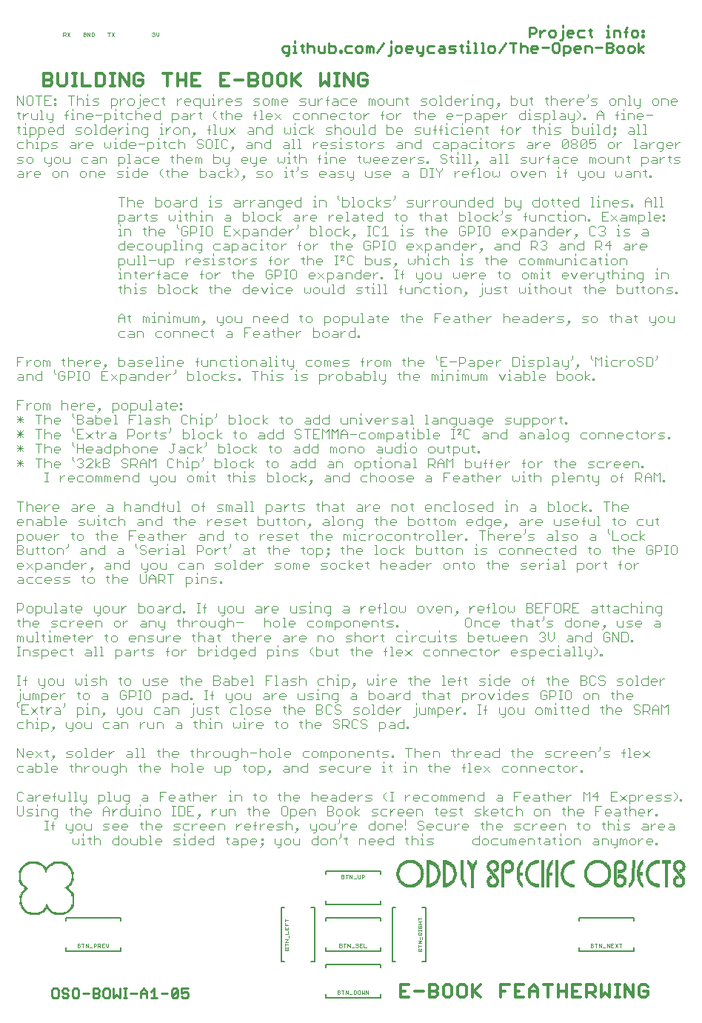
<source format=gbr>
G04 EAGLE Gerber RS-274X export*
G75*
%MOMM*%
%FSLAX34Y34*%
%LPD*%
%INSilkscreen Top*%
%IPPOS*%
%AMOC8*
5,1,8,0,0,1.08239X$1,22.5*%
G01*
%ADD10C,0.101600*%
%ADD11C,0.330200*%
%ADD12C,0.228600*%
%ADD13R,1.143000X0.076200*%
%ADD14R,1.219200X0.076200*%
%ADD15R,1.524000X0.076200*%
%ADD16R,1.828800X0.076200*%
%ADD17R,0.609600X0.076200*%
%ADD18R,0.533400X0.076200*%
%ADD19R,0.457200X0.076200*%
%ADD20R,0.381000X0.076200*%
%ADD21R,0.304800X0.076200*%
%ADD22R,0.228600X0.076200*%
%ADD23R,0.152400X0.076200*%
%ADD24R,0.076200X0.076200*%
%ADD25C,0.127000*%
%ADD26R,0.304800X0.025400*%
%ADD27R,0.177800X0.025400*%
%ADD28R,0.152400X0.025400*%
%ADD29R,0.050800X0.025400*%
%ADD30R,0.330200X0.025400*%
%ADD31R,0.406400X0.025400*%
%ADD32R,0.025400X0.025400*%
%ADD33R,0.203200X0.025400*%
%ADD34R,0.076200X0.025400*%
%ADD35R,0.584200X0.025400*%
%ADD36R,0.558800X0.025400*%
%ADD37R,0.381000X0.025400*%
%ADD38R,0.101600X0.025400*%
%ADD39R,0.508000X0.025400*%
%ADD40R,0.812800X0.025400*%
%ADD41R,0.431800X0.025400*%
%ADD42R,0.660400X0.025400*%
%ADD43R,0.355600X0.025400*%
%ADD44R,0.457200X0.025400*%
%ADD45R,0.609600X0.025400*%
%ADD46R,0.533400X0.025400*%
%ADD47R,0.635000X0.025400*%
%ADD48R,0.990600X0.025400*%
%ADD49R,0.127000X0.025400*%
%ADD50R,0.736600X0.025400*%
%ADD51R,0.711200X0.025400*%
%ADD52R,1.117600X0.025400*%
%ADD53R,0.965200X0.025400*%
%ADD54R,0.787400X0.025400*%
%ADD55R,1.244600X0.025400*%
%ADD56R,0.863600X0.025400*%
%ADD57R,0.838200X0.025400*%
%ADD58R,1.346200X0.025400*%
%ADD59R,0.228600X0.025400*%
%ADD60R,0.939800X0.025400*%
%ADD61R,1.219200X0.025400*%
%ADD62R,0.889000X0.025400*%
%ADD63R,0.914400X0.025400*%
%ADD64R,1.447800X0.025400*%
%ADD65R,0.762000X0.025400*%
%ADD66R,0.254000X0.025400*%
%ADD67R,0.685800X0.025400*%
%ADD68R,1.549400X0.025400*%
%ADD69R,0.279400X0.025400*%
%ADD70R,1.041400X0.025400*%
%ADD71R,1.016000X0.025400*%
%ADD72R,1.651000X0.025400*%
%ADD73R,1.066800X0.025400*%
%ADD74R,1.701800X0.025400*%
%ADD75R,1.625600X0.025400*%
%ADD76R,1.803400X0.025400*%
%ADD77R,1.168400X0.025400*%
%ADD78R,1.143000X0.025400*%
%ADD79R,1.854200X0.025400*%
%ADD80R,1.778000X0.025400*%
%ADD81R,1.193800X0.025400*%
%ADD82R,0.482600X0.025400*%
%ADD83R,1.930400X0.025400*%
%ADD84R,1.092200X0.025400*%
%ADD85R,1.879600X0.025400*%
%ADD86R,1.828800X0.025400*%
%ADD87R,1.752600X0.025400*%
%ADD88R,1.727200X0.025400*%
%ADD89R,1.676400X0.025400*%
%ADD90R,1.600200X0.025400*%
%ADD91R,1.574800X0.025400*%
%ADD92R,1.498600X0.025400*%
%ADD93R,1.473200X0.025400*%
%ADD94R,1.397000X0.025400*%
%ADD95R,1.295400X0.025400*%
%ADD96R,1.270000X0.025400*%


D10*
X370418Y10668D02*
X370418Y14735D01*
X372451Y14735D01*
X373129Y14058D01*
X373129Y13380D01*
X372451Y12702D01*
X373129Y12024D01*
X373129Y11346D01*
X372451Y10668D01*
X370418Y10668D01*
X370418Y12702D02*
X372451Y12702D01*
X376451Y14735D02*
X376451Y10668D01*
X375095Y14735D02*
X377807Y14735D01*
X379773Y14735D02*
X379773Y10668D01*
X382484Y10668D02*
X379773Y14735D01*
X382484Y14735D02*
X382484Y10668D01*
X384450Y9990D02*
X387162Y9990D01*
X389128Y10668D02*
X389128Y14735D01*
X389128Y10668D02*
X391162Y10668D01*
X391840Y11346D01*
X391840Y14058D01*
X391162Y14735D01*
X389128Y14735D01*
X394484Y14735D02*
X395839Y14735D01*
X394484Y14735D02*
X393806Y14058D01*
X393806Y11346D01*
X394484Y10668D01*
X395839Y10668D01*
X396517Y11346D01*
X396517Y14058D01*
X395839Y14735D01*
X398483Y14735D02*
X398483Y10668D01*
X399839Y12024D01*
X401195Y10668D01*
X401195Y14735D01*
X403161Y14735D02*
X403161Y10668D01*
X405872Y10668D02*
X403161Y14735D01*
X405872Y14735D02*
X405872Y10668D01*
X372756Y64008D02*
X372756Y68075D01*
X374790Y68075D01*
X375468Y67398D01*
X375468Y66720D01*
X374790Y66042D01*
X375468Y65364D01*
X375468Y64686D01*
X374790Y64008D01*
X372756Y64008D01*
X372756Y66042D02*
X374790Y66042D01*
X378790Y68075D02*
X378790Y64008D01*
X377434Y68075D02*
X380146Y68075D01*
X382112Y68075D02*
X382112Y64008D01*
X384823Y64008D02*
X382112Y68075D01*
X384823Y68075D02*
X384823Y64008D01*
X386789Y63330D02*
X389501Y63330D01*
X394178Y67398D02*
X393501Y68075D01*
X392145Y68075D01*
X391467Y67398D01*
X391467Y66720D01*
X392145Y66042D01*
X393501Y66042D01*
X394178Y65364D01*
X394178Y64686D01*
X393501Y64008D01*
X392145Y64008D01*
X391467Y64686D01*
X396144Y68075D02*
X398856Y68075D01*
X396144Y68075D02*
X396144Y64008D01*
X398856Y64008D01*
X397500Y66042D02*
X396144Y66042D01*
X400822Y68075D02*
X400822Y64008D01*
X403534Y64008D01*
X375095Y142748D02*
X375095Y146815D01*
X377129Y146815D01*
X377807Y146138D01*
X377807Y145460D01*
X377129Y144782D01*
X377807Y144104D01*
X377807Y143426D01*
X377129Y142748D01*
X375095Y142748D01*
X375095Y144782D02*
X377129Y144782D01*
X381129Y146815D02*
X381129Y142748D01*
X382484Y146815D02*
X379773Y146815D01*
X384450Y146815D02*
X384450Y142748D01*
X387162Y142748D02*
X384450Y146815D01*
X387162Y146815D02*
X387162Y142748D01*
X389128Y142070D02*
X391840Y142070D01*
X393806Y143426D02*
X393806Y146815D01*
X393806Y143426D02*
X394484Y142748D01*
X395839Y142748D01*
X396517Y143426D01*
X396517Y146815D01*
X398483Y146815D02*
X398483Y142748D01*
X398483Y146815D02*
X400517Y146815D01*
X401195Y146138D01*
X401195Y144782D01*
X400517Y144104D01*
X398483Y144104D01*
X659978Y68075D02*
X659978Y64008D01*
X659978Y68075D02*
X662011Y68075D01*
X662689Y67398D01*
X662689Y66720D01*
X662011Y66042D01*
X662689Y65364D01*
X662689Y64686D01*
X662011Y64008D01*
X659978Y64008D01*
X659978Y66042D02*
X662011Y66042D01*
X666011Y68075D02*
X666011Y64008D01*
X664655Y68075D02*
X667367Y68075D01*
X669333Y68075D02*
X669333Y64008D01*
X672044Y64008D02*
X669333Y68075D01*
X672044Y68075D02*
X672044Y64008D01*
X674010Y63330D02*
X676722Y63330D01*
X678688Y64008D02*
X678688Y68075D01*
X681400Y64008D01*
X681400Y68075D01*
X683366Y68075D02*
X686077Y68075D01*
X683366Y68075D02*
X683366Y64008D01*
X686077Y64008D01*
X684721Y66042D02*
X683366Y66042D01*
X688043Y68075D02*
X690755Y64008D01*
X688043Y64008D02*
X690755Y68075D01*
X694077Y68075D02*
X694077Y64008D01*
X695432Y68075D02*
X692721Y68075D01*
D11*
X452330Y21221D02*
X442670Y21221D01*
X442670Y6731D01*
X452330Y6731D01*
X447500Y13976D02*
X442670Y13976D01*
X459041Y13976D02*
X468701Y13976D01*
X475413Y6731D02*
X475413Y21221D01*
X482658Y21221D01*
X485073Y18806D01*
X485073Y16391D01*
X482658Y13976D01*
X485073Y11561D01*
X485073Y9146D01*
X482658Y6731D01*
X475413Y6731D01*
X475413Y13976D02*
X482658Y13976D01*
X494199Y21221D02*
X499029Y21221D01*
X494199Y21221D02*
X491784Y18806D01*
X491784Y9146D01*
X494199Y6731D01*
X499029Y6731D01*
X501444Y9146D01*
X501444Y18806D01*
X499029Y21221D01*
X510571Y21221D02*
X515401Y21221D01*
X510571Y21221D02*
X508156Y18806D01*
X508156Y9146D01*
X510571Y6731D01*
X515401Y6731D01*
X517816Y9146D01*
X517816Y18806D01*
X515401Y21221D01*
X524527Y21221D02*
X524527Y6731D01*
X524527Y11561D02*
X534188Y21221D01*
X526942Y13976D02*
X534188Y6731D01*
X557270Y6731D02*
X557270Y21221D01*
X566931Y21221D01*
X562101Y13976D02*
X557270Y13976D01*
X573642Y21221D02*
X583302Y21221D01*
X573642Y21221D02*
X573642Y6731D01*
X583302Y6731D01*
X578472Y13976D02*
X573642Y13976D01*
X590014Y16391D02*
X590014Y6731D01*
X590014Y16391D02*
X594844Y21221D01*
X599674Y16391D01*
X599674Y6731D01*
X599674Y13976D02*
X590014Y13976D01*
X611215Y6731D02*
X611215Y21221D01*
X606385Y21221D02*
X616045Y21221D01*
X622757Y21221D02*
X622757Y6731D01*
X622757Y13976D02*
X632417Y13976D01*
X632417Y21221D02*
X632417Y6731D01*
X639128Y21221D02*
X648789Y21221D01*
X639128Y21221D02*
X639128Y6731D01*
X648789Y6731D01*
X643958Y13976D02*
X639128Y13976D01*
X655500Y6731D02*
X655500Y21221D01*
X662745Y21221D01*
X665160Y18806D01*
X665160Y13976D01*
X662745Y11561D01*
X655500Y11561D01*
X660330Y11561D02*
X665160Y6731D01*
X671871Y6731D02*
X671871Y21221D01*
X676702Y11561D02*
X671871Y6731D01*
X676702Y11561D02*
X681532Y6731D01*
X681532Y21221D01*
X688243Y6731D02*
X693073Y6731D01*
X690658Y6731D02*
X690658Y21221D01*
X688243Y21221D02*
X693073Y21221D01*
X699157Y21221D02*
X699157Y6731D01*
X708818Y6731D02*
X699157Y21221D01*
X708818Y21221D02*
X708818Y6731D01*
X722774Y21221D02*
X725189Y18806D01*
X722774Y21221D02*
X717944Y21221D01*
X715529Y18806D01*
X715529Y9146D01*
X717944Y6731D01*
X722774Y6731D01*
X725189Y9146D01*
X725189Y13976D01*
X720359Y13976D01*
D10*
X73238Y64008D02*
X73238Y68075D01*
X75271Y68075D01*
X75949Y67398D01*
X75949Y66720D01*
X75271Y66042D01*
X75949Y65364D01*
X75949Y64686D01*
X75271Y64008D01*
X73238Y64008D01*
X73238Y66042D02*
X75271Y66042D01*
X79271Y68075D02*
X79271Y64008D01*
X77915Y68075D02*
X80627Y68075D01*
X82593Y68075D02*
X82593Y64008D01*
X85304Y64008D02*
X82593Y68075D01*
X85304Y68075D02*
X85304Y64008D01*
X87270Y63330D02*
X89982Y63330D01*
X91948Y64008D02*
X91948Y68075D01*
X93982Y68075D01*
X94660Y67398D01*
X94660Y66042D01*
X93982Y65364D01*
X91948Y65364D01*
X96626Y64008D02*
X96626Y68075D01*
X98659Y68075D01*
X99337Y67398D01*
X99337Y66042D01*
X98659Y65364D01*
X96626Y65364D01*
X97981Y65364D02*
X99337Y64008D01*
X101303Y68075D02*
X104015Y68075D01*
X101303Y68075D02*
X101303Y64008D01*
X104015Y64008D01*
X102659Y66042D02*
X101303Y66042D01*
X105981Y65364D02*
X105981Y68075D01*
X105981Y65364D02*
X107337Y64008D01*
X108692Y65364D01*
X108692Y68075D01*
X462785Y58978D02*
X466852Y58978D01*
X462785Y58978D02*
X462785Y61012D01*
X463462Y61690D01*
X464140Y61690D01*
X464818Y61012D01*
X465496Y61690D01*
X466174Y61690D01*
X466852Y61012D01*
X466852Y58978D01*
X464818Y58978D02*
X464818Y61012D01*
X462785Y65012D02*
X466852Y65012D01*
X462785Y63656D02*
X462785Y66368D01*
X462785Y68334D02*
X466852Y68334D01*
X466852Y71045D02*
X462785Y68334D01*
X462785Y71045D02*
X466852Y71045D01*
X467530Y73011D02*
X467530Y75723D01*
X466852Y77689D02*
X462785Y77689D01*
X462785Y79723D01*
X463462Y80400D01*
X464818Y80400D01*
X465496Y79723D01*
X465496Y77689D01*
X465496Y79045D02*
X466852Y80400D01*
X466852Y82366D02*
X466852Y83722D01*
X466852Y83044D02*
X462785Y83044D01*
X462785Y82366D02*
X462785Y83722D01*
X462785Y87519D02*
X463462Y88196D01*
X462785Y87519D02*
X462785Y86163D01*
X463462Y85485D01*
X466174Y85485D01*
X466852Y86163D01*
X466852Y87519D01*
X466174Y88196D01*
X464818Y88196D01*
X464818Y86841D01*
X462785Y90162D02*
X466852Y90162D01*
X464818Y90162D02*
X464818Y92874D01*
X462785Y92874D02*
X466852Y92874D01*
X466852Y96196D02*
X462785Y96196D01*
X462785Y94840D02*
X462785Y97552D01*
X314452Y60538D02*
X310385Y60538D01*
X310385Y62571D01*
X311062Y63249D01*
X311740Y63249D01*
X312418Y62571D01*
X313096Y63249D01*
X313774Y63249D01*
X314452Y62571D01*
X314452Y60538D01*
X312418Y60538D02*
X312418Y62571D01*
X310385Y66571D02*
X314452Y66571D01*
X310385Y65215D02*
X310385Y67927D01*
X310385Y69893D02*
X314452Y69893D01*
X314452Y72604D02*
X310385Y69893D01*
X310385Y72604D02*
X314452Y72604D01*
X315130Y74570D02*
X315130Y77282D01*
X314452Y79248D02*
X310385Y79248D01*
X314452Y79248D02*
X314452Y81960D01*
X310385Y83926D02*
X310385Y86637D01*
X310385Y83926D02*
X314452Y83926D01*
X314452Y86637D01*
X312418Y85281D02*
X312418Y83926D01*
X310385Y88603D02*
X314452Y88603D01*
X310385Y88603D02*
X310385Y91315D01*
X312418Y89959D02*
X312418Y88603D01*
X314452Y94637D02*
X310385Y94637D01*
X310385Y95992D02*
X310385Y93281D01*
D12*
X49534Y16646D02*
X46060Y16646D01*
X44323Y14909D01*
X44323Y7960D01*
X46060Y6223D01*
X49534Y6223D01*
X51272Y7960D01*
X51272Y14909D01*
X49534Y16646D01*
X61228Y16646D02*
X62966Y14909D01*
X61228Y16646D02*
X57754Y16646D01*
X56017Y14909D01*
X56017Y13172D01*
X57754Y11434D01*
X61228Y11434D01*
X62966Y9697D01*
X62966Y7960D01*
X61228Y6223D01*
X57754Y6223D01*
X56017Y7960D01*
X69448Y16646D02*
X72922Y16646D01*
X69448Y16646D02*
X67711Y14909D01*
X67711Y7960D01*
X69448Y6223D01*
X72922Y6223D01*
X74660Y7960D01*
X74660Y14909D01*
X72922Y16646D01*
X79405Y11434D02*
X86354Y11434D01*
X91099Y6223D02*
X91099Y16646D01*
X96310Y16646D01*
X98047Y14909D01*
X98047Y13172D01*
X96310Y11434D01*
X98047Y9697D01*
X98047Y7960D01*
X96310Y6223D01*
X91099Y6223D01*
X91099Y11434D02*
X96310Y11434D01*
X104530Y16646D02*
X108004Y16646D01*
X104530Y16646D02*
X102793Y14909D01*
X102793Y7960D01*
X104530Y6223D01*
X108004Y6223D01*
X109741Y7960D01*
X109741Y14909D01*
X108004Y16646D01*
X114487Y16646D02*
X114487Y6223D01*
X117961Y9697D01*
X121435Y6223D01*
X121435Y16646D01*
X126181Y6223D02*
X129655Y6223D01*
X127918Y6223D02*
X127918Y16646D01*
X126181Y16646D02*
X129655Y16646D01*
X133977Y11434D02*
X140925Y11434D01*
X145671Y13172D02*
X145671Y6223D01*
X145671Y13172D02*
X149145Y16646D01*
X152619Y13172D01*
X152619Y6223D01*
X152619Y11434D02*
X145671Y11434D01*
X157365Y13172D02*
X160839Y16646D01*
X160839Y6223D01*
X157365Y6223D02*
X164313Y6223D01*
X169059Y11434D02*
X176007Y11434D01*
X180753Y7960D02*
X180753Y14909D01*
X182490Y16646D01*
X185964Y16646D01*
X187701Y14909D01*
X187701Y7960D01*
X185964Y6223D01*
X182490Y6223D01*
X180753Y7960D01*
X187701Y14909D01*
X192447Y16646D02*
X199395Y16646D01*
X192447Y16646D02*
X192447Y11434D01*
X195921Y13172D01*
X197658Y13172D01*
X199395Y11434D01*
X199395Y7960D01*
X197658Y6223D01*
X194184Y6223D01*
X192447Y7960D01*
D10*
X82817Y1108798D02*
X82139Y1109475D01*
X80784Y1109475D01*
X80106Y1108798D01*
X80106Y1106086D01*
X80784Y1105408D01*
X82139Y1105408D01*
X82817Y1106086D01*
X82817Y1107442D01*
X81461Y1107442D01*
X84783Y1109475D02*
X84783Y1105408D01*
X87495Y1105408D02*
X84783Y1109475D01*
X87495Y1109475D02*
X87495Y1105408D01*
X89461Y1105408D02*
X89461Y1109475D01*
X89461Y1105408D02*
X91495Y1105408D01*
X92172Y1106086D01*
X92172Y1108798D01*
X91495Y1109475D01*
X89461Y1109475D01*
X57044Y1109475D02*
X57044Y1105408D01*
X57044Y1109475D02*
X59078Y1109475D01*
X59756Y1108798D01*
X59756Y1107442D01*
X59078Y1106764D01*
X57044Y1106764D01*
X58400Y1106764D02*
X59756Y1105408D01*
X61722Y1109475D02*
X64434Y1105408D01*
X61722Y1105408D02*
X64434Y1109475D01*
X109200Y1109475D02*
X109200Y1105408D01*
X107844Y1109475D02*
X110556Y1109475D01*
X112522Y1109475D02*
X115234Y1105408D01*
X112522Y1105408D02*
X115234Y1109475D01*
X158644Y1108798D02*
X159322Y1109475D01*
X160678Y1109475D01*
X161356Y1108798D01*
X161356Y1108120D01*
X160678Y1107442D01*
X160000Y1107442D01*
X160678Y1107442D02*
X161356Y1106764D01*
X161356Y1106086D01*
X160678Y1105408D01*
X159322Y1105408D01*
X158644Y1106086D01*
X163322Y1106764D02*
X163322Y1109475D01*
X163322Y1106764D02*
X164678Y1105408D01*
X166034Y1106764D01*
X166034Y1109475D01*
D12*
X311254Y1082989D02*
X313097Y1082989D01*
X314940Y1084832D01*
X314940Y1094048D01*
X309410Y1094048D01*
X307567Y1092205D01*
X307567Y1088519D01*
X309410Y1086676D01*
X314940Y1086676D01*
X319846Y1094048D02*
X321689Y1094048D01*
X321689Y1086676D01*
X319846Y1086676D02*
X323532Y1086676D01*
X321689Y1097734D02*
X321689Y1099577D01*
X329875Y1095891D02*
X329875Y1088519D01*
X331718Y1086676D01*
X331718Y1094048D02*
X328032Y1094048D01*
X336218Y1097734D02*
X336218Y1086676D01*
X336218Y1092205D02*
X338061Y1094048D01*
X341747Y1094048D01*
X343590Y1092205D01*
X343590Y1086676D01*
X348496Y1088519D02*
X348496Y1094048D01*
X348496Y1088519D02*
X350339Y1086676D01*
X355869Y1086676D01*
X355869Y1094048D01*
X360775Y1097734D02*
X360775Y1086676D01*
X366304Y1086676D01*
X368147Y1088519D01*
X368147Y1092205D01*
X366304Y1094048D01*
X360775Y1094048D01*
X373054Y1088519D02*
X373054Y1086676D01*
X373054Y1088519D02*
X374897Y1088519D01*
X374897Y1086676D01*
X373054Y1086676D01*
X381036Y1094048D02*
X386565Y1094048D01*
X381036Y1094048D02*
X379193Y1092205D01*
X379193Y1088519D01*
X381036Y1086676D01*
X386565Y1086676D01*
X393315Y1086676D02*
X397001Y1086676D01*
X398844Y1088519D01*
X398844Y1092205D01*
X397001Y1094048D01*
X393315Y1094048D01*
X391472Y1092205D01*
X391472Y1088519D01*
X393315Y1086676D01*
X403750Y1086676D02*
X403750Y1094048D01*
X405594Y1094048D01*
X407437Y1092205D01*
X407437Y1086676D01*
X407437Y1092205D02*
X409280Y1094048D01*
X411123Y1092205D01*
X411123Y1086676D01*
X416029Y1086676D02*
X423401Y1097734D01*
X428308Y1082989D02*
X430151Y1082989D01*
X431994Y1084832D01*
X431994Y1094048D01*
X431994Y1097734D02*
X431994Y1099577D01*
X438337Y1086676D02*
X442023Y1086676D01*
X443866Y1088519D01*
X443866Y1092205D01*
X442023Y1094048D01*
X438337Y1094048D01*
X436494Y1092205D01*
X436494Y1088519D01*
X438337Y1086676D01*
X450615Y1086676D02*
X454302Y1086676D01*
X450615Y1086676D02*
X448772Y1088519D01*
X448772Y1092205D01*
X450615Y1094048D01*
X454302Y1094048D01*
X456145Y1092205D01*
X456145Y1090362D01*
X448772Y1090362D01*
X461051Y1088519D02*
X461051Y1094048D01*
X461051Y1088519D02*
X462894Y1086676D01*
X468423Y1086676D01*
X468423Y1084832D02*
X468423Y1094048D01*
X468423Y1084832D02*
X466580Y1082989D01*
X464737Y1082989D01*
X475173Y1094048D02*
X480702Y1094048D01*
X475173Y1094048D02*
X473330Y1092205D01*
X473330Y1088519D01*
X475173Y1086676D01*
X480702Y1086676D01*
X487451Y1094048D02*
X491138Y1094048D01*
X492981Y1092205D01*
X492981Y1086676D01*
X487451Y1086676D01*
X485608Y1088519D01*
X487451Y1090362D01*
X492981Y1090362D01*
X497887Y1086676D02*
X503416Y1086676D01*
X505259Y1088519D01*
X503416Y1090362D01*
X499730Y1090362D01*
X497887Y1092205D01*
X499730Y1094048D01*
X505259Y1094048D01*
X512009Y1095891D02*
X512009Y1088519D01*
X513852Y1086676D01*
X513852Y1094048D02*
X510166Y1094048D01*
X518352Y1094048D02*
X520195Y1094048D01*
X520195Y1086676D01*
X518352Y1086676D02*
X522038Y1086676D01*
X520195Y1097734D02*
X520195Y1099577D01*
X526537Y1097734D02*
X528380Y1097734D01*
X528380Y1086676D01*
X526537Y1086676D02*
X530223Y1086676D01*
X534723Y1097734D02*
X536566Y1097734D01*
X536566Y1086676D01*
X534723Y1086676D02*
X538409Y1086676D01*
X544752Y1086676D02*
X548438Y1086676D01*
X550281Y1088519D01*
X550281Y1092205D01*
X548438Y1094048D01*
X544752Y1094048D01*
X542909Y1092205D01*
X542909Y1088519D01*
X544752Y1086676D01*
X555188Y1086676D02*
X562560Y1097734D01*
X571152Y1097734D02*
X571152Y1086676D01*
X567466Y1097734D02*
X574839Y1097734D01*
X579745Y1097734D02*
X579745Y1086676D01*
X579745Y1092205D02*
X581588Y1094048D01*
X585274Y1094048D01*
X587117Y1092205D01*
X587117Y1086676D01*
X593867Y1086676D02*
X597553Y1086676D01*
X593867Y1086676D02*
X592024Y1088519D01*
X592024Y1092205D01*
X593867Y1094048D01*
X597553Y1094048D01*
X599396Y1092205D01*
X599396Y1090362D01*
X592024Y1090362D01*
X604302Y1092205D02*
X611675Y1092205D01*
X618424Y1097734D02*
X622110Y1097734D01*
X618424Y1097734D02*
X616581Y1095891D01*
X616581Y1088519D01*
X618424Y1086676D01*
X622110Y1086676D01*
X623953Y1088519D01*
X623953Y1095891D01*
X622110Y1097734D01*
X628860Y1094048D02*
X628860Y1082989D01*
X628860Y1094048D02*
X634389Y1094048D01*
X636232Y1092205D01*
X636232Y1088519D01*
X634389Y1086676D01*
X628860Y1086676D01*
X642981Y1086676D02*
X646668Y1086676D01*
X642981Y1086676D02*
X641138Y1088519D01*
X641138Y1092205D01*
X642981Y1094048D01*
X646668Y1094048D01*
X648511Y1092205D01*
X648511Y1090362D01*
X641138Y1090362D01*
X653417Y1086676D02*
X653417Y1094048D01*
X658946Y1094048D01*
X660789Y1092205D01*
X660789Y1086676D01*
X665696Y1092205D02*
X673068Y1092205D01*
X677974Y1086676D02*
X677974Y1097734D01*
X683504Y1097734D01*
X685347Y1095891D01*
X685347Y1094048D01*
X683504Y1092205D01*
X685347Y1090362D01*
X685347Y1088519D01*
X683504Y1086676D01*
X677974Y1086676D01*
X677974Y1092205D02*
X683504Y1092205D01*
X692096Y1086676D02*
X695782Y1086676D01*
X697625Y1088519D01*
X697625Y1092205D01*
X695782Y1094048D01*
X692096Y1094048D01*
X690253Y1092205D01*
X690253Y1088519D01*
X692096Y1086676D01*
X704375Y1086676D02*
X708061Y1086676D01*
X709904Y1088519D01*
X709904Y1092205D01*
X708061Y1094048D01*
X704375Y1094048D01*
X702532Y1092205D01*
X702532Y1088519D01*
X704375Y1086676D01*
X714810Y1086676D02*
X714810Y1097734D01*
X714810Y1090362D02*
X720340Y1086676D01*
X714810Y1090362D02*
X720340Y1094048D01*
X589977Y1104456D02*
X589977Y1115514D01*
X595507Y1115514D01*
X597350Y1113671D01*
X597350Y1109985D01*
X595507Y1108142D01*
X589977Y1108142D01*
X602256Y1104456D02*
X602256Y1111828D01*
X602256Y1108142D02*
X605942Y1111828D01*
X607785Y1111828D01*
X614331Y1104456D02*
X618018Y1104456D01*
X619861Y1106299D01*
X619861Y1109985D01*
X618018Y1111828D01*
X614331Y1111828D01*
X612488Y1109985D01*
X612488Y1106299D01*
X614331Y1104456D01*
X624767Y1100769D02*
X626610Y1100769D01*
X628453Y1102612D01*
X628453Y1111828D01*
X628453Y1115514D02*
X628453Y1117357D01*
X634796Y1104456D02*
X638482Y1104456D01*
X634796Y1104456D02*
X632953Y1106299D01*
X632953Y1109985D01*
X634796Y1111828D01*
X638482Y1111828D01*
X640325Y1109985D01*
X640325Y1108142D01*
X632953Y1108142D01*
X647075Y1111828D02*
X652604Y1111828D01*
X647075Y1111828D02*
X645231Y1109985D01*
X645231Y1106299D01*
X647075Y1104456D01*
X652604Y1104456D01*
X659353Y1106299D02*
X659353Y1113671D01*
X659353Y1106299D02*
X661196Y1104456D01*
X661196Y1111828D02*
X657510Y1111828D01*
X677975Y1111828D02*
X679818Y1111828D01*
X679818Y1104456D01*
X677975Y1104456D02*
X681661Y1104456D01*
X679818Y1115514D02*
X679818Y1117357D01*
X686160Y1111828D02*
X686160Y1104456D01*
X686160Y1111828D02*
X691690Y1111828D01*
X693533Y1109985D01*
X693533Y1104456D01*
X700282Y1104456D02*
X700282Y1113671D01*
X702125Y1115514D01*
X702125Y1109985D02*
X698439Y1109985D01*
X708468Y1104456D02*
X712154Y1104456D01*
X713997Y1106299D01*
X713997Y1109985D01*
X712154Y1111828D01*
X708468Y1111828D01*
X706625Y1109985D01*
X706625Y1106299D01*
X708468Y1104456D01*
X718904Y1111828D02*
X720747Y1111828D01*
X720747Y1109985D01*
X718904Y1109985D01*
X718904Y1111828D01*
X718904Y1106299D02*
X720747Y1106299D01*
X720747Y1104456D01*
X718904Y1104456D01*
X718904Y1106299D01*
D11*
X34671Y1062621D02*
X34671Y1048131D01*
X34671Y1062621D02*
X41916Y1062621D01*
X44331Y1060206D01*
X44331Y1057791D01*
X41916Y1055376D01*
X44331Y1052961D01*
X44331Y1050546D01*
X41916Y1048131D01*
X34671Y1048131D01*
X34671Y1055376D02*
X41916Y1055376D01*
X51043Y1050546D02*
X51043Y1062621D01*
X51043Y1050546D02*
X53458Y1048131D01*
X58288Y1048131D01*
X60703Y1050546D01*
X60703Y1062621D01*
X67414Y1048131D02*
X72244Y1048131D01*
X69829Y1048131D02*
X69829Y1062621D01*
X67414Y1062621D02*
X72244Y1062621D01*
X78329Y1062621D02*
X78329Y1048131D01*
X87989Y1048131D01*
X94700Y1048131D02*
X94700Y1062621D01*
X94700Y1048131D02*
X101945Y1048131D01*
X104360Y1050546D01*
X104360Y1060206D01*
X101945Y1062621D01*
X94700Y1062621D01*
X111072Y1048131D02*
X115902Y1048131D01*
X113487Y1048131D02*
X113487Y1062621D01*
X111072Y1062621D02*
X115902Y1062621D01*
X121986Y1062621D02*
X121986Y1048131D01*
X131646Y1048131D02*
X121986Y1062621D01*
X131646Y1062621D02*
X131646Y1048131D01*
X145603Y1062621D02*
X148018Y1060206D01*
X145603Y1062621D02*
X140773Y1062621D01*
X138358Y1060206D01*
X138358Y1050546D01*
X140773Y1048131D01*
X145603Y1048131D01*
X148018Y1050546D01*
X148018Y1055376D01*
X143188Y1055376D01*
X175931Y1048131D02*
X175931Y1062621D01*
X171101Y1062621D02*
X180761Y1062621D01*
X187472Y1062621D02*
X187472Y1048131D01*
X187472Y1055376D02*
X197133Y1055376D01*
X197133Y1062621D02*
X197133Y1048131D01*
X203844Y1062621D02*
X213504Y1062621D01*
X203844Y1062621D02*
X203844Y1048131D01*
X213504Y1048131D01*
X208674Y1055376D02*
X203844Y1055376D01*
X236587Y1062621D02*
X246247Y1062621D01*
X236587Y1062621D02*
X236587Y1048131D01*
X246247Y1048131D01*
X241417Y1055376D02*
X236587Y1055376D01*
X252959Y1055376D02*
X262619Y1055376D01*
X269330Y1048131D02*
X269330Y1062621D01*
X276575Y1062621D01*
X278990Y1060206D01*
X278990Y1057791D01*
X276575Y1055376D01*
X278990Y1052961D01*
X278990Y1050546D01*
X276575Y1048131D01*
X269330Y1048131D01*
X269330Y1055376D02*
X276575Y1055376D01*
X288117Y1062621D02*
X292947Y1062621D01*
X288117Y1062621D02*
X285702Y1060206D01*
X285702Y1050546D01*
X288117Y1048131D01*
X292947Y1048131D01*
X295362Y1050546D01*
X295362Y1060206D01*
X292947Y1062621D01*
X304488Y1062621D02*
X309318Y1062621D01*
X304488Y1062621D02*
X302073Y1060206D01*
X302073Y1050546D01*
X304488Y1048131D01*
X309318Y1048131D01*
X311733Y1050546D01*
X311733Y1060206D01*
X309318Y1062621D01*
X318445Y1062621D02*
X318445Y1048131D01*
X318445Y1052961D02*
X328105Y1062621D01*
X320860Y1055376D02*
X328105Y1048131D01*
X351188Y1048131D02*
X351188Y1062621D01*
X356018Y1052961D02*
X351188Y1048131D01*
X356018Y1052961D02*
X360848Y1048131D01*
X360848Y1062621D01*
X367559Y1048131D02*
X372390Y1048131D01*
X369975Y1048131D02*
X369975Y1062621D01*
X372390Y1062621D02*
X367559Y1062621D01*
X378474Y1062621D02*
X378474Y1048131D01*
X388134Y1048131D02*
X378474Y1062621D01*
X388134Y1062621D02*
X388134Y1048131D01*
X402091Y1062621D02*
X404506Y1060206D01*
X402091Y1062621D02*
X397260Y1062621D01*
X394845Y1060206D01*
X394845Y1050546D01*
X397260Y1048131D01*
X402091Y1048131D01*
X404506Y1050546D01*
X404506Y1055376D01*
X399676Y1055376D01*
D10*
X4318Y1037091D02*
X4318Y1026668D01*
X11267Y1026668D02*
X4318Y1037091D01*
X11267Y1037091D02*
X11267Y1026668D01*
X16580Y1037091D02*
X20054Y1037091D01*
X16580Y1037091D02*
X14843Y1035354D01*
X14843Y1028405D01*
X16580Y1026668D01*
X20054Y1026668D01*
X21791Y1028405D01*
X21791Y1035354D01*
X20054Y1037091D01*
X28841Y1037091D02*
X28841Y1026668D01*
X25367Y1037091D02*
X32316Y1037091D01*
X35892Y1037091D02*
X42840Y1037091D01*
X35892Y1037091D02*
X35892Y1026668D01*
X42840Y1026668D01*
X39366Y1031879D02*
X35892Y1031879D01*
X46416Y1033617D02*
X48154Y1033617D01*
X48154Y1031879D01*
X46416Y1031879D01*
X46416Y1033617D01*
X46416Y1028405D02*
X48154Y1028405D01*
X48154Y1026668D01*
X46416Y1026668D01*
X46416Y1028405D01*
X65678Y1026668D02*
X65678Y1037091D01*
X69152Y1037091D02*
X62203Y1037091D01*
X72728Y1037091D02*
X72728Y1026668D01*
X72728Y1031879D02*
X74465Y1033617D01*
X77939Y1033617D01*
X79676Y1031879D01*
X79676Y1026668D01*
X83252Y1033617D02*
X84990Y1033617D01*
X84990Y1026668D01*
X86727Y1026668D02*
X83252Y1026668D01*
X84990Y1037091D02*
X84990Y1038828D01*
X90269Y1026668D02*
X95480Y1026668D01*
X97217Y1028405D01*
X95480Y1030142D01*
X92006Y1030142D01*
X90269Y1031879D01*
X92006Y1033617D01*
X97217Y1033617D01*
X111318Y1033617D02*
X111318Y1023194D01*
X111318Y1033617D02*
X116529Y1033617D01*
X118267Y1031879D01*
X118267Y1028405D01*
X116529Y1026668D01*
X111318Y1026668D01*
X121843Y1026668D02*
X121843Y1033617D01*
X125317Y1033617D02*
X121843Y1030142D01*
X125317Y1033617D02*
X127054Y1033617D01*
X132350Y1026668D02*
X135825Y1026668D01*
X137562Y1028405D01*
X137562Y1031879D01*
X135825Y1033617D01*
X132350Y1033617D01*
X130613Y1031879D01*
X130613Y1028405D01*
X132350Y1026668D01*
X141138Y1023194D02*
X142875Y1023194D01*
X144612Y1024931D01*
X144612Y1033617D01*
X144612Y1037091D02*
X144612Y1038828D01*
X149891Y1026668D02*
X153365Y1026668D01*
X149891Y1026668D02*
X148154Y1028405D01*
X148154Y1031879D01*
X149891Y1033617D01*
X153365Y1033617D01*
X155103Y1031879D01*
X155103Y1030142D01*
X148154Y1030142D01*
X160416Y1033617D02*
X165627Y1033617D01*
X160416Y1033617D02*
X158679Y1031879D01*
X158679Y1028405D01*
X160416Y1026668D01*
X165627Y1026668D01*
X170940Y1028405D02*
X170940Y1035354D01*
X170940Y1028405D02*
X172678Y1026668D01*
X172678Y1033617D02*
X169203Y1033617D01*
X186744Y1033617D02*
X186744Y1026668D01*
X186744Y1030142D02*
X190218Y1033617D01*
X191956Y1033617D01*
X197252Y1026668D02*
X200726Y1026668D01*
X197252Y1026668D02*
X195515Y1028405D01*
X195515Y1031879D01*
X197252Y1033617D01*
X200726Y1033617D01*
X202463Y1031879D01*
X202463Y1030142D01*
X195515Y1030142D01*
X212988Y1033617D02*
X212988Y1023194D01*
X212988Y1033617D02*
X207776Y1033617D01*
X206039Y1031879D01*
X206039Y1028405D01*
X207776Y1026668D01*
X212988Y1026668D01*
X216564Y1028405D02*
X216564Y1033617D01*
X216564Y1028405D02*
X218301Y1026668D01*
X223512Y1026668D01*
X223512Y1033617D01*
X227088Y1033617D02*
X228826Y1033617D01*
X228826Y1026668D01*
X230563Y1026668D02*
X227088Y1026668D01*
X228826Y1037091D02*
X228826Y1038828D01*
X234105Y1033617D02*
X234105Y1026668D01*
X234105Y1030142D02*
X237579Y1033617D01*
X239316Y1033617D01*
X244612Y1026668D02*
X248087Y1026668D01*
X244612Y1026668D02*
X242875Y1028405D01*
X242875Y1031879D01*
X244612Y1033617D01*
X248087Y1033617D01*
X249824Y1031879D01*
X249824Y1030142D01*
X242875Y1030142D01*
X253400Y1026668D02*
X258611Y1026668D01*
X260348Y1028405D01*
X258611Y1030142D01*
X255137Y1030142D01*
X253400Y1031879D01*
X255137Y1033617D01*
X260348Y1033617D01*
X274449Y1026668D02*
X279661Y1026668D01*
X281398Y1028405D01*
X279661Y1030142D01*
X276186Y1030142D01*
X274449Y1031879D01*
X276186Y1033617D01*
X281398Y1033617D01*
X286711Y1026668D02*
X290185Y1026668D01*
X291922Y1028405D01*
X291922Y1031879D01*
X290185Y1033617D01*
X286711Y1033617D01*
X284974Y1031879D01*
X284974Y1028405D01*
X286711Y1026668D01*
X295498Y1026668D02*
X295498Y1033617D01*
X297235Y1033617D01*
X298973Y1031879D01*
X298973Y1026668D01*
X298973Y1031879D02*
X300710Y1033617D01*
X302447Y1031879D01*
X302447Y1026668D01*
X307760Y1026668D02*
X311234Y1026668D01*
X307760Y1026668D02*
X306023Y1028405D01*
X306023Y1031879D01*
X307760Y1033617D01*
X311234Y1033617D01*
X312971Y1031879D01*
X312971Y1030142D01*
X306023Y1030142D01*
X327072Y1026668D02*
X332283Y1026668D01*
X334021Y1028405D01*
X332283Y1030142D01*
X328809Y1030142D01*
X327072Y1031879D01*
X328809Y1033617D01*
X334021Y1033617D01*
X337597Y1033617D02*
X337597Y1028405D01*
X339334Y1026668D01*
X344545Y1026668D01*
X344545Y1033617D01*
X348121Y1033617D02*
X348121Y1026668D01*
X348121Y1030142D02*
X351596Y1033617D01*
X353333Y1033617D01*
X358629Y1035354D02*
X358629Y1026668D01*
X358629Y1035354D02*
X360366Y1037091D01*
X360366Y1031879D02*
X356892Y1031879D01*
X365645Y1033617D02*
X369120Y1033617D01*
X370857Y1031879D01*
X370857Y1026668D01*
X365645Y1026668D01*
X363908Y1028405D01*
X365645Y1030142D01*
X370857Y1030142D01*
X376170Y1033617D02*
X381381Y1033617D01*
X376170Y1033617D02*
X374433Y1031879D01*
X374433Y1028405D01*
X376170Y1026668D01*
X381381Y1026668D01*
X386694Y1026668D02*
X390169Y1026668D01*
X386694Y1026668D02*
X384957Y1028405D01*
X384957Y1031879D01*
X386694Y1033617D01*
X390169Y1033617D01*
X391906Y1031879D01*
X391906Y1030142D01*
X384957Y1030142D01*
X406006Y1026668D02*
X406006Y1033617D01*
X407744Y1033617D01*
X409481Y1031879D01*
X409481Y1026668D01*
X409481Y1031879D02*
X411218Y1033617D01*
X412955Y1031879D01*
X412955Y1026668D01*
X418268Y1026668D02*
X421742Y1026668D01*
X423480Y1028405D01*
X423480Y1031879D01*
X421742Y1033617D01*
X418268Y1033617D01*
X416531Y1031879D01*
X416531Y1028405D01*
X418268Y1026668D01*
X427056Y1028405D02*
X427056Y1033617D01*
X427056Y1028405D02*
X428793Y1026668D01*
X434004Y1026668D01*
X434004Y1033617D01*
X437580Y1033617D02*
X437580Y1026668D01*
X437580Y1033617D02*
X442792Y1033617D01*
X444529Y1031879D01*
X444529Y1026668D01*
X449842Y1028405D02*
X449842Y1035354D01*
X449842Y1028405D02*
X451579Y1026668D01*
X451579Y1033617D02*
X448105Y1033617D01*
X465646Y1026668D02*
X470857Y1026668D01*
X472594Y1028405D01*
X470857Y1030142D01*
X467383Y1030142D01*
X465646Y1031879D01*
X467383Y1033617D01*
X472594Y1033617D01*
X477908Y1026668D02*
X481382Y1026668D01*
X483119Y1028405D01*
X483119Y1031879D01*
X481382Y1033617D01*
X477908Y1033617D01*
X476170Y1031879D01*
X476170Y1028405D01*
X477908Y1026668D01*
X486695Y1037091D02*
X488432Y1037091D01*
X488432Y1026668D01*
X486695Y1026668D02*
X490169Y1026668D01*
X500660Y1026668D02*
X500660Y1037091D01*
X500660Y1026668D02*
X495448Y1026668D01*
X493711Y1028405D01*
X493711Y1031879D01*
X495448Y1033617D01*
X500660Y1033617D01*
X505973Y1026668D02*
X509447Y1026668D01*
X505973Y1026668D02*
X504236Y1028405D01*
X504236Y1031879D01*
X505973Y1033617D01*
X509447Y1033617D01*
X511185Y1031879D01*
X511185Y1030142D01*
X504236Y1030142D01*
X514761Y1026668D02*
X514761Y1033617D01*
X518235Y1033617D02*
X514761Y1030142D01*
X518235Y1033617D02*
X519972Y1033617D01*
X523531Y1033617D02*
X525268Y1033617D01*
X525268Y1026668D01*
X523531Y1026668D02*
X527005Y1026668D01*
X525268Y1037091D02*
X525268Y1038828D01*
X530547Y1033617D02*
X530547Y1026668D01*
X530547Y1033617D02*
X535759Y1033617D01*
X537496Y1031879D01*
X537496Y1026668D01*
X544546Y1023194D02*
X546283Y1023194D01*
X548021Y1024931D01*
X548021Y1033617D01*
X542809Y1033617D01*
X541072Y1031879D01*
X541072Y1028405D01*
X542809Y1026668D01*
X548021Y1026668D01*
X551597Y1023194D02*
X555071Y1026668D01*
X555071Y1028405D01*
X553334Y1028405D01*
X553334Y1026668D01*
X555071Y1026668D01*
X569138Y1026668D02*
X569138Y1037091D01*
X569138Y1026668D02*
X574349Y1026668D01*
X576086Y1028405D01*
X576086Y1031879D01*
X574349Y1033617D01*
X569138Y1033617D01*
X579662Y1033617D02*
X579662Y1028405D01*
X581399Y1026668D01*
X586611Y1026668D01*
X586611Y1033617D01*
X591924Y1035354D02*
X591924Y1028405D01*
X593661Y1026668D01*
X593661Y1033617D02*
X590187Y1033617D01*
X609465Y1035354D02*
X609465Y1028405D01*
X611202Y1026668D01*
X611202Y1033617D02*
X607728Y1033617D01*
X614744Y1037091D02*
X614744Y1026668D01*
X614744Y1031879D02*
X616481Y1033617D01*
X619956Y1033617D01*
X621693Y1031879D01*
X621693Y1026668D01*
X627006Y1026668D02*
X630480Y1026668D01*
X627006Y1026668D02*
X625269Y1028405D01*
X625269Y1031879D01*
X627006Y1033617D01*
X630480Y1033617D01*
X632217Y1031879D01*
X632217Y1030142D01*
X625269Y1030142D01*
X635793Y1026668D02*
X635793Y1033617D01*
X635793Y1030142D02*
X639268Y1033617D01*
X641005Y1033617D01*
X646301Y1026668D02*
X649775Y1026668D01*
X646301Y1026668D02*
X644564Y1028405D01*
X644564Y1031879D01*
X646301Y1033617D01*
X649775Y1033617D01*
X651512Y1031879D01*
X651512Y1030142D01*
X644564Y1030142D01*
X656825Y1035354D02*
X656825Y1038828D01*
X656825Y1035354D02*
X655088Y1033617D01*
X660351Y1026668D02*
X665562Y1026668D01*
X667299Y1028405D01*
X665562Y1030142D01*
X662088Y1030142D01*
X660351Y1031879D01*
X662088Y1033617D01*
X667299Y1033617D01*
X683137Y1026668D02*
X686611Y1026668D01*
X688348Y1028405D01*
X688348Y1031879D01*
X686611Y1033617D01*
X683137Y1033617D01*
X681400Y1031879D01*
X681400Y1028405D01*
X683137Y1026668D01*
X691924Y1026668D02*
X691924Y1033617D01*
X697136Y1033617D01*
X698873Y1031879D01*
X698873Y1026668D01*
X702449Y1037091D02*
X704186Y1037091D01*
X704186Y1026668D01*
X702449Y1026668D02*
X705923Y1026668D01*
X709465Y1028405D02*
X709465Y1033617D01*
X709465Y1028405D02*
X711202Y1026668D01*
X716414Y1026668D01*
X716414Y1024931D02*
X716414Y1033617D01*
X716414Y1024931D02*
X714677Y1023194D01*
X712940Y1023194D01*
X732252Y1026668D02*
X735726Y1026668D01*
X737463Y1028405D01*
X737463Y1031879D01*
X735726Y1033617D01*
X732252Y1033617D01*
X730515Y1031879D01*
X730515Y1028405D01*
X732252Y1026668D01*
X741039Y1026668D02*
X741039Y1033617D01*
X746251Y1033617D01*
X747988Y1031879D01*
X747988Y1026668D01*
X753301Y1026668D02*
X756775Y1026668D01*
X753301Y1026668D02*
X751564Y1028405D01*
X751564Y1031879D01*
X753301Y1033617D01*
X756775Y1033617D01*
X758512Y1031879D01*
X758512Y1030142D01*
X751564Y1030142D01*
X6055Y1018780D02*
X6055Y1011832D01*
X7792Y1010095D01*
X7792Y1017043D02*
X4318Y1017043D01*
X11334Y1017043D02*
X11334Y1010095D01*
X11334Y1013569D02*
X14809Y1017043D01*
X16546Y1017043D01*
X20105Y1017043D02*
X20105Y1011832D01*
X21842Y1010095D01*
X27053Y1010095D01*
X27053Y1017043D01*
X30629Y1020517D02*
X32367Y1020517D01*
X32367Y1010095D01*
X34104Y1010095D02*
X30629Y1010095D01*
X37646Y1011832D02*
X37646Y1017043D01*
X37646Y1011832D02*
X39383Y1010095D01*
X44594Y1010095D01*
X44594Y1008357D02*
X44594Y1017043D01*
X44594Y1008357D02*
X42857Y1006620D01*
X41120Y1006620D01*
X60432Y1010095D02*
X60432Y1018780D01*
X62169Y1020517D01*
X62169Y1015306D02*
X58695Y1015306D01*
X65711Y1017043D02*
X67449Y1017043D01*
X67449Y1010095D01*
X69186Y1010095D02*
X65711Y1010095D01*
X67449Y1020517D02*
X67449Y1022255D01*
X72728Y1017043D02*
X72728Y1010095D01*
X72728Y1017043D02*
X77939Y1017043D01*
X79676Y1015306D01*
X79676Y1010095D01*
X84989Y1010095D02*
X88464Y1010095D01*
X84989Y1010095D02*
X83252Y1011832D01*
X83252Y1015306D01*
X84989Y1017043D01*
X88464Y1017043D01*
X90201Y1015306D01*
X90201Y1013569D01*
X83252Y1013569D01*
X93777Y1015306D02*
X100726Y1015306D01*
X104302Y1017043D02*
X104302Y1006620D01*
X104302Y1017043D02*
X109513Y1017043D01*
X111250Y1015306D01*
X111250Y1011832D01*
X109513Y1010095D01*
X104302Y1010095D01*
X114826Y1017043D02*
X116563Y1017043D01*
X116563Y1010095D01*
X114826Y1010095D02*
X118300Y1010095D01*
X116563Y1020517D02*
X116563Y1022255D01*
X123580Y1018780D02*
X123580Y1011832D01*
X125317Y1010095D01*
X125317Y1017043D02*
X121843Y1017043D01*
X130596Y1017043D02*
X135807Y1017043D01*
X130596Y1017043D02*
X128859Y1015306D01*
X128859Y1011832D01*
X130596Y1010095D01*
X135807Y1010095D01*
X139383Y1010095D02*
X139383Y1020517D01*
X141121Y1017043D02*
X139383Y1015306D01*
X141121Y1017043D02*
X144595Y1017043D01*
X146332Y1015306D01*
X146332Y1010095D01*
X151645Y1010095D02*
X155120Y1010095D01*
X151645Y1010095D02*
X149908Y1011832D01*
X149908Y1015306D01*
X151645Y1017043D01*
X155120Y1017043D01*
X156857Y1015306D01*
X156857Y1013569D01*
X149908Y1013569D01*
X167381Y1010095D02*
X167381Y1020517D01*
X167381Y1010095D02*
X162170Y1010095D01*
X160433Y1011832D01*
X160433Y1015306D01*
X162170Y1017043D01*
X167381Y1017043D01*
X181482Y1017043D02*
X181482Y1006620D01*
X181482Y1017043D02*
X186693Y1017043D01*
X188430Y1015306D01*
X188430Y1011832D01*
X186693Y1010095D01*
X181482Y1010095D01*
X193744Y1017043D02*
X197218Y1017043D01*
X198955Y1015306D01*
X198955Y1010095D01*
X193744Y1010095D01*
X192006Y1011832D01*
X193744Y1013569D01*
X198955Y1013569D01*
X202531Y1010095D02*
X202531Y1017043D01*
X202531Y1013569D02*
X206005Y1017043D01*
X207742Y1017043D01*
X213039Y1018780D02*
X213039Y1011832D01*
X214776Y1010095D01*
X214776Y1017043D02*
X211302Y1017043D01*
X228842Y1013569D02*
X232317Y1010095D01*
X228842Y1013569D02*
X228842Y1017043D01*
X232317Y1020517D01*
X237596Y1018780D02*
X237596Y1011832D01*
X239333Y1010095D01*
X239333Y1017043D02*
X235859Y1017043D01*
X242875Y1020517D02*
X242875Y1010095D01*
X242875Y1015306D02*
X244612Y1017043D01*
X248087Y1017043D01*
X249824Y1015306D01*
X249824Y1010095D01*
X255137Y1010095D02*
X258611Y1010095D01*
X255137Y1010095D02*
X253400Y1011832D01*
X253400Y1015306D01*
X255137Y1017043D01*
X258611Y1017043D01*
X260348Y1015306D01*
X260348Y1013569D01*
X253400Y1013569D01*
X276186Y1010095D02*
X276186Y1018780D01*
X277923Y1020517D01*
X277923Y1015306D02*
X274449Y1015306D01*
X281465Y1020517D02*
X283203Y1020517D01*
X283203Y1010095D01*
X284940Y1010095D02*
X281465Y1010095D01*
X290219Y1010095D02*
X293693Y1010095D01*
X290219Y1010095D02*
X288482Y1011832D01*
X288482Y1015306D01*
X290219Y1017043D01*
X293693Y1017043D01*
X295430Y1015306D01*
X295430Y1013569D01*
X288482Y1013569D01*
X299006Y1017043D02*
X305955Y1010095D01*
X305955Y1017043D02*
X299006Y1010095D01*
X321793Y1017043D02*
X327004Y1017043D01*
X321793Y1017043D02*
X320056Y1015306D01*
X320056Y1011832D01*
X321793Y1010095D01*
X327004Y1010095D01*
X332317Y1010095D02*
X335792Y1010095D01*
X337529Y1011832D01*
X337529Y1015306D01*
X335792Y1017043D01*
X332317Y1017043D01*
X330580Y1015306D01*
X330580Y1011832D01*
X332317Y1010095D01*
X341105Y1010095D02*
X341105Y1017043D01*
X346316Y1017043D01*
X348053Y1015306D01*
X348053Y1010095D01*
X351629Y1010095D02*
X351629Y1017043D01*
X356841Y1017043D01*
X358578Y1015306D01*
X358578Y1010095D01*
X363891Y1010095D02*
X367365Y1010095D01*
X363891Y1010095D02*
X362154Y1011832D01*
X362154Y1015306D01*
X363891Y1017043D01*
X367365Y1017043D01*
X369103Y1015306D01*
X369103Y1013569D01*
X362154Y1013569D01*
X374416Y1017043D02*
X379627Y1017043D01*
X374416Y1017043D02*
X372679Y1015306D01*
X372679Y1011832D01*
X374416Y1010095D01*
X379627Y1010095D01*
X384940Y1011832D02*
X384940Y1018780D01*
X384940Y1011832D02*
X386677Y1010095D01*
X386677Y1017043D02*
X383203Y1017043D01*
X391957Y1010095D02*
X395431Y1010095D01*
X397168Y1011832D01*
X397168Y1015306D01*
X395431Y1017043D01*
X391957Y1017043D01*
X390219Y1015306D01*
X390219Y1011832D01*
X391957Y1010095D01*
X400744Y1010095D02*
X400744Y1017043D01*
X400744Y1013569D02*
X404218Y1017043D01*
X405956Y1017043D01*
X421776Y1018780D02*
X421776Y1010095D01*
X421776Y1018780D02*
X423513Y1020517D01*
X423513Y1015306D02*
X420039Y1015306D01*
X428793Y1010095D02*
X432267Y1010095D01*
X434004Y1011832D01*
X434004Y1015306D01*
X432267Y1017043D01*
X428793Y1017043D01*
X427056Y1015306D01*
X427056Y1011832D01*
X428793Y1010095D01*
X437580Y1010095D02*
X437580Y1017043D01*
X437580Y1013569D02*
X441054Y1017043D01*
X442792Y1017043D01*
X458612Y1018780D02*
X458612Y1011832D01*
X460349Y1010095D01*
X460349Y1017043D02*
X456875Y1017043D01*
X463892Y1020517D02*
X463892Y1010095D01*
X463892Y1015306D02*
X465629Y1017043D01*
X469103Y1017043D01*
X470840Y1015306D01*
X470840Y1010095D01*
X476153Y1010095D02*
X479628Y1010095D01*
X476153Y1010095D02*
X474416Y1011832D01*
X474416Y1015306D01*
X476153Y1017043D01*
X479628Y1017043D01*
X481365Y1015306D01*
X481365Y1013569D01*
X474416Y1013569D01*
X497202Y1010095D02*
X500677Y1010095D01*
X497202Y1010095D02*
X495465Y1011832D01*
X495465Y1015306D01*
X497202Y1017043D01*
X500677Y1017043D01*
X502414Y1015306D01*
X502414Y1013569D01*
X495465Y1013569D01*
X505990Y1015306D02*
X512939Y1015306D01*
X516515Y1017043D02*
X516515Y1006620D01*
X516515Y1017043D02*
X521726Y1017043D01*
X523463Y1015306D01*
X523463Y1011832D01*
X521726Y1010095D01*
X516515Y1010095D01*
X528776Y1017043D02*
X532251Y1017043D01*
X533988Y1015306D01*
X533988Y1010095D01*
X528776Y1010095D01*
X527039Y1011832D01*
X528776Y1013569D01*
X533988Y1013569D01*
X537564Y1017043D02*
X537564Y1006620D01*
X537564Y1017043D02*
X542775Y1017043D01*
X544512Y1015306D01*
X544512Y1011832D01*
X542775Y1010095D01*
X537564Y1010095D01*
X549825Y1010095D02*
X553300Y1010095D01*
X549825Y1010095D02*
X548088Y1011832D01*
X548088Y1015306D01*
X549825Y1017043D01*
X553300Y1017043D01*
X555037Y1015306D01*
X555037Y1013569D01*
X548088Y1013569D01*
X558613Y1010095D02*
X558613Y1017043D01*
X558613Y1013569D02*
X562087Y1017043D01*
X563824Y1017043D01*
X584857Y1020517D02*
X584857Y1010095D01*
X579645Y1010095D01*
X577908Y1011832D01*
X577908Y1015306D01*
X579645Y1017043D01*
X584857Y1017043D01*
X588433Y1017043D02*
X590170Y1017043D01*
X590170Y1010095D01*
X588433Y1010095D02*
X591907Y1010095D01*
X590170Y1020517D02*
X590170Y1022255D01*
X595449Y1010095D02*
X600660Y1010095D01*
X602398Y1011832D01*
X600660Y1013569D01*
X597186Y1013569D01*
X595449Y1015306D01*
X597186Y1017043D01*
X602398Y1017043D01*
X605974Y1017043D02*
X605974Y1006620D01*
X605974Y1017043D02*
X611185Y1017043D01*
X612922Y1015306D01*
X612922Y1011832D01*
X611185Y1010095D01*
X605974Y1010095D01*
X616498Y1020517D02*
X618235Y1020517D01*
X618235Y1010095D01*
X616498Y1010095D02*
X619972Y1010095D01*
X625252Y1017043D02*
X628726Y1017043D01*
X630463Y1015306D01*
X630463Y1010095D01*
X625252Y1010095D01*
X623514Y1011832D01*
X625252Y1013569D01*
X630463Y1013569D01*
X634039Y1011832D02*
X634039Y1017043D01*
X634039Y1011832D02*
X635776Y1010095D01*
X640988Y1010095D01*
X640988Y1008357D02*
X640988Y1017043D01*
X640988Y1008357D02*
X639251Y1006620D01*
X637513Y1006620D01*
X644564Y1010095D02*
X648038Y1013569D01*
X648038Y1017043D01*
X644564Y1020517D01*
X651580Y1011832D02*
X651580Y1010095D01*
X651580Y1011832D02*
X653317Y1011832D01*
X653317Y1010095D01*
X651580Y1010095D01*
X667367Y1010095D02*
X667367Y1017043D01*
X670841Y1020517D01*
X674316Y1017043D01*
X674316Y1010095D01*
X674316Y1015306D02*
X667367Y1015306D01*
X690153Y1018780D02*
X690153Y1010095D01*
X690153Y1018780D02*
X691890Y1020517D01*
X691890Y1015306D02*
X688416Y1015306D01*
X695432Y1017043D02*
X697170Y1017043D01*
X697170Y1010095D01*
X698907Y1010095D02*
X695432Y1010095D01*
X697170Y1020517D02*
X697170Y1022255D01*
X702449Y1017043D02*
X702449Y1010095D01*
X702449Y1017043D02*
X707660Y1017043D01*
X709397Y1015306D01*
X709397Y1010095D01*
X714711Y1010095D02*
X718185Y1010095D01*
X714711Y1010095D02*
X712973Y1011832D01*
X712973Y1015306D01*
X714711Y1017043D01*
X718185Y1017043D01*
X719922Y1015306D01*
X719922Y1013569D01*
X712973Y1013569D01*
X723498Y1015306D02*
X730447Y1015306D01*
X6055Y1002207D02*
X6055Y995258D01*
X7792Y993521D01*
X7792Y1000470D02*
X4318Y1000470D01*
X11334Y1000470D02*
X13072Y1000470D01*
X13072Y993521D01*
X14809Y993521D02*
X11334Y993521D01*
X13072Y1003944D02*
X13072Y1005681D01*
X18351Y1000470D02*
X18351Y990047D01*
X18351Y1000470D02*
X23562Y1000470D01*
X25299Y998732D01*
X25299Y995258D01*
X23562Y993521D01*
X18351Y993521D01*
X28875Y990047D02*
X28875Y1000470D01*
X34087Y1000470D01*
X35824Y998732D01*
X35824Y995258D01*
X34087Y993521D01*
X28875Y993521D01*
X41137Y993521D02*
X44611Y993521D01*
X41137Y993521D02*
X39400Y995258D01*
X39400Y998732D01*
X41137Y1000470D01*
X44611Y1000470D01*
X46349Y998732D01*
X46349Y996995D01*
X39400Y996995D01*
X56873Y993521D02*
X56873Y1003944D01*
X56873Y993521D02*
X51662Y993521D01*
X49925Y995258D01*
X49925Y998732D01*
X51662Y1000470D01*
X56873Y1000470D01*
X70974Y993521D02*
X76185Y993521D01*
X77922Y995258D01*
X76185Y996995D01*
X72711Y996995D01*
X70974Y998732D01*
X72711Y1000470D01*
X77922Y1000470D01*
X83235Y993521D02*
X86710Y993521D01*
X88447Y995258D01*
X88447Y998732D01*
X86710Y1000470D01*
X83235Y1000470D01*
X81498Y998732D01*
X81498Y995258D01*
X83235Y993521D01*
X92023Y1003944D02*
X93760Y1003944D01*
X93760Y993521D01*
X92023Y993521D02*
X95497Y993521D01*
X105988Y993521D02*
X105988Y1003944D01*
X105988Y993521D02*
X100776Y993521D01*
X99039Y995258D01*
X99039Y998732D01*
X100776Y1000470D01*
X105988Y1000470D01*
X111301Y993521D02*
X114775Y993521D01*
X111301Y993521D02*
X109564Y995258D01*
X109564Y998732D01*
X111301Y1000470D01*
X114775Y1000470D01*
X116512Y998732D01*
X116512Y996995D01*
X109564Y996995D01*
X120088Y993521D02*
X120088Y1000470D01*
X120088Y996995D02*
X123563Y1000470D01*
X125300Y1000470D01*
X128859Y1000470D02*
X130596Y1000470D01*
X130596Y993521D01*
X128859Y993521D02*
X132333Y993521D01*
X130596Y1003944D02*
X130596Y1005681D01*
X135875Y1000470D02*
X135875Y993521D01*
X135875Y1000470D02*
X141087Y1000470D01*
X142824Y998732D01*
X142824Y993521D01*
X149874Y990047D02*
X151611Y990047D01*
X153349Y991784D01*
X153349Y1000470D01*
X148137Y1000470D01*
X146400Y998732D01*
X146400Y995258D01*
X148137Y993521D01*
X153349Y993521D01*
X167449Y1000470D02*
X169186Y1000470D01*
X169186Y993521D01*
X167449Y993521D02*
X170923Y993521D01*
X169186Y1003944D02*
X169186Y1005681D01*
X174465Y1000470D02*
X174465Y993521D01*
X174465Y996995D02*
X177940Y1000470D01*
X179677Y1000470D01*
X184973Y993521D02*
X188447Y993521D01*
X190185Y995258D01*
X190185Y998732D01*
X188447Y1000470D01*
X184973Y1000470D01*
X183236Y998732D01*
X183236Y995258D01*
X184973Y993521D01*
X193761Y993521D02*
X193761Y1000470D01*
X198972Y1000470D01*
X200709Y998732D01*
X200709Y993521D01*
X204285Y990047D02*
X207759Y993521D01*
X207759Y995258D01*
X206022Y995258D01*
X206022Y993521D01*
X207759Y993521D01*
X223563Y993521D02*
X223563Y1002207D01*
X225300Y1003944D01*
X225300Y998732D02*
X221826Y998732D01*
X228842Y1003944D02*
X230580Y1003944D01*
X230580Y993521D01*
X232317Y993521D02*
X228842Y993521D01*
X235859Y995258D02*
X235859Y1000470D01*
X235859Y995258D02*
X237596Y993521D01*
X242807Y993521D01*
X242807Y1000470D01*
X246383Y1000470D02*
X253332Y993521D01*
X246383Y993521D02*
X253332Y1000470D01*
X269170Y1000470D02*
X272644Y1000470D01*
X274381Y998732D01*
X274381Y993521D01*
X269170Y993521D01*
X267433Y995258D01*
X269170Y996995D01*
X274381Y996995D01*
X277957Y993521D02*
X277957Y1000470D01*
X283169Y1000470D01*
X284906Y998732D01*
X284906Y993521D01*
X295430Y993521D02*
X295430Y1003944D01*
X295430Y993521D02*
X290219Y993521D01*
X288482Y995258D01*
X288482Y998732D01*
X290219Y1000470D01*
X295430Y1000470D01*
X309531Y1000470D02*
X309531Y995258D01*
X311268Y993521D01*
X313005Y995258D01*
X314742Y993521D01*
X316480Y995258D01*
X316480Y1000470D01*
X320056Y1000470D02*
X321793Y1000470D01*
X321793Y993521D01*
X320056Y993521D02*
X323530Y993521D01*
X321793Y1003944D02*
X321793Y1005681D01*
X328809Y1000470D02*
X334021Y1000470D01*
X328809Y1000470D02*
X327072Y998732D01*
X327072Y995258D01*
X328809Y993521D01*
X334021Y993521D01*
X337597Y993521D02*
X337597Y1003944D01*
X337597Y996995D02*
X342808Y993521D01*
X337597Y996995D02*
X342808Y1000470D01*
X356892Y993521D02*
X362103Y993521D01*
X363840Y995258D01*
X362103Y996995D01*
X358629Y996995D01*
X356892Y998732D01*
X358629Y1000470D01*
X363840Y1000470D01*
X367416Y1003944D02*
X367416Y993521D01*
X367416Y998732D02*
X369153Y1000470D01*
X372628Y1000470D01*
X374365Y998732D01*
X374365Y993521D01*
X379678Y993521D02*
X383152Y993521D01*
X384889Y995258D01*
X384889Y998732D01*
X383152Y1000470D01*
X379678Y1000470D01*
X377941Y998732D01*
X377941Y995258D01*
X379678Y993521D01*
X388465Y995258D02*
X388465Y1000470D01*
X388465Y995258D02*
X390203Y993521D01*
X395414Y993521D01*
X395414Y1000470D01*
X398990Y1003944D02*
X400727Y1003944D01*
X400727Y993521D01*
X398990Y993521D02*
X402464Y993521D01*
X412955Y993521D02*
X412955Y1003944D01*
X412955Y993521D02*
X407744Y993521D01*
X406006Y995258D01*
X406006Y998732D01*
X407744Y1000470D01*
X412955Y1000470D01*
X427056Y1003944D02*
X427056Y993521D01*
X432267Y993521D01*
X434004Y995258D01*
X434004Y998732D01*
X432267Y1000470D01*
X427056Y1000470D01*
X439317Y993521D02*
X442792Y993521D01*
X439317Y993521D02*
X437580Y995258D01*
X437580Y998732D01*
X439317Y1000470D01*
X442792Y1000470D01*
X444529Y998732D01*
X444529Y996995D01*
X437580Y996995D01*
X458629Y993521D02*
X463841Y993521D01*
X465578Y995258D01*
X463841Y996995D01*
X460366Y996995D01*
X458629Y998732D01*
X460366Y1000470D01*
X465578Y1000470D01*
X469154Y1000470D02*
X469154Y995258D01*
X470891Y993521D01*
X476103Y993521D01*
X476103Y1000470D01*
X481416Y1002207D02*
X481416Y993521D01*
X481416Y1002207D02*
X483153Y1003944D01*
X483153Y998732D02*
X479679Y998732D01*
X488432Y1002207D02*
X488432Y993521D01*
X488432Y1002207D02*
X490169Y1003944D01*
X490169Y998732D02*
X486695Y998732D01*
X493711Y1000470D02*
X495448Y1000470D01*
X495448Y993521D01*
X493711Y993521D02*
X497186Y993521D01*
X495448Y1003944D02*
X495448Y1005681D01*
X502465Y1000470D02*
X507676Y1000470D01*
X502465Y1000470D02*
X500728Y998732D01*
X500728Y995258D01*
X502465Y993521D01*
X507676Y993521D01*
X511252Y1000470D02*
X512989Y1000470D01*
X512989Y993521D01*
X511252Y993521D02*
X514727Y993521D01*
X512989Y1003944D02*
X512989Y1005681D01*
X520006Y993521D02*
X523480Y993521D01*
X520006Y993521D02*
X518269Y995258D01*
X518269Y998732D01*
X520006Y1000470D01*
X523480Y1000470D01*
X525217Y998732D01*
X525217Y996995D01*
X518269Y996995D01*
X528793Y993521D02*
X528793Y1000470D01*
X534005Y1000470D01*
X535742Y998732D01*
X535742Y993521D01*
X541055Y995258D02*
X541055Y1002207D01*
X541055Y995258D02*
X542792Y993521D01*
X542792Y1000470D02*
X539318Y1000470D01*
X558596Y1002207D02*
X558596Y993521D01*
X558596Y1002207D02*
X560333Y1003944D01*
X560333Y998732D02*
X556859Y998732D01*
X565612Y993521D02*
X569087Y993521D01*
X570824Y995258D01*
X570824Y998732D01*
X569087Y1000470D01*
X565612Y1000470D01*
X563875Y998732D01*
X563875Y995258D01*
X565612Y993521D01*
X574400Y993521D02*
X574400Y1000470D01*
X577874Y1000470D02*
X574400Y996995D01*
X577874Y1000470D02*
X579611Y1000470D01*
X595432Y1002207D02*
X595432Y995258D01*
X597169Y993521D01*
X597169Y1000470D02*
X593695Y1000470D01*
X600711Y1003944D02*
X600711Y993521D01*
X600711Y998732D02*
X602448Y1000470D01*
X605923Y1000470D01*
X607660Y998732D01*
X607660Y993521D01*
X611236Y1000470D02*
X612973Y1000470D01*
X612973Y993521D01*
X611236Y993521D02*
X614710Y993521D01*
X612973Y1003944D02*
X612973Y1005681D01*
X618252Y993521D02*
X623464Y993521D01*
X625201Y995258D01*
X623464Y996995D01*
X619989Y996995D01*
X618252Y998732D01*
X619989Y1000470D01*
X625201Y1000470D01*
X639301Y1003944D02*
X639301Y993521D01*
X644513Y993521D01*
X646250Y995258D01*
X646250Y998732D01*
X644513Y1000470D01*
X639301Y1000470D01*
X649826Y1000470D02*
X649826Y995258D01*
X651563Y993521D01*
X656775Y993521D01*
X656775Y1000470D01*
X660351Y1000470D02*
X662088Y1000470D01*
X662088Y993521D01*
X660351Y993521D02*
X663825Y993521D01*
X662088Y1003944D02*
X662088Y1005681D01*
X667367Y1003944D02*
X669104Y1003944D01*
X669104Y993521D01*
X667367Y993521D02*
X670841Y993521D01*
X681332Y993521D02*
X681332Y1003944D01*
X681332Y993521D02*
X676120Y993521D01*
X674383Y995258D01*
X674383Y998732D01*
X676120Y1000470D01*
X681332Y1000470D01*
X688382Y993521D02*
X684908Y990047D01*
X688382Y993521D02*
X688382Y995258D01*
X686645Y995258D01*
X686645Y993521D01*
X688382Y993521D01*
X688382Y998732D02*
X688382Y1000470D01*
X686645Y1000470D01*
X686645Y998732D01*
X688382Y998732D01*
X704186Y1000470D02*
X707660Y1000470D01*
X709397Y998732D01*
X709397Y993521D01*
X704186Y993521D01*
X702449Y995258D01*
X704186Y996995D01*
X709397Y996995D01*
X712973Y1003944D02*
X714711Y1003944D01*
X714711Y993521D01*
X716448Y993521D02*
X712973Y993521D01*
X719990Y1003944D02*
X721727Y1003944D01*
X721727Y993521D01*
X719990Y993521D02*
X723464Y993521D01*
X11267Y983896D02*
X6055Y983896D01*
X4318Y982159D01*
X4318Y978685D01*
X6055Y976948D01*
X11267Y976948D01*
X14843Y976948D02*
X14843Y987370D01*
X16580Y983896D02*
X14843Y982159D01*
X16580Y983896D02*
X20054Y983896D01*
X21791Y982159D01*
X21791Y976948D01*
X25367Y983896D02*
X27104Y983896D01*
X27104Y976948D01*
X25367Y976948D02*
X28841Y976948D01*
X27104Y987370D02*
X27104Y989108D01*
X32384Y983896D02*
X32384Y973473D01*
X32384Y983896D02*
X37595Y983896D01*
X39332Y982159D01*
X39332Y978685D01*
X37595Y976948D01*
X32384Y976948D01*
X42908Y976948D02*
X48120Y976948D01*
X49857Y978685D01*
X48120Y980422D01*
X44645Y980422D01*
X42908Y982159D01*
X44645Y983896D01*
X49857Y983896D01*
X65694Y983896D02*
X69169Y983896D01*
X70906Y982159D01*
X70906Y976948D01*
X65694Y976948D01*
X63957Y978685D01*
X65694Y980422D01*
X70906Y980422D01*
X74482Y976948D02*
X74482Y983896D01*
X74482Y980422D02*
X77956Y983896D01*
X79693Y983896D01*
X84990Y976948D02*
X88464Y976948D01*
X84990Y976948D02*
X83252Y978685D01*
X83252Y982159D01*
X84990Y983896D01*
X88464Y983896D01*
X90201Y982159D01*
X90201Y980422D01*
X83252Y980422D01*
X104302Y978685D02*
X104302Y983896D01*
X104302Y978685D02*
X106039Y976948D01*
X107776Y978685D01*
X109513Y976948D01*
X111250Y978685D01*
X111250Y983896D01*
X114826Y983896D02*
X116563Y983896D01*
X116563Y976948D01*
X114826Y976948D02*
X118300Y976948D01*
X116563Y987370D02*
X116563Y989108D01*
X128791Y987370D02*
X128791Y976948D01*
X123580Y976948D01*
X121843Y978685D01*
X121843Y982159D01*
X123580Y983896D01*
X128791Y983896D01*
X134104Y976948D02*
X137579Y976948D01*
X134104Y976948D02*
X132367Y978685D01*
X132367Y982159D01*
X134104Y983896D01*
X137579Y983896D01*
X139316Y982159D01*
X139316Y980422D01*
X132367Y980422D01*
X142892Y982159D02*
X149840Y982159D01*
X153416Y983896D02*
X153416Y973473D01*
X153416Y983896D02*
X158628Y983896D01*
X160365Y982159D01*
X160365Y978685D01*
X158628Y976948D01*
X153416Y976948D01*
X163941Y983896D02*
X165678Y983896D01*
X165678Y976948D01*
X163941Y976948D02*
X167415Y976948D01*
X165678Y987370D02*
X165678Y989108D01*
X172694Y985633D02*
X172694Y978685D01*
X174432Y976948D01*
X174432Y983896D02*
X170957Y983896D01*
X179711Y983896D02*
X184922Y983896D01*
X179711Y983896D02*
X177974Y982159D01*
X177974Y978685D01*
X179711Y976948D01*
X184922Y976948D01*
X188498Y976948D02*
X188498Y987370D01*
X190235Y983896D02*
X188498Y982159D01*
X190235Y983896D02*
X193710Y983896D01*
X195447Y982159D01*
X195447Y976948D01*
X214759Y987370D02*
X216496Y985633D01*
X214759Y987370D02*
X211285Y987370D01*
X209547Y985633D01*
X209547Y983896D01*
X211285Y982159D01*
X214759Y982159D01*
X216496Y980422D01*
X216496Y978685D01*
X214759Y976948D01*
X211285Y976948D01*
X209547Y978685D01*
X221809Y987370D02*
X225284Y987370D01*
X221809Y987370D02*
X220072Y985633D01*
X220072Y978685D01*
X221809Y976948D01*
X225284Y976948D01*
X227021Y978685D01*
X227021Y985633D01*
X225284Y987370D01*
X230597Y976948D02*
X234071Y976948D01*
X232334Y976948D02*
X232334Y987370D01*
X230597Y987370D02*
X234071Y987370D01*
X242824Y987370D02*
X244562Y985633D01*
X242824Y987370D02*
X239350Y987370D01*
X237613Y985633D01*
X237613Y978685D01*
X239350Y976948D01*
X242824Y976948D01*
X244562Y978685D01*
X248138Y973473D02*
X251612Y976948D01*
X251612Y978685D01*
X249875Y978685D01*
X249875Y976948D01*
X251612Y976948D01*
X267416Y983896D02*
X270890Y983896D01*
X272627Y982159D01*
X272627Y976948D01*
X267416Y976948D01*
X265679Y978685D01*
X267416Y980422D01*
X272627Y980422D01*
X276203Y976948D02*
X276203Y983896D01*
X281415Y983896D01*
X283152Y982159D01*
X283152Y976948D01*
X293676Y976948D02*
X293676Y987370D01*
X293676Y976948D02*
X288465Y976948D01*
X286728Y978685D01*
X286728Y982159D01*
X288465Y983896D01*
X293676Y983896D01*
X309514Y983896D02*
X312988Y983896D01*
X314726Y982159D01*
X314726Y976948D01*
X309514Y976948D01*
X307777Y978685D01*
X309514Y980422D01*
X314726Y980422D01*
X318302Y987370D02*
X320039Y987370D01*
X320039Y976948D01*
X318302Y976948D02*
X321776Y976948D01*
X325318Y987370D02*
X327055Y987370D01*
X327055Y976948D01*
X325318Y976948D02*
X328792Y976948D01*
X342859Y976948D02*
X342859Y983896D01*
X342859Y980422D02*
X346333Y983896D01*
X348070Y983896D01*
X353367Y976948D02*
X356841Y976948D01*
X353367Y976948D02*
X351629Y978685D01*
X351629Y982159D01*
X353367Y983896D01*
X356841Y983896D01*
X358578Y982159D01*
X358578Y980422D01*
X351629Y980422D01*
X362154Y976948D02*
X367365Y976948D01*
X369103Y978685D01*
X367365Y980422D01*
X363891Y980422D01*
X362154Y982159D01*
X363891Y983896D01*
X369103Y983896D01*
X372679Y983896D02*
X374416Y983896D01*
X374416Y976948D01*
X372679Y976948D02*
X376153Y976948D01*
X374416Y987370D02*
X374416Y989108D01*
X379695Y976948D02*
X384906Y976948D01*
X386644Y978685D01*
X384906Y980422D01*
X381432Y980422D01*
X379695Y982159D01*
X381432Y983896D01*
X386644Y983896D01*
X391957Y985633D02*
X391957Y978685D01*
X393694Y976948D01*
X393694Y983896D02*
X390220Y983896D01*
X398973Y976948D02*
X402447Y976948D01*
X404185Y978685D01*
X404185Y982159D01*
X402447Y983896D01*
X398973Y983896D01*
X397236Y982159D01*
X397236Y978685D01*
X398973Y976948D01*
X407761Y976948D02*
X407761Y983896D01*
X407761Y980422D02*
X411235Y983896D01*
X412972Y983896D01*
X416531Y976948D02*
X421742Y976948D01*
X423480Y978685D01*
X421742Y980422D01*
X418268Y980422D01*
X416531Y982159D01*
X418268Y983896D01*
X423480Y983896D01*
X439317Y983896D02*
X442792Y983896D01*
X444529Y982159D01*
X444529Y976948D01*
X439317Y976948D01*
X437580Y978685D01*
X439317Y980422D01*
X444529Y980422D01*
X448105Y976948D02*
X448105Y983896D01*
X453316Y983896D01*
X455053Y982159D01*
X455053Y976948D01*
X465578Y976948D02*
X465578Y987370D01*
X465578Y976948D02*
X460366Y976948D01*
X458629Y978685D01*
X458629Y982159D01*
X460366Y983896D01*
X465578Y983896D01*
X481416Y983896D02*
X486627Y983896D01*
X481416Y983896D02*
X479679Y982159D01*
X479679Y978685D01*
X481416Y976948D01*
X486627Y976948D01*
X491940Y983896D02*
X495415Y983896D01*
X497152Y982159D01*
X497152Y976948D01*
X491940Y976948D01*
X490203Y978685D01*
X491940Y980422D01*
X497152Y980422D01*
X500728Y983896D02*
X500728Y973473D01*
X500728Y983896D02*
X505939Y983896D01*
X507676Y982159D01*
X507676Y978685D01*
X505939Y976948D01*
X500728Y976948D01*
X512989Y983896D02*
X516464Y983896D01*
X518201Y982159D01*
X518201Y976948D01*
X512989Y976948D01*
X511252Y978685D01*
X512989Y980422D01*
X518201Y980422D01*
X523514Y983896D02*
X528726Y983896D01*
X523514Y983896D02*
X521777Y982159D01*
X521777Y978685D01*
X523514Y976948D01*
X528726Y976948D01*
X532302Y983896D02*
X534039Y983896D01*
X534039Y976948D01*
X532302Y976948D02*
X535776Y976948D01*
X534039Y987370D02*
X534039Y989108D01*
X541055Y985633D02*
X541055Y978685D01*
X542792Y976948D01*
X542792Y983896D02*
X539318Y983896D01*
X548071Y976948D02*
X551546Y976948D01*
X553283Y978685D01*
X553283Y982159D01*
X551546Y983896D01*
X548071Y983896D01*
X546334Y982159D01*
X546334Y978685D01*
X548071Y976948D01*
X556859Y976948D02*
X556859Y983896D01*
X556859Y980422D02*
X560333Y983896D01*
X562070Y983896D01*
X565629Y976948D02*
X570841Y976948D01*
X572578Y978685D01*
X570841Y980422D01*
X567366Y980422D01*
X565629Y982159D01*
X567366Y983896D01*
X572578Y983896D01*
X588416Y983896D02*
X591890Y983896D01*
X593627Y982159D01*
X593627Y976948D01*
X588416Y976948D01*
X586679Y978685D01*
X588416Y980422D01*
X593627Y980422D01*
X597203Y976948D02*
X597203Y983896D01*
X597203Y980422D02*
X600677Y983896D01*
X602415Y983896D01*
X607711Y976948D02*
X611185Y976948D01*
X607711Y976948D02*
X605974Y978685D01*
X605974Y982159D01*
X607711Y983896D01*
X611185Y983896D01*
X612922Y982159D01*
X612922Y980422D01*
X605974Y980422D01*
X627023Y978685D02*
X627023Y985633D01*
X628760Y987370D01*
X632234Y987370D01*
X633971Y985633D01*
X633971Y978685D01*
X632234Y976948D01*
X628760Y976948D01*
X627023Y978685D01*
X633971Y985633D01*
X637547Y985633D02*
X639284Y987370D01*
X642759Y987370D01*
X644496Y985633D01*
X644496Y983896D01*
X642759Y982159D01*
X644496Y980422D01*
X644496Y978685D01*
X642759Y976948D01*
X639284Y976948D01*
X637547Y978685D01*
X637547Y980422D01*
X639284Y982159D01*
X637547Y983896D01*
X637547Y985633D01*
X639284Y982159D02*
X642759Y982159D01*
X648072Y978685D02*
X648072Y985633D01*
X649809Y987370D01*
X653283Y987370D01*
X655021Y985633D01*
X655021Y978685D01*
X653283Y976948D01*
X649809Y976948D01*
X648072Y978685D01*
X655021Y985633D01*
X658597Y987370D02*
X665545Y987370D01*
X658597Y987370D02*
X658597Y982159D01*
X662071Y983896D01*
X663808Y983896D01*
X665545Y982159D01*
X665545Y978685D01*
X663808Y976948D01*
X660334Y976948D01*
X658597Y978685D01*
X681383Y976948D02*
X684857Y976948D01*
X686594Y978685D01*
X686594Y982159D01*
X684857Y983896D01*
X681383Y983896D01*
X679646Y982159D01*
X679646Y978685D01*
X681383Y976948D01*
X690170Y976948D02*
X690170Y983896D01*
X690170Y980422D02*
X693645Y983896D01*
X695382Y983896D01*
X709465Y987370D02*
X711203Y987370D01*
X711203Y976948D01*
X712940Y976948D02*
X709465Y976948D01*
X718219Y983896D02*
X721693Y983896D01*
X723430Y982159D01*
X723430Y976948D01*
X718219Y976948D01*
X716482Y978685D01*
X718219Y980422D01*
X723430Y980422D01*
X727006Y976948D02*
X727006Y983896D01*
X727006Y980422D02*
X730481Y983896D01*
X732218Y983896D01*
X739251Y973473D02*
X740988Y973473D01*
X742725Y975210D01*
X742725Y983896D01*
X737514Y983896D01*
X735777Y982159D01*
X735777Y978685D01*
X737514Y976948D01*
X742725Y976948D01*
X748039Y976948D02*
X751513Y976948D01*
X748039Y976948D02*
X746301Y978685D01*
X746301Y982159D01*
X748039Y983896D01*
X751513Y983896D01*
X753250Y982159D01*
X753250Y980422D01*
X746301Y980422D01*
X756826Y976948D02*
X756826Y983896D01*
X756826Y980422D02*
X760300Y983896D01*
X762037Y983896D01*
X9529Y960374D02*
X4318Y960374D01*
X9529Y960374D02*
X11267Y962111D01*
X9529Y963848D01*
X6055Y963848D01*
X4318Y965585D01*
X6055Y967323D01*
X11267Y967323D01*
X16580Y960374D02*
X20054Y960374D01*
X21791Y962111D01*
X21791Y965585D01*
X20054Y967323D01*
X16580Y967323D01*
X14843Y965585D01*
X14843Y962111D01*
X16580Y960374D01*
X35892Y962111D02*
X35892Y967323D01*
X35892Y962111D02*
X37629Y960374D01*
X42840Y960374D01*
X42840Y958637D02*
X42840Y967323D01*
X42840Y958637D02*
X41103Y956900D01*
X39366Y956900D01*
X48154Y960374D02*
X51628Y960374D01*
X53365Y962111D01*
X53365Y965585D01*
X51628Y967323D01*
X48154Y967323D01*
X46416Y965585D01*
X46416Y962111D01*
X48154Y960374D01*
X56941Y962111D02*
X56941Y967323D01*
X56941Y962111D02*
X58678Y960374D01*
X63890Y960374D01*
X63890Y967323D01*
X79727Y967323D02*
X84939Y967323D01*
X79727Y967323D02*
X77990Y965585D01*
X77990Y962111D01*
X79727Y960374D01*
X84939Y960374D01*
X90252Y967323D02*
X93726Y967323D01*
X95463Y965585D01*
X95463Y960374D01*
X90252Y960374D01*
X88515Y962111D01*
X90252Y963848D01*
X95463Y963848D01*
X99039Y960374D02*
X99039Y967323D01*
X104251Y967323D01*
X105988Y965585D01*
X105988Y960374D01*
X120089Y956900D02*
X120089Y967323D01*
X125300Y967323D01*
X127037Y965585D01*
X127037Y962111D01*
X125300Y960374D01*
X120089Y960374D01*
X130613Y970797D02*
X132350Y970797D01*
X132350Y960374D01*
X130613Y960374D02*
X134087Y960374D01*
X139367Y967323D02*
X142841Y967323D01*
X144578Y965585D01*
X144578Y960374D01*
X139367Y960374D01*
X137630Y962111D01*
X139367Y963848D01*
X144578Y963848D01*
X149891Y967323D02*
X155103Y967323D01*
X149891Y967323D02*
X148154Y965585D01*
X148154Y962111D01*
X149891Y960374D01*
X155103Y960374D01*
X160416Y960374D02*
X163890Y960374D01*
X160416Y960374D02*
X158679Y962111D01*
X158679Y965585D01*
X160416Y967323D01*
X163890Y967323D01*
X165627Y965585D01*
X165627Y963848D01*
X158679Y963848D01*
X181465Y962111D02*
X181465Y969060D01*
X181465Y962111D02*
X183202Y960374D01*
X183202Y967323D02*
X179728Y967323D01*
X186744Y970797D02*
X186744Y960374D01*
X186744Y965585D02*
X188481Y967323D01*
X191956Y967323D01*
X193693Y965585D01*
X193693Y960374D01*
X199006Y960374D02*
X202480Y960374D01*
X199006Y960374D02*
X197269Y962111D01*
X197269Y965585D01*
X199006Y967323D01*
X202480Y967323D01*
X204217Y965585D01*
X204217Y963848D01*
X197269Y963848D01*
X207793Y960374D02*
X207793Y967323D01*
X209531Y967323D01*
X211268Y965585D01*
X211268Y960374D01*
X211268Y965585D02*
X213005Y967323D01*
X214742Y965585D01*
X214742Y960374D01*
X228843Y960374D02*
X228843Y970797D01*
X228843Y960374D02*
X234054Y960374D01*
X235791Y962111D01*
X235791Y965585D01*
X234054Y967323D01*
X228843Y967323D01*
X239367Y967323D02*
X239367Y962111D01*
X241104Y960374D01*
X246316Y960374D01*
X246316Y958637D02*
X246316Y967323D01*
X246316Y958637D02*
X244579Y956900D01*
X242842Y956900D01*
X262154Y960374D02*
X265628Y960374D01*
X262154Y960374D02*
X260416Y962111D01*
X260416Y965585D01*
X262154Y967323D01*
X265628Y967323D01*
X267365Y965585D01*
X267365Y963848D01*
X260416Y963848D01*
X270941Y962111D02*
X270941Y967323D01*
X270941Y962111D02*
X272678Y960374D01*
X277890Y960374D01*
X277890Y958637D02*
X277890Y967323D01*
X277890Y958637D02*
X276152Y956900D01*
X274415Y956900D01*
X283203Y960374D02*
X286677Y960374D01*
X283203Y960374D02*
X281466Y962111D01*
X281466Y965585D01*
X283203Y967323D01*
X286677Y967323D01*
X288414Y965585D01*
X288414Y963848D01*
X281466Y963848D01*
X302515Y962111D02*
X302515Y967323D01*
X302515Y962111D02*
X304252Y960374D01*
X305989Y962111D01*
X307726Y960374D01*
X309463Y962111D01*
X309463Y967323D01*
X313039Y967323D02*
X314777Y967323D01*
X314777Y960374D01*
X316514Y960374D02*
X313039Y960374D01*
X314777Y970797D02*
X314777Y972534D01*
X321793Y969060D02*
X321793Y962111D01*
X323530Y960374D01*
X323530Y967323D02*
X320056Y967323D01*
X327072Y970797D02*
X327072Y960374D01*
X327072Y965585D02*
X328809Y967323D01*
X332284Y967323D01*
X334021Y965585D01*
X334021Y960374D01*
X349858Y960374D02*
X349858Y969060D01*
X351596Y970797D01*
X351596Y965585D02*
X348121Y965585D01*
X355138Y967323D02*
X356875Y967323D01*
X356875Y960374D01*
X355138Y960374D02*
X358612Y960374D01*
X356875Y970797D02*
X356875Y972534D01*
X362154Y967323D02*
X362154Y960374D01*
X362154Y967323D02*
X367366Y967323D01*
X369103Y965585D01*
X369103Y960374D01*
X374416Y960374D02*
X377890Y960374D01*
X374416Y960374D02*
X372679Y962111D01*
X372679Y965585D01*
X374416Y967323D01*
X377890Y967323D01*
X379627Y965585D01*
X379627Y963848D01*
X372679Y963848D01*
X395465Y962111D02*
X395465Y969060D01*
X395465Y962111D02*
X397202Y960374D01*
X397202Y967323D02*
X393728Y967323D01*
X400744Y967323D02*
X400744Y962111D01*
X402481Y960374D01*
X404219Y962111D01*
X405956Y960374D01*
X407693Y962111D01*
X407693Y967323D01*
X413006Y960374D02*
X416480Y960374D01*
X413006Y960374D02*
X411269Y962111D01*
X411269Y965585D01*
X413006Y967323D01*
X416480Y967323D01*
X418217Y965585D01*
X418217Y963848D01*
X411269Y963848D01*
X423531Y960374D02*
X427005Y960374D01*
X423531Y960374D02*
X421793Y962111D01*
X421793Y965585D01*
X423531Y967323D01*
X427005Y967323D01*
X428742Y965585D01*
X428742Y963848D01*
X421793Y963848D01*
X432318Y967323D02*
X439267Y967323D01*
X432318Y960374D01*
X439267Y960374D01*
X444580Y960374D02*
X448054Y960374D01*
X444580Y960374D02*
X442843Y962111D01*
X442843Y965585D01*
X444580Y967323D01*
X448054Y967323D01*
X449791Y965585D01*
X449791Y963848D01*
X442843Y963848D01*
X453367Y960374D02*
X453367Y967323D01*
X456841Y967323D02*
X453367Y963848D01*
X456841Y967323D02*
X458579Y967323D01*
X462138Y960374D02*
X467349Y960374D01*
X469086Y962111D01*
X467349Y963848D01*
X463875Y963848D01*
X462138Y965585D01*
X463875Y967323D01*
X469086Y967323D01*
X472662Y962111D02*
X472662Y960374D01*
X472662Y962111D02*
X474399Y962111D01*
X474399Y960374D01*
X472662Y960374D01*
X493661Y970797D02*
X495398Y969060D01*
X493661Y970797D02*
X490186Y970797D01*
X488449Y969060D01*
X488449Y967323D01*
X490186Y965585D01*
X493661Y965585D01*
X495398Y963848D01*
X495398Y962111D01*
X493661Y960374D01*
X490186Y960374D01*
X488449Y962111D01*
X500711Y962111D02*
X500711Y969060D01*
X500711Y962111D02*
X502448Y960374D01*
X502448Y967323D02*
X498974Y967323D01*
X505990Y967323D02*
X507727Y967323D01*
X507727Y960374D01*
X505990Y960374D02*
X509464Y960374D01*
X507727Y970797D02*
X507727Y972534D01*
X513006Y970797D02*
X514744Y970797D01*
X514744Y960374D01*
X516481Y960374D02*
X513006Y960374D01*
X520023Y970797D02*
X521760Y970797D01*
X521760Y960374D01*
X520023Y960374D02*
X523497Y960374D01*
X527039Y956900D02*
X530514Y960374D01*
X530514Y962111D01*
X528776Y962111D01*
X528776Y960374D01*
X530514Y960374D01*
X546317Y967323D02*
X549792Y967323D01*
X551529Y965585D01*
X551529Y960374D01*
X546317Y960374D01*
X544580Y962111D01*
X546317Y963848D01*
X551529Y963848D01*
X555105Y970797D02*
X556842Y970797D01*
X556842Y960374D01*
X555105Y960374D02*
X558579Y960374D01*
X562121Y970797D02*
X563858Y970797D01*
X563858Y960374D01*
X562121Y960374D02*
X565595Y960374D01*
X579662Y960374D02*
X584874Y960374D01*
X586611Y962111D01*
X584874Y963848D01*
X581399Y963848D01*
X579662Y965585D01*
X581399Y967323D01*
X586611Y967323D01*
X590187Y967323D02*
X590187Y962111D01*
X591924Y960374D01*
X597135Y960374D01*
X597135Y967323D01*
X600711Y967323D02*
X600711Y960374D01*
X600711Y963848D02*
X604186Y967323D01*
X605923Y967323D01*
X611219Y969060D02*
X611219Y960374D01*
X611219Y969060D02*
X612956Y970797D01*
X612956Y965585D02*
X609482Y965585D01*
X618235Y967323D02*
X621710Y967323D01*
X623447Y965585D01*
X623447Y960374D01*
X618235Y960374D01*
X616498Y962111D01*
X618235Y963848D01*
X623447Y963848D01*
X628760Y967323D02*
X633971Y967323D01*
X628760Y967323D02*
X627023Y965585D01*
X627023Y962111D01*
X628760Y960374D01*
X633971Y960374D01*
X639284Y960374D02*
X642759Y960374D01*
X639284Y960374D02*
X637547Y962111D01*
X637547Y965585D01*
X639284Y967323D01*
X642759Y967323D01*
X644496Y965585D01*
X644496Y963848D01*
X637547Y963848D01*
X658597Y960374D02*
X658597Y967323D01*
X660334Y967323D01*
X662071Y965585D01*
X662071Y960374D01*
X662071Y965585D02*
X663808Y967323D01*
X665545Y965585D01*
X665545Y960374D01*
X670858Y960374D02*
X674333Y960374D01*
X676070Y962111D01*
X676070Y965585D01*
X674333Y967323D01*
X670858Y967323D01*
X669121Y965585D01*
X669121Y962111D01*
X670858Y960374D01*
X679646Y962111D02*
X679646Y967323D01*
X679646Y962111D02*
X681383Y960374D01*
X686594Y960374D01*
X686594Y967323D01*
X690170Y967323D02*
X690170Y960374D01*
X690170Y967323D02*
X695382Y967323D01*
X697119Y965585D01*
X697119Y960374D01*
X702432Y962111D02*
X702432Y969060D01*
X702432Y962111D02*
X704169Y960374D01*
X704169Y967323D02*
X700695Y967323D01*
X718236Y967323D02*
X718236Y956900D01*
X718236Y967323D02*
X723447Y967323D01*
X725184Y965585D01*
X725184Y962111D01*
X723447Y960374D01*
X718236Y960374D01*
X730498Y967323D02*
X733972Y967323D01*
X735709Y965585D01*
X735709Y960374D01*
X730498Y960374D01*
X728760Y962111D01*
X730498Y963848D01*
X735709Y963848D01*
X739285Y960374D02*
X739285Y967323D01*
X742759Y967323D02*
X739285Y963848D01*
X742759Y967323D02*
X744497Y967323D01*
X749793Y969060D02*
X749793Y962111D01*
X751530Y960374D01*
X751530Y967323D02*
X748056Y967323D01*
X755072Y960374D02*
X760283Y960374D01*
X762021Y962111D01*
X760283Y963848D01*
X756809Y963848D01*
X755072Y965585D01*
X756809Y967323D01*
X762021Y967323D01*
X9529Y950749D02*
X6055Y950749D01*
X9529Y950749D02*
X11267Y949012D01*
X11267Y943801D01*
X6055Y943801D01*
X4318Y945538D01*
X6055Y947275D01*
X11267Y947275D01*
X14843Y943801D02*
X14843Y950749D01*
X14843Y947275D02*
X18317Y950749D01*
X20054Y950749D01*
X25350Y943801D02*
X28825Y943801D01*
X25350Y943801D02*
X23613Y945538D01*
X23613Y949012D01*
X25350Y950749D01*
X28825Y950749D01*
X30562Y949012D01*
X30562Y947275D01*
X23613Y947275D01*
X46399Y943801D02*
X49874Y943801D01*
X51611Y945538D01*
X51611Y949012D01*
X49874Y950749D01*
X46399Y950749D01*
X44662Y949012D01*
X44662Y945538D01*
X46399Y943801D01*
X55187Y943801D02*
X55187Y950749D01*
X60398Y950749D01*
X62135Y949012D01*
X62135Y943801D01*
X77973Y943801D02*
X81447Y943801D01*
X83185Y945538D01*
X83185Y949012D01*
X81447Y950749D01*
X77973Y950749D01*
X76236Y949012D01*
X76236Y945538D01*
X77973Y943801D01*
X86761Y943801D02*
X86761Y950749D01*
X91972Y950749D01*
X93709Y949012D01*
X93709Y943801D01*
X99022Y943801D02*
X102497Y943801D01*
X99022Y943801D02*
X97285Y945538D01*
X97285Y949012D01*
X99022Y950749D01*
X102497Y950749D01*
X104234Y949012D01*
X104234Y947275D01*
X97285Y947275D01*
X118334Y943801D02*
X123546Y943801D01*
X125283Y945538D01*
X123546Y947275D01*
X120072Y947275D01*
X118334Y949012D01*
X120072Y950749D01*
X125283Y950749D01*
X128859Y950749D02*
X130596Y950749D01*
X130596Y943801D01*
X128859Y943801D02*
X132333Y943801D01*
X130596Y954223D02*
X130596Y955961D01*
X142824Y954223D02*
X142824Y943801D01*
X137613Y943801D01*
X135875Y945538D01*
X135875Y949012D01*
X137613Y950749D01*
X142824Y950749D01*
X148137Y943801D02*
X151611Y943801D01*
X148137Y943801D02*
X146400Y945538D01*
X146400Y949012D01*
X148137Y950749D01*
X151611Y950749D01*
X153349Y949012D01*
X153349Y947275D01*
X146400Y947275D01*
X167449Y947275D02*
X170923Y943801D01*
X167449Y947275D02*
X167449Y950749D01*
X170923Y954223D01*
X176203Y952486D02*
X176203Y945538D01*
X177940Y943801D01*
X177940Y950749D02*
X174466Y950749D01*
X181482Y954223D02*
X181482Y943801D01*
X181482Y949012D02*
X183219Y950749D01*
X186693Y950749D01*
X188431Y949012D01*
X188431Y943801D01*
X193744Y943801D02*
X197218Y943801D01*
X193744Y943801D02*
X192007Y945538D01*
X192007Y949012D01*
X193744Y950749D01*
X197218Y950749D01*
X198955Y949012D01*
X198955Y947275D01*
X192007Y947275D01*
X213056Y943801D02*
X213056Y954223D01*
X213056Y943801D02*
X218267Y943801D01*
X220004Y945538D01*
X220004Y949012D01*
X218267Y950749D01*
X213056Y950749D01*
X225317Y950749D02*
X228792Y950749D01*
X230529Y949012D01*
X230529Y943801D01*
X225317Y943801D01*
X223580Y945538D01*
X225317Y947275D01*
X230529Y947275D01*
X235842Y950749D02*
X241053Y950749D01*
X235842Y950749D02*
X234105Y949012D01*
X234105Y945538D01*
X235842Y943801D01*
X241053Y943801D01*
X244629Y943801D02*
X244629Y954223D01*
X244629Y947275D02*
X249841Y943801D01*
X244629Y947275D02*
X249841Y950749D01*
X253400Y943801D02*
X256874Y947275D01*
X256874Y950749D01*
X253400Y954223D01*
X263891Y943801D02*
X260416Y940326D01*
X263891Y943801D02*
X263891Y945538D01*
X262153Y945538D01*
X262153Y943801D01*
X263891Y943801D01*
X277957Y943801D02*
X283169Y943801D01*
X284906Y945538D01*
X283169Y947275D01*
X279694Y947275D01*
X277957Y949012D01*
X279694Y950749D01*
X284906Y950749D01*
X290219Y943801D02*
X293693Y943801D01*
X295430Y945538D01*
X295430Y949012D01*
X293693Y950749D01*
X290219Y950749D01*
X288482Y949012D01*
X288482Y945538D01*
X290219Y943801D01*
X309531Y950749D02*
X311268Y950749D01*
X311268Y943801D01*
X309531Y943801D02*
X313005Y943801D01*
X311268Y954223D02*
X311268Y955961D01*
X318285Y952486D02*
X318285Y945538D01*
X320022Y943801D01*
X320022Y950749D02*
X316547Y950749D01*
X325301Y952486D02*
X325301Y955961D01*
X325301Y952486D02*
X323564Y950749D01*
X328826Y943801D02*
X334038Y943801D01*
X335775Y945538D01*
X334038Y947275D01*
X330563Y947275D01*
X328826Y949012D01*
X330563Y950749D01*
X335775Y950749D01*
X351612Y943801D02*
X355087Y943801D01*
X351612Y943801D02*
X349875Y945538D01*
X349875Y949012D01*
X351612Y950749D01*
X355087Y950749D01*
X356824Y949012D01*
X356824Y947275D01*
X349875Y947275D01*
X362137Y950749D02*
X365611Y950749D01*
X367348Y949012D01*
X367348Y943801D01*
X362137Y943801D01*
X360400Y945538D01*
X362137Y947275D01*
X367348Y947275D01*
X370924Y943801D02*
X376136Y943801D01*
X377873Y945538D01*
X376136Y947275D01*
X372662Y947275D01*
X370924Y949012D01*
X372662Y950749D01*
X377873Y950749D01*
X381449Y950749D02*
X381449Y945538D01*
X383186Y943801D01*
X388398Y943801D01*
X388398Y942063D02*
X388398Y950749D01*
X388398Y942063D02*
X386661Y940326D01*
X384923Y940326D01*
X402498Y945538D02*
X402498Y950749D01*
X402498Y945538D02*
X404235Y943801D01*
X409447Y943801D01*
X409447Y950749D01*
X413023Y943801D02*
X418234Y943801D01*
X419971Y945538D01*
X418234Y947275D01*
X414760Y947275D01*
X413023Y949012D01*
X414760Y950749D01*
X419971Y950749D01*
X425285Y943801D02*
X428759Y943801D01*
X425285Y943801D02*
X423547Y945538D01*
X423547Y949012D01*
X425285Y950749D01*
X428759Y950749D01*
X430496Y949012D01*
X430496Y947275D01*
X423547Y947275D01*
X446334Y950749D02*
X449808Y950749D01*
X451545Y949012D01*
X451545Y943801D01*
X446334Y943801D01*
X444597Y945538D01*
X446334Y947275D01*
X451545Y947275D01*
X465646Y943801D02*
X465646Y954223D01*
X465646Y943801D02*
X470857Y943801D01*
X472594Y945538D01*
X472594Y952486D01*
X470857Y954223D01*
X465646Y954223D01*
X476170Y943801D02*
X479645Y943801D01*
X477908Y943801D02*
X477908Y954223D01*
X479645Y954223D02*
X476170Y954223D01*
X483187Y954223D02*
X483187Y952486D01*
X486661Y949012D01*
X490135Y952486D01*
X490135Y954223D01*
X486661Y949012D02*
X486661Y943801D01*
X504236Y943801D02*
X504236Y950749D01*
X504236Y947275D02*
X507710Y950749D01*
X509447Y950749D01*
X514744Y943801D02*
X518218Y943801D01*
X514744Y943801D02*
X513006Y945538D01*
X513006Y949012D01*
X514744Y950749D01*
X518218Y950749D01*
X519955Y949012D01*
X519955Y947275D01*
X513006Y947275D01*
X525268Y943801D02*
X525268Y952486D01*
X527005Y954223D01*
X527005Y949012D02*
X523531Y949012D01*
X530547Y954223D02*
X532285Y954223D01*
X532285Y943801D01*
X534022Y943801D02*
X530547Y943801D01*
X539301Y943801D02*
X542775Y943801D01*
X544512Y945538D01*
X544512Y949012D01*
X542775Y950749D01*
X539301Y950749D01*
X537564Y949012D01*
X537564Y945538D01*
X539301Y943801D01*
X548088Y945538D02*
X548088Y950749D01*
X548088Y945538D02*
X549826Y943801D01*
X551563Y945538D01*
X553300Y943801D01*
X555037Y945538D01*
X555037Y950749D01*
X570875Y943801D02*
X574349Y943801D01*
X576086Y945538D01*
X576086Y949012D01*
X574349Y950749D01*
X570875Y950749D01*
X569138Y949012D01*
X569138Y945538D01*
X570875Y943801D01*
X579662Y950749D02*
X583136Y943801D01*
X586611Y950749D01*
X591924Y943801D02*
X595398Y943801D01*
X591924Y943801D02*
X590187Y945538D01*
X590187Y949012D01*
X591924Y950749D01*
X595398Y950749D01*
X597135Y949012D01*
X597135Y947275D01*
X590187Y947275D01*
X600711Y943801D02*
X600711Y950749D01*
X605923Y950749D01*
X607660Y949012D01*
X607660Y943801D01*
X621761Y950749D02*
X623498Y950749D01*
X623498Y943801D01*
X621761Y943801D02*
X625235Y943801D01*
X623498Y954223D02*
X623498Y955961D01*
X630514Y952486D02*
X630514Y943801D01*
X630514Y952486D02*
X632251Y954223D01*
X632251Y949012D02*
X628777Y949012D01*
X646318Y950749D02*
X646318Y945538D01*
X648055Y943801D01*
X653266Y943801D01*
X653266Y942063D02*
X653266Y950749D01*
X653266Y942063D02*
X651529Y940326D01*
X649792Y940326D01*
X658580Y943801D02*
X662054Y943801D01*
X663791Y945538D01*
X663791Y949012D01*
X662054Y950749D01*
X658580Y950749D01*
X656842Y949012D01*
X656842Y945538D01*
X658580Y943801D01*
X667367Y945538D02*
X667367Y950749D01*
X667367Y945538D02*
X669104Y943801D01*
X674316Y943801D01*
X674316Y950749D01*
X688416Y950749D02*
X688416Y945538D01*
X690153Y943801D01*
X691891Y945538D01*
X693628Y943801D01*
X695365Y945538D01*
X695365Y950749D01*
X700678Y950749D02*
X704152Y950749D01*
X705889Y949012D01*
X705889Y943801D01*
X700678Y943801D01*
X698941Y945538D01*
X700678Y947275D01*
X705889Y947275D01*
X709465Y943801D02*
X709465Y950749D01*
X714677Y950749D01*
X716414Y949012D01*
X716414Y943801D01*
X721727Y945538D02*
X721727Y952486D01*
X721727Y945538D02*
X723464Y943801D01*
X723464Y950749D02*
X719990Y950749D01*
X727006Y945538D02*
X727006Y943801D01*
X727006Y945538D02*
X728744Y945538D01*
X728744Y943801D01*
X727006Y943801D01*
X123563Y921076D02*
X123563Y910654D01*
X120089Y921076D02*
X127037Y921076D01*
X130613Y921076D02*
X130613Y910654D01*
X130613Y915865D02*
X132350Y917602D01*
X135825Y917602D01*
X137562Y915865D01*
X137562Y910654D01*
X142875Y910654D02*
X146349Y910654D01*
X142875Y910654D02*
X141138Y912391D01*
X141138Y915865D01*
X142875Y917602D01*
X146349Y917602D01*
X148086Y915865D01*
X148086Y914128D01*
X141138Y914128D01*
X162187Y910654D02*
X162187Y921076D01*
X162187Y910654D02*
X167398Y910654D01*
X169136Y912391D01*
X169136Y915865D01*
X167398Y917602D01*
X162187Y917602D01*
X174449Y910654D02*
X177923Y910654D01*
X179660Y912391D01*
X179660Y915865D01*
X177923Y917602D01*
X174449Y917602D01*
X172712Y915865D01*
X172712Y912391D01*
X174449Y910654D01*
X184973Y917602D02*
X188448Y917602D01*
X190185Y915865D01*
X190185Y910654D01*
X184973Y910654D01*
X183236Y912391D01*
X184973Y914128D01*
X190185Y914128D01*
X193761Y910654D02*
X193761Y917602D01*
X193761Y914128D02*
X197235Y917602D01*
X198972Y917602D01*
X209480Y921076D02*
X209480Y910654D01*
X204268Y910654D01*
X202531Y912391D01*
X202531Y915865D01*
X204268Y917602D01*
X209480Y917602D01*
X223580Y917602D02*
X225317Y917602D01*
X225317Y910654D01*
X223580Y910654D02*
X227055Y910654D01*
X225317Y921076D02*
X225317Y922814D01*
X230597Y910654D02*
X235808Y910654D01*
X237545Y912391D01*
X235808Y914128D01*
X232334Y914128D01*
X230597Y915865D01*
X232334Y917602D01*
X237545Y917602D01*
X253383Y917602D02*
X256857Y917602D01*
X258595Y915865D01*
X258595Y910654D01*
X253383Y910654D01*
X251646Y912391D01*
X253383Y914128D01*
X258595Y914128D01*
X262171Y910654D02*
X262171Y917602D01*
X262171Y914128D02*
X265645Y917602D01*
X267382Y917602D01*
X270941Y917602D02*
X270941Y910654D01*
X270941Y914128D02*
X274415Y917602D01*
X276152Y917602D01*
X281449Y917602D02*
X284923Y917602D01*
X286660Y915865D01*
X286660Y910654D01*
X281449Y910654D01*
X279711Y912391D01*
X281449Y914128D01*
X286660Y914128D01*
X290236Y910654D02*
X290236Y917602D01*
X295447Y917602D01*
X297185Y915865D01*
X297185Y910654D01*
X304235Y907179D02*
X305972Y907179D01*
X307709Y908916D01*
X307709Y917602D01*
X302498Y917602D01*
X300761Y915865D01*
X300761Y912391D01*
X302498Y910654D01*
X307709Y910654D01*
X313022Y910654D02*
X316497Y910654D01*
X313022Y910654D02*
X311285Y912391D01*
X311285Y915865D01*
X313022Y917602D01*
X316497Y917602D01*
X318234Y915865D01*
X318234Y914128D01*
X311285Y914128D01*
X328758Y910654D02*
X328758Y921076D01*
X328758Y910654D02*
X323547Y910654D01*
X321810Y912391D01*
X321810Y915865D01*
X323547Y917602D01*
X328758Y917602D01*
X342859Y917602D02*
X344596Y917602D01*
X344596Y910654D01*
X342859Y910654D02*
X346333Y910654D01*
X344596Y921076D02*
X344596Y922814D01*
X349875Y917602D02*
X349875Y910654D01*
X349875Y917602D02*
X355087Y917602D01*
X356824Y915865D01*
X356824Y910654D01*
X370925Y919339D02*
X370925Y922814D01*
X370925Y919339D02*
X372662Y917602D01*
X376187Y921076D02*
X376187Y910654D01*
X381398Y910654D01*
X383135Y912391D01*
X383135Y915865D01*
X381398Y917602D01*
X376187Y917602D01*
X386711Y921076D02*
X388449Y921076D01*
X388449Y910654D01*
X390186Y910654D02*
X386711Y910654D01*
X395465Y910654D02*
X398939Y910654D01*
X400676Y912391D01*
X400676Y915865D01*
X398939Y917602D01*
X395465Y917602D01*
X393728Y915865D01*
X393728Y912391D01*
X395465Y910654D01*
X405990Y917602D02*
X411201Y917602D01*
X405990Y917602D02*
X404252Y915865D01*
X404252Y912391D01*
X405990Y910654D01*
X411201Y910654D01*
X414777Y910654D02*
X414777Y921076D01*
X414777Y914128D02*
X419988Y910654D01*
X414777Y914128D02*
X419988Y917602D01*
X423547Y910654D02*
X428759Y910654D01*
X430496Y912391D01*
X428759Y914128D01*
X425285Y914128D01*
X423547Y915865D01*
X425285Y917602D01*
X430496Y917602D01*
X435809Y919339D02*
X435809Y922814D01*
X435809Y919339D02*
X434072Y917602D01*
X449859Y910654D02*
X455070Y910654D01*
X456808Y912391D01*
X455070Y914128D01*
X451596Y914128D01*
X449859Y915865D01*
X451596Y917602D01*
X456808Y917602D01*
X460384Y917602D02*
X460384Y912391D01*
X462121Y910654D01*
X467332Y910654D01*
X467332Y917602D01*
X470908Y917602D02*
X470908Y910654D01*
X470908Y914128D02*
X474382Y917602D01*
X476120Y917602D01*
X479679Y917602D02*
X479679Y910654D01*
X479679Y914128D02*
X483153Y917602D01*
X484890Y917602D01*
X490186Y910654D02*
X493661Y910654D01*
X495398Y912391D01*
X495398Y915865D01*
X493661Y917602D01*
X490186Y917602D01*
X488449Y915865D01*
X488449Y912391D01*
X490186Y910654D01*
X498974Y912391D02*
X498974Y917602D01*
X498974Y912391D02*
X500711Y910654D01*
X505922Y910654D01*
X505922Y917602D01*
X509498Y917602D02*
X509498Y910654D01*
X509498Y917602D02*
X514710Y917602D01*
X516447Y915865D01*
X516447Y910654D01*
X526971Y910654D02*
X526971Y921076D01*
X526971Y910654D02*
X521760Y910654D01*
X520023Y912391D01*
X520023Y915865D01*
X521760Y917602D01*
X526971Y917602D01*
X532285Y910654D02*
X535759Y910654D01*
X532285Y910654D02*
X530547Y912391D01*
X530547Y915865D01*
X532285Y917602D01*
X535759Y917602D01*
X537496Y915865D01*
X537496Y914128D01*
X530547Y914128D01*
X548021Y910654D02*
X548021Y921076D01*
X548021Y910654D02*
X542809Y910654D01*
X541072Y912391D01*
X541072Y915865D01*
X542809Y917602D01*
X548021Y917602D01*
X562121Y921076D02*
X562121Y910654D01*
X567333Y910654D01*
X569070Y912391D01*
X569070Y915865D01*
X567333Y917602D01*
X562121Y917602D01*
X572646Y917602D02*
X572646Y912391D01*
X574383Y910654D01*
X579594Y910654D01*
X579594Y908916D02*
X579594Y917602D01*
X579594Y908916D02*
X577857Y907179D01*
X576120Y907179D01*
X600644Y910654D02*
X600644Y921076D01*
X600644Y910654D02*
X595432Y910654D01*
X593695Y912391D01*
X593695Y915865D01*
X595432Y917602D01*
X600644Y917602D01*
X605957Y910654D02*
X609431Y910654D01*
X611168Y912391D01*
X611168Y915865D01*
X609431Y917602D01*
X605957Y917602D01*
X604220Y915865D01*
X604220Y912391D01*
X605957Y910654D01*
X616481Y912391D02*
X616481Y919339D01*
X616481Y912391D02*
X618218Y910654D01*
X618218Y917602D02*
X614744Y917602D01*
X623498Y919339D02*
X623498Y912391D01*
X625235Y910654D01*
X625235Y917602D02*
X621761Y917602D01*
X630514Y910654D02*
X633988Y910654D01*
X630514Y910654D02*
X628777Y912391D01*
X628777Y915865D01*
X630514Y917602D01*
X633988Y917602D01*
X635726Y915865D01*
X635726Y914128D01*
X628777Y914128D01*
X646250Y910654D02*
X646250Y921076D01*
X646250Y910654D02*
X641039Y910654D01*
X639302Y912391D01*
X639302Y915865D01*
X641039Y917602D01*
X646250Y917602D01*
X660351Y921076D02*
X662088Y921076D01*
X662088Y910654D01*
X660351Y910654D02*
X663825Y910654D01*
X667367Y917602D02*
X669104Y917602D01*
X669104Y910654D01*
X667367Y910654D02*
X670841Y910654D01*
X669104Y921076D02*
X669104Y922814D01*
X674383Y917602D02*
X674383Y910654D01*
X674383Y917602D02*
X679595Y917602D01*
X681332Y915865D01*
X681332Y910654D01*
X686645Y910654D02*
X690120Y910654D01*
X686645Y910654D02*
X684908Y912391D01*
X684908Y915865D01*
X686645Y917602D01*
X690120Y917602D01*
X691857Y915865D01*
X691857Y914128D01*
X684908Y914128D01*
X695433Y910654D02*
X700644Y910654D01*
X702381Y912391D01*
X700644Y914128D01*
X697170Y914128D01*
X695433Y915865D01*
X697170Y917602D01*
X702381Y917602D01*
X705957Y912391D02*
X705957Y910654D01*
X705957Y912391D02*
X707694Y912391D01*
X707694Y910654D01*
X705957Y910654D01*
X721744Y910654D02*
X721744Y917602D01*
X725218Y921076D01*
X728693Y917602D01*
X728693Y910654D01*
X728693Y915865D02*
X721744Y915865D01*
X732269Y921076D02*
X734006Y921076D01*
X734006Y910654D01*
X732269Y910654D02*
X735743Y910654D01*
X739285Y921076D02*
X741022Y921076D01*
X741022Y910654D01*
X739285Y910654D02*
X742759Y910654D01*
X120089Y901029D02*
X120089Y890606D01*
X120089Y901029D02*
X125300Y901029D01*
X127037Y899291D01*
X127037Y895817D01*
X125300Y894080D01*
X120089Y894080D01*
X132350Y901029D02*
X135825Y901029D01*
X137562Y899291D01*
X137562Y894080D01*
X132350Y894080D01*
X130613Y895817D01*
X132350Y897554D01*
X137562Y897554D01*
X141138Y894080D02*
X141138Y901029D01*
X144612Y901029D02*
X141138Y897554D01*
X144612Y901029D02*
X146349Y901029D01*
X151645Y902766D02*
X151645Y895817D01*
X153382Y894080D01*
X153382Y901029D02*
X149908Y901029D01*
X156925Y894080D02*
X162136Y894080D01*
X163873Y895817D01*
X162136Y897554D01*
X158662Y897554D01*
X156925Y899291D01*
X158662Y901029D01*
X163873Y901029D01*
X177974Y901029D02*
X177974Y895817D01*
X179711Y894080D01*
X181448Y895817D01*
X183185Y894080D01*
X184922Y895817D01*
X184922Y901029D01*
X188498Y901029D02*
X190235Y901029D01*
X190235Y894080D01*
X188498Y894080D02*
X191973Y894080D01*
X190235Y904503D02*
X190235Y906240D01*
X197252Y902766D02*
X197252Y895817D01*
X198989Y894080D01*
X198989Y901029D02*
X195515Y901029D01*
X202531Y904503D02*
X202531Y894080D01*
X202531Y899291D02*
X204268Y901029D01*
X207743Y901029D01*
X209480Y899291D01*
X209480Y894080D01*
X213056Y901029D02*
X214793Y901029D01*
X214793Y894080D01*
X213056Y894080D02*
X216530Y894080D01*
X214793Y904503D02*
X214793Y906240D01*
X220072Y901029D02*
X220072Y894080D01*
X220072Y901029D02*
X225284Y901029D01*
X227021Y899291D01*
X227021Y894080D01*
X242858Y901029D02*
X246333Y901029D01*
X248070Y899291D01*
X248070Y894080D01*
X242858Y894080D01*
X241121Y895817D01*
X242858Y897554D01*
X248070Y897554D01*
X262170Y894080D02*
X262170Y904503D01*
X262170Y894080D02*
X267382Y894080D01*
X269119Y895817D01*
X269119Y899291D01*
X267382Y901029D01*
X262170Y901029D01*
X272695Y904503D02*
X274432Y904503D01*
X274432Y894080D01*
X272695Y894080D02*
X276169Y894080D01*
X281449Y894080D02*
X284923Y894080D01*
X286660Y895817D01*
X286660Y899291D01*
X284923Y901029D01*
X281449Y901029D01*
X279711Y899291D01*
X279711Y895817D01*
X281449Y894080D01*
X291973Y901029D02*
X297185Y901029D01*
X291973Y901029D02*
X290236Y899291D01*
X290236Y895817D01*
X291973Y894080D01*
X297185Y894080D01*
X300761Y894080D02*
X300761Y904503D01*
X300761Y897554D02*
X305972Y894080D01*
X300761Y897554D02*
X305972Y901029D01*
X321793Y901029D02*
X325267Y901029D01*
X327004Y899291D01*
X327004Y894080D01*
X321793Y894080D01*
X320056Y895817D01*
X321793Y897554D01*
X327004Y897554D01*
X330580Y894080D02*
X330580Y901029D01*
X330580Y897554D02*
X334055Y901029D01*
X335792Y901029D01*
X341088Y894080D02*
X344562Y894080D01*
X341088Y894080D02*
X339351Y895817D01*
X339351Y899291D01*
X341088Y901029D01*
X344562Y901029D01*
X346299Y899291D01*
X346299Y897554D01*
X339351Y897554D01*
X360400Y894080D02*
X360400Y901029D01*
X363874Y901029D02*
X360400Y897554D01*
X363874Y901029D02*
X365611Y901029D01*
X370908Y894080D02*
X374382Y894080D01*
X370908Y894080D02*
X369170Y895817D01*
X369170Y899291D01*
X370908Y901029D01*
X374382Y901029D01*
X376119Y899291D01*
X376119Y897554D01*
X369170Y897554D01*
X379695Y904503D02*
X381432Y904503D01*
X381432Y894080D01*
X379695Y894080D02*
X383169Y894080D01*
X388448Y901029D02*
X391923Y901029D01*
X393660Y899291D01*
X393660Y894080D01*
X388448Y894080D01*
X386711Y895817D01*
X388448Y897554D01*
X393660Y897554D01*
X398973Y895817D02*
X398973Y902766D01*
X398973Y895817D02*
X400710Y894080D01*
X400710Y901029D02*
X397236Y901029D01*
X405989Y894080D02*
X409464Y894080D01*
X405989Y894080D02*
X404252Y895817D01*
X404252Y899291D01*
X405989Y901029D01*
X409464Y901029D01*
X411201Y899291D01*
X411201Y897554D01*
X404252Y897554D01*
X421726Y894080D02*
X421726Y904503D01*
X421726Y894080D02*
X416514Y894080D01*
X414777Y895817D01*
X414777Y899291D01*
X416514Y901029D01*
X421726Y901029D01*
X437563Y902766D02*
X437563Y895817D01*
X439300Y894080D01*
X439300Y901029D02*
X435826Y901029D01*
X444580Y894080D02*
X448054Y894080D01*
X449791Y895817D01*
X449791Y899291D01*
X448054Y901029D01*
X444580Y901029D01*
X442842Y899291D01*
X442842Y895817D01*
X444580Y894080D01*
X465629Y895817D02*
X465629Y902766D01*
X465629Y895817D02*
X467366Y894080D01*
X467366Y901029D02*
X463892Y901029D01*
X470908Y904503D02*
X470908Y894080D01*
X470908Y899291D02*
X472645Y901029D01*
X476119Y901029D01*
X477857Y899291D01*
X477857Y894080D01*
X483170Y901029D02*
X486644Y901029D01*
X488381Y899291D01*
X488381Y894080D01*
X483170Y894080D01*
X481433Y895817D01*
X483170Y897554D01*
X488381Y897554D01*
X493694Y895817D02*
X493694Y902766D01*
X493694Y895817D02*
X495432Y894080D01*
X495432Y901029D02*
X491957Y901029D01*
X509498Y904503D02*
X509498Y894080D01*
X514710Y894080D01*
X516447Y895817D01*
X516447Y899291D01*
X514710Y901029D01*
X509498Y901029D01*
X520023Y904503D02*
X521760Y904503D01*
X521760Y894080D01*
X520023Y894080D02*
X523497Y894080D01*
X528776Y894080D02*
X532251Y894080D01*
X533988Y895817D01*
X533988Y899291D01*
X532251Y901029D01*
X528776Y901029D01*
X527039Y899291D01*
X527039Y895817D01*
X528776Y894080D01*
X539301Y901029D02*
X544512Y901029D01*
X539301Y901029D02*
X537564Y899291D01*
X537564Y895817D01*
X539301Y894080D01*
X544512Y894080D01*
X548088Y894080D02*
X548088Y904503D01*
X548088Y897554D02*
X553300Y894080D01*
X548088Y897554D02*
X553300Y901029D01*
X558596Y902766D02*
X558596Y906240D01*
X558596Y902766D02*
X556859Y901029D01*
X562121Y894080D02*
X567333Y894080D01*
X569070Y895817D01*
X567333Y897554D01*
X563858Y897554D01*
X562121Y899291D01*
X563858Y901029D01*
X569070Y901029D01*
X584907Y902766D02*
X584907Y894080D01*
X584907Y902766D02*
X586645Y904503D01*
X586645Y899291D02*
X583170Y899291D01*
X590187Y901029D02*
X590187Y895817D01*
X591924Y894080D01*
X597135Y894080D01*
X597135Y901029D01*
X600711Y901029D02*
X600711Y894080D01*
X600711Y901029D02*
X605923Y901029D01*
X607660Y899291D01*
X607660Y894080D01*
X612973Y901029D02*
X618184Y901029D01*
X612973Y901029D02*
X611236Y899291D01*
X611236Y895817D01*
X612973Y894080D01*
X618184Y894080D01*
X623498Y895817D02*
X623498Y902766D01*
X623498Y895817D02*
X625235Y894080D01*
X625235Y901029D02*
X621760Y901029D01*
X628777Y901029D02*
X630514Y901029D01*
X630514Y894080D01*
X628777Y894080D02*
X632251Y894080D01*
X630514Y904503D02*
X630514Y906240D01*
X637530Y894080D02*
X641005Y894080D01*
X642742Y895817D01*
X642742Y899291D01*
X641005Y901029D01*
X637530Y901029D01*
X635793Y899291D01*
X635793Y895817D01*
X637530Y894080D01*
X646318Y894080D02*
X646318Y901029D01*
X651529Y901029D01*
X653266Y899291D01*
X653266Y894080D01*
X656842Y894080D02*
X656842Y895817D01*
X658580Y895817D01*
X658580Y894080D01*
X656842Y894080D01*
X672629Y904503D02*
X679578Y904503D01*
X672629Y904503D02*
X672629Y894080D01*
X679578Y894080D01*
X676104Y899291D02*
X672629Y899291D01*
X683154Y901029D02*
X690102Y894080D01*
X683154Y894080D02*
X690102Y901029D01*
X695416Y901029D02*
X698890Y901029D01*
X700627Y899291D01*
X700627Y894080D01*
X695416Y894080D01*
X693678Y895817D01*
X695416Y897554D01*
X700627Y897554D01*
X704203Y894080D02*
X704203Y901029D01*
X705940Y901029D01*
X707677Y899291D01*
X707677Y894080D01*
X707677Y899291D02*
X709414Y901029D01*
X711152Y899291D01*
X711152Y894080D01*
X714728Y890606D02*
X714728Y901029D01*
X719939Y901029D01*
X721676Y899291D01*
X721676Y895817D01*
X719939Y894080D01*
X714728Y894080D01*
X725252Y904503D02*
X726989Y904503D01*
X726989Y894080D01*
X725252Y894080D02*
X728727Y894080D01*
X734006Y894080D02*
X737480Y894080D01*
X734006Y894080D02*
X732269Y895817D01*
X732269Y899291D01*
X734006Y901029D01*
X737480Y901029D01*
X739217Y899291D01*
X739217Y897554D01*
X732269Y897554D01*
X742793Y901029D02*
X744530Y901029D01*
X744530Y899291D01*
X742793Y899291D01*
X742793Y901029D01*
X742793Y895817D02*
X744530Y895817D01*
X744530Y894080D01*
X742793Y894080D01*
X742793Y895817D01*
X121826Y884455D02*
X120089Y884455D01*
X121826Y884455D02*
X121826Y877507D01*
X120089Y877507D02*
X123563Y877507D01*
X121826Y887929D02*
X121826Y889667D01*
X127105Y884455D02*
X127105Y877507D01*
X127105Y884455D02*
X132316Y884455D01*
X134054Y882718D01*
X134054Y877507D01*
X149891Y879244D02*
X149891Y886192D01*
X149891Y879244D02*
X151628Y877507D01*
X151628Y884455D02*
X148154Y884455D01*
X155170Y887929D02*
X155170Y877507D01*
X155170Y882718D02*
X156908Y884455D01*
X160382Y884455D01*
X162119Y882718D01*
X162119Y877507D01*
X167432Y877507D02*
X170907Y877507D01*
X167432Y877507D02*
X165695Y879244D01*
X165695Y882718D01*
X167432Y884455D01*
X170907Y884455D01*
X172644Y882718D01*
X172644Y880981D01*
X165695Y880981D01*
X186744Y886192D02*
X186744Y889667D01*
X186744Y886192D02*
X188481Y884455D01*
X197218Y887929D02*
X198955Y886192D01*
X197218Y887929D02*
X193744Y887929D01*
X192007Y886192D01*
X192007Y879244D01*
X193744Y877507D01*
X197218Y877507D01*
X198955Y879244D01*
X198955Y882718D01*
X195481Y882718D01*
X202531Y877507D02*
X202531Y887929D01*
X207743Y887929D01*
X209480Y886192D01*
X209480Y882718D01*
X207743Y880981D01*
X202531Y880981D01*
X213056Y877507D02*
X216530Y877507D01*
X214793Y877507D02*
X214793Y887929D01*
X213056Y887929D02*
X216530Y887929D01*
X221809Y887929D02*
X225284Y887929D01*
X221809Y887929D02*
X220072Y886192D01*
X220072Y879244D01*
X221809Y877507D01*
X225284Y877507D01*
X227021Y879244D01*
X227021Y886192D01*
X225284Y887929D01*
X241121Y887929D02*
X248070Y887929D01*
X241121Y887929D02*
X241121Y877507D01*
X248070Y877507D01*
X244596Y882718D02*
X241121Y882718D01*
X251646Y884455D02*
X258594Y877507D01*
X251646Y877507D02*
X258594Y884455D01*
X262170Y884455D02*
X262170Y874032D01*
X262170Y884455D02*
X267382Y884455D01*
X269119Y882718D01*
X269119Y879244D01*
X267382Y877507D01*
X262170Y877507D01*
X274432Y884455D02*
X277907Y884455D01*
X279644Y882718D01*
X279644Y877507D01*
X274432Y877507D01*
X272695Y879244D01*
X274432Y880981D01*
X279644Y880981D01*
X283220Y877507D02*
X283220Y884455D01*
X288431Y884455D01*
X290168Y882718D01*
X290168Y877507D01*
X300693Y877507D02*
X300693Y887929D01*
X300693Y877507D02*
X295481Y877507D01*
X293744Y879244D01*
X293744Y882718D01*
X295481Y884455D01*
X300693Y884455D01*
X306006Y877507D02*
X309480Y877507D01*
X306006Y877507D02*
X304269Y879244D01*
X304269Y882718D01*
X306006Y884455D01*
X309480Y884455D01*
X311217Y882718D01*
X311217Y880981D01*
X304269Y880981D01*
X314793Y877507D02*
X314793Y884455D01*
X314793Y880981D02*
X318268Y884455D01*
X320005Y884455D01*
X325301Y886192D02*
X325301Y889667D01*
X325301Y886192D02*
X323564Y884455D01*
X339351Y887929D02*
X339351Y877507D01*
X344562Y877507D01*
X346299Y879244D01*
X346299Y882718D01*
X344562Y884455D01*
X339351Y884455D01*
X349875Y887929D02*
X351613Y887929D01*
X351613Y877507D01*
X353350Y877507D02*
X349875Y877507D01*
X358629Y877507D02*
X362103Y877507D01*
X363840Y879244D01*
X363840Y882718D01*
X362103Y884455D01*
X358629Y884455D01*
X356892Y882718D01*
X356892Y879244D01*
X358629Y877507D01*
X369153Y884455D02*
X374365Y884455D01*
X369153Y884455D02*
X367416Y882718D01*
X367416Y879244D01*
X369153Y877507D01*
X374365Y877507D01*
X377941Y877507D02*
X377941Y887929D01*
X377941Y880981D02*
X383152Y877507D01*
X377941Y880981D02*
X383152Y884455D01*
X390186Y877507D02*
X386711Y874032D01*
X390186Y877507D02*
X390186Y879244D01*
X388449Y879244D01*
X388449Y877507D01*
X390186Y877507D01*
X404252Y877507D02*
X407727Y877507D01*
X405990Y877507D02*
X405990Y887929D01*
X407727Y887929D02*
X404252Y887929D01*
X416480Y887929D02*
X418217Y886192D01*
X416480Y887929D02*
X413006Y887929D01*
X411269Y886192D01*
X411269Y879244D01*
X413006Y877507D01*
X416480Y877507D01*
X418217Y879244D01*
X421793Y884455D02*
X425268Y887929D01*
X425268Y877507D01*
X428742Y877507D02*
X421793Y877507D01*
X442843Y884455D02*
X444580Y884455D01*
X444580Y877507D01*
X442843Y877507D02*
X446317Y877507D01*
X444580Y887929D02*
X444580Y889667D01*
X449859Y877507D02*
X455070Y877507D01*
X456808Y879244D01*
X455070Y880981D01*
X451596Y880981D01*
X449859Y882718D01*
X451596Y884455D01*
X456808Y884455D01*
X472645Y886192D02*
X472645Y879244D01*
X474382Y877507D01*
X474382Y884455D02*
X470908Y884455D01*
X477924Y887929D02*
X477924Y877507D01*
X477924Y882718D02*
X479662Y884455D01*
X483136Y884455D01*
X484873Y882718D01*
X484873Y877507D01*
X490186Y877507D02*
X493661Y877507D01*
X490186Y877507D02*
X488449Y879244D01*
X488449Y882718D01*
X490186Y884455D01*
X493661Y884455D01*
X495398Y882718D01*
X495398Y880981D01*
X488449Y880981D01*
X514710Y887929D02*
X516447Y886192D01*
X514710Y887929D02*
X511235Y887929D01*
X509498Y886192D01*
X509498Y879244D01*
X511235Y877507D01*
X514710Y877507D01*
X516447Y879244D01*
X516447Y882718D01*
X512973Y882718D01*
X520023Y877507D02*
X520023Y887929D01*
X525234Y887929D01*
X526971Y886192D01*
X526971Y882718D01*
X525234Y880981D01*
X520023Y880981D01*
X530547Y877507D02*
X534022Y877507D01*
X532285Y877507D02*
X532285Y887929D01*
X534022Y887929D02*
X530547Y887929D01*
X539301Y887929D02*
X542775Y887929D01*
X539301Y887929D02*
X537564Y886192D01*
X537564Y879244D01*
X539301Y877507D01*
X542775Y877507D01*
X544512Y879244D01*
X544512Y886192D01*
X542775Y887929D01*
X560350Y877507D02*
X563824Y877507D01*
X560350Y877507D02*
X558613Y879244D01*
X558613Y882718D01*
X560350Y884455D01*
X563824Y884455D01*
X565562Y882718D01*
X565562Y880981D01*
X558613Y880981D01*
X569138Y884455D02*
X576086Y877507D01*
X569138Y877507D02*
X576086Y884455D01*
X579662Y884455D02*
X579662Y874032D01*
X579662Y884455D02*
X584874Y884455D01*
X586611Y882718D01*
X586611Y879244D01*
X584874Y877507D01*
X579662Y877507D01*
X591924Y884455D02*
X595398Y884455D01*
X597135Y882718D01*
X597135Y877507D01*
X591924Y877507D01*
X590187Y879244D01*
X591924Y880981D01*
X597135Y880981D01*
X600711Y877507D02*
X600711Y884455D01*
X605923Y884455D01*
X607660Y882718D01*
X607660Y877507D01*
X618185Y877507D02*
X618185Y887929D01*
X618185Y877507D02*
X612973Y877507D01*
X611236Y879244D01*
X611236Y882718D01*
X612973Y884455D01*
X618185Y884455D01*
X623498Y877507D02*
X626972Y877507D01*
X623498Y877507D02*
X621761Y879244D01*
X621761Y882718D01*
X623498Y884455D01*
X626972Y884455D01*
X628709Y882718D01*
X628709Y880981D01*
X621761Y880981D01*
X632285Y877507D02*
X632285Y884455D01*
X632285Y880981D02*
X635759Y884455D01*
X637497Y884455D01*
X644530Y877507D02*
X641056Y874032D01*
X644530Y877507D02*
X644530Y879244D01*
X642793Y879244D01*
X642793Y877507D01*
X644530Y877507D01*
X663808Y887929D02*
X665545Y886192D01*
X663808Y887929D02*
X660334Y887929D01*
X658597Y886192D01*
X658597Y879244D01*
X660334Y877507D01*
X663808Y877507D01*
X665545Y879244D01*
X669121Y886192D02*
X670858Y887929D01*
X674333Y887929D01*
X676070Y886192D01*
X676070Y884455D01*
X674333Y882718D01*
X672595Y882718D01*
X674333Y882718D02*
X676070Y880981D01*
X676070Y879244D01*
X674333Y877507D01*
X670858Y877507D01*
X669121Y879244D01*
X690170Y884455D02*
X691908Y884455D01*
X691908Y877507D01*
X693645Y877507D02*
X690170Y877507D01*
X691908Y887929D02*
X691908Y889667D01*
X697187Y877507D02*
X702398Y877507D01*
X704135Y879244D01*
X702398Y880981D01*
X698924Y880981D01*
X697187Y882718D01*
X698924Y884455D01*
X704135Y884455D01*
X719973Y884455D02*
X723447Y884455D01*
X725185Y882718D01*
X725185Y877507D01*
X719973Y877507D01*
X718236Y879244D01*
X719973Y880981D01*
X725185Y880981D01*
X127037Y871356D02*
X127037Y860933D01*
X121826Y860933D01*
X120089Y862670D01*
X120089Y866144D01*
X121826Y867882D01*
X127037Y867882D01*
X132350Y860933D02*
X135825Y860933D01*
X132350Y860933D02*
X130613Y862670D01*
X130613Y866144D01*
X132350Y867882D01*
X135825Y867882D01*
X137562Y866144D01*
X137562Y864407D01*
X130613Y864407D01*
X142875Y867882D02*
X148086Y867882D01*
X142875Y867882D02*
X141138Y866144D01*
X141138Y862670D01*
X142875Y860933D01*
X148086Y860933D01*
X153399Y860933D02*
X156874Y860933D01*
X158611Y862670D01*
X158611Y866144D01*
X156874Y867882D01*
X153399Y867882D01*
X151662Y866144D01*
X151662Y862670D01*
X153399Y860933D01*
X162187Y862670D02*
X162187Y867882D01*
X162187Y862670D02*
X163924Y860933D01*
X169136Y860933D01*
X169136Y867882D01*
X172712Y867882D02*
X172712Y857459D01*
X172712Y867882D02*
X177923Y867882D01*
X179660Y866144D01*
X179660Y862670D01*
X177923Y860933D01*
X172712Y860933D01*
X183236Y871356D02*
X184973Y871356D01*
X184973Y860933D01*
X183236Y860933D02*
X186710Y860933D01*
X190252Y867882D02*
X191990Y867882D01*
X191990Y860933D01*
X193727Y860933D02*
X190252Y860933D01*
X191990Y871356D02*
X191990Y873093D01*
X197269Y867882D02*
X197269Y860933D01*
X197269Y867882D02*
X202480Y867882D01*
X204217Y866144D01*
X204217Y860933D01*
X211268Y857459D02*
X213005Y857459D01*
X214742Y859196D01*
X214742Y867882D01*
X209531Y867882D01*
X207793Y866144D01*
X207793Y862670D01*
X209531Y860933D01*
X214742Y860933D01*
X230580Y867882D02*
X235791Y867882D01*
X230580Y867882D02*
X228843Y866144D01*
X228843Y862670D01*
X230580Y860933D01*
X235791Y860933D01*
X241104Y867882D02*
X244579Y867882D01*
X246316Y866144D01*
X246316Y860933D01*
X241104Y860933D01*
X239367Y862670D01*
X241104Y864407D01*
X246316Y864407D01*
X249892Y867882D02*
X249892Y857459D01*
X249892Y867882D02*
X255103Y867882D01*
X256840Y866144D01*
X256840Y862670D01*
X255103Y860933D01*
X249892Y860933D01*
X262154Y867882D02*
X265628Y867882D01*
X267365Y866144D01*
X267365Y860933D01*
X262154Y860933D01*
X260416Y862670D01*
X262154Y864407D01*
X267365Y864407D01*
X272678Y867882D02*
X277890Y867882D01*
X272678Y867882D02*
X270941Y866144D01*
X270941Y862670D01*
X272678Y860933D01*
X277890Y860933D01*
X281466Y867882D02*
X283203Y867882D01*
X283203Y860933D01*
X281466Y860933D02*
X284940Y860933D01*
X283203Y871356D02*
X283203Y873093D01*
X290219Y869619D02*
X290219Y862670D01*
X291956Y860933D01*
X291956Y867882D02*
X288482Y867882D01*
X297235Y860933D02*
X300710Y860933D01*
X302447Y862670D01*
X302447Y866144D01*
X300710Y867882D01*
X297235Y867882D01*
X295498Y866144D01*
X295498Y862670D01*
X297235Y860933D01*
X306023Y860933D02*
X306023Y867882D01*
X309497Y867882D02*
X306023Y864407D01*
X309497Y867882D02*
X311234Y867882D01*
X327055Y869619D02*
X327055Y860933D01*
X327055Y869619D02*
X328792Y871356D01*
X328792Y866144D02*
X325318Y866144D01*
X334072Y860933D02*
X337546Y860933D01*
X339283Y862670D01*
X339283Y866144D01*
X337546Y867882D01*
X334072Y867882D01*
X332334Y866144D01*
X332334Y862670D01*
X334072Y860933D01*
X342859Y860933D02*
X342859Y867882D01*
X346333Y867882D02*
X342859Y864407D01*
X346333Y867882D02*
X348070Y867882D01*
X363891Y869619D02*
X363891Y862670D01*
X365628Y860933D01*
X365628Y867882D02*
X362154Y867882D01*
X369170Y871356D02*
X369170Y860933D01*
X369170Y866144D02*
X370908Y867882D01*
X374382Y867882D01*
X376119Y866144D01*
X376119Y860933D01*
X381432Y860933D02*
X384906Y860933D01*
X381432Y860933D02*
X379695Y862670D01*
X379695Y866144D01*
X381432Y867882D01*
X384906Y867882D01*
X386644Y866144D01*
X386644Y864407D01*
X379695Y864407D01*
X405956Y871356D02*
X407693Y869619D01*
X405956Y871356D02*
X402481Y871356D01*
X400744Y869619D01*
X400744Y862670D01*
X402481Y860933D01*
X405956Y860933D01*
X407693Y862670D01*
X407693Y866144D01*
X404218Y866144D01*
X411269Y860933D02*
X411269Y871356D01*
X416480Y871356D01*
X418217Y869619D01*
X418217Y866144D01*
X416480Y864407D01*
X411269Y864407D01*
X421793Y860933D02*
X425268Y860933D01*
X423531Y860933D02*
X423531Y871356D01*
X425268Y871356D02*
X421793Y871356D01*
X430547Y871356D02*
X434021Y871356D01*
X430547Y871356D02*
X428810Y869619D01*
X428810Y862670D01*
X430547Y860933D01*
X434021Y860933D01*
X435758Y862670D01*
X435758Y869619D01*
X434021Y871356D01*
X451596Y860933D02*
X455070Y860933D01*
X451596Y860933D02*
X449859Y862670D01*
X449859Y866144D01*
X451596Y867882D01*
X455070Y867882D01*
X456808Y866144D01*
X456808Y864407D01*
X449859Y864407D01*
X460384Y867882D02*
X467332Y860933D01*
X460384Y860933D02*
X467332Y867882D01*
X470908Y867882D02*
X470908Y857459D01*
X470908Y867882D02*
X476120Y867882D01*
X477857Y866144D01*
X477857Y862670D01*
X476120Y860933D01*
X470908Y860933D01*
X483170Y867882D02*
X486644Y867882D01*
X488381Y866144D01*
X488381Y860933D01*
X483170Y860933D01*
X481433Y862670D01*
X483170Y864407D01*
X488381Y864407D01*
X491957Y860933D02*
X491957Y867882D01*
X497169Y867882D01*
X498906Y866144D01*
X498906Y860933D01*
X509431Y860933D02*
X509431Y871356D01*
X509431Y860933D02*
X504219Y860933D01*
X502482Y862670D01*
X502482Y866144D01*
X504219Y867882D01*
X509431Y867882D01*
X514744Y860933D02*
X518218Y860933D01*
X514744Y860933D02*
X513007Y862670D01*
X513007Y866144D01*
X514744Y867882D01*
X518218Y867882D01*
X519955Y866144D01*
X519955Y864407D01*
X513007Y864407D01*
X523531Y860933D02*
X523531Y867882D01*
X527005Y867882D02*
X523531Y864407D01*
X527005Y867882D02*
X528743Y867882D01*
X535776Y860933D02*
X532302Y857459D01*
X535776Y860933D02*
X535776Y862670D01*
X534039Y862670D01*
X534039Y860933D01*
X535776Y860933D01*
X551580Y867882D02*
X555054Y867882D01*
X556791Y866144D01*
X556791Y860933D01*
X551580Y860933D01*
X549843Y862670D01*
X551580Y864407D01*
X556791Y864407D01*
X560367Y860933D02*
X560367Y867882D01*
X565579Y867882D01*
X567316Y866144D01*
X567316Y860933D01*
X577840Y860933D02*
X577840Y871356D01*
X577840Y860933D02*
X572629Y860933D01*
X570892Y862670D01*
X570892Y866144D01*
X572629Y867882D01*
X577840Y867882D01*
X591941Y871356D02*
X591941Y860933D01*
X591941Y871356D02*
X597152Y871356D01*
X598890Y869619D01*
X598890Y866144D01*
X597152Y864407D01*
X591941Y864407D01*
X595415Y864407D02*
X598890Y860933D01*
X602466Y869619D02*
X604203Y871356D01*
X607677Y871356D01*
X609414Y869619D01*
X609414Y867882D01*
X607677Y866144D01*
X605940Y866144D01*
X607677Y866144D02*
X609414Y864407D01*
X609414Y862670D01*
X607677Y860933D01*
X604203Y860933D01*
X602466Y862670D01*
X625252Y867882D02*
X628726Y867882D01*
X630463Y866144D01*
X630463Y860933D01*
X625252Y860933D01*
X623515Y862670D01*
X625252Y864407D01*
X630463Y864407D01*
X634039Y860933D02*
X634039Y867882D01*
X639251Y867882D01*
X640988Y866144D01*
X640988Y860933D01*
X651512Y860933D02*
X651512Y871356D01*
X651512Y860933D02*
X646301Y860933D01*
X644564Y862670D01*
X644564Y866144D01*
X646301Y867882D01*
X651512Y867882D01*
X665613Y871356D02*
X665613Y860933D01*
X665613Y871356D02*
X670825Y871356D01*
X672562Y869619D01*
X672562Y866144D01*
X670825Y864407D01*
X665613Y864407D01*
X669087Y864407D02*
X672562Y860933D01*
X681349Y860933D02*
X681349Y871356D01*
X676138Y866144D01*
X683086Y866144D01*
X698924Y867882D02*
X702398Y867882D01*
X704135Y866144D01*
X704135Y860933D01*
X698924Y860933D01*
X697187Y862670D01*
X698924Y864407D01*
X704135Y864407D01*
X707711Y860933D02*
X707711Y867882D01*
X707711Y864407D02*
X711186Y867882D01*
X712923Y867882D01*
X718219Y860933D02*
X721693Y860933D01*
X718219Y860933D02*
X716482Y862670D01*
X716482Y866144D01*
X718219Y867882D01*
X721693Y867882D01*
X723431Y866144D01*
X723431Y864407D01*
X716482Y864407D01*
X120089Y851308D02*
X120089Y840885D01*
X120089Y851308D02*
X125300Y851308D01*
X127037Y849571D01*
X127037Y846097D01*
X125300Y844360D01*
X120089Y844360D01*
X130613Y846097D02*
X130613Y851308D01*
X130613Y846097D02*
X132350Y844360D01*
X137562Y844360D01*
X137562Y851308D01*
X141138Y854782D02*
X142875Y854782D01*
X142875Y844360D01*
X141138Y844360D02*
X144612Y844360D01*
X148154Y854782D02*
X149891Y854782D01*
X149891Y844360D01*
X148154Y844360D02*
X151628Y844360D01*
X155170Y849571D02*
X162119Y849571D01*
X165695Y851308D02*
X165695Y846097D01*
X167432Y844360D01*
X172644Y844360D01*
X172644Y851308D01*
X176220Y851308D02*
X176220Y840885D01*
X176220Y851308D02*
X181431Y851308D01*
X183168Y849571D01*
X183168Y846097D01*
X181431Y844360D01*
X176220Y844360D01*
X197269Y844360D02*
X197269Y851308D01*
X197269Y847834D02*
X200743Y851308D01*
X202480Y851308D01*
X207776Y844360D02*
X211251Y844360D01*
X207776Y844360D02*
X206039Y846097D01*
X206039Y849571D01*
X207776Y851308D01*
X211251Y851308D01*
X212988Y849571D01*
X212988Y847834D01*
X206039Y847834D01*
X216564Y844360D02*
X221775Y844360D01*
X223513Y846097D01*
X221775Y847834D01*
X218301Y847834D01*
X216564Y849571D01*
X218301Y851308D01*
X223513Y851308D01*
X227089Y851308D02*
X228826Y851308D01*
X228826Y844360D01*
X227089Y844360D02*
X230563Y844360D01*
X228826Y854782D02*
X228826Y856520D01*
X234105Y844360D02*
X239316Y844360D01*
X241053Y846097D01*
X239316Y847834D01*
X235842Y847834D01*
X234105Y849571D01*
X235842Y851308D01*
X241053Y851308D01*
X246367Y853045D02*
X246367Y846097D01*
X248104Y844360D01*
X248104Y851308D02*
X244629Y851308D01*
X253383Y844360D02*
X256857Y844360D01*
X258594Y846097D01*
X258594Y849571D01*
X256857Y851308D01*
X253383Y851308D01*
X251646Y849571D01*
X251646Y846097D01*
X253383Y844360D01*
X262170Y844360D02*
X262170Y851308D01*
X262170Y847834D02*
X265645Y851308D01*
X267382Y851308D01*
X270941Y844360D02*
X276152Y844360D01*
X277890Y846097D01*
X276152Y847834D01*
X272678Y847834D01*
X270941Y849571D01*
X272678Y851308D01*
X277890Y851308D01*
X293727Y853045D02*
X293727Y844360D01*
X293727Y853045D02*
X295464Y854782D01*
X295464Y849571D02*
X291990Y849571D01*
X300744Y844360D02*
X304218Y844360D01*
X305955Y846097D01*
X305955Y849571D01*
X304218Y851308D01*
X300744Y851308D01*
X299006Y849571D01*
X299006Y846097D01*
X300744Y844360D01*
X309531Y844360D02*
X309531Y851308D01*
X309531Y847834D02*
X313005Y851308D01*
X314743Y851308D01*
X330563Y853045D02*
X330563Y846097D01*
X332300Y844360D01*
X332300Y851308D02*
X328826Y851308D01*
X335843Y854782D02*
X335843Y844360D01*
X335843Y849571D02*
X337580Y851308D01*
X341054Y851308D01*
X342791Y849571D01*
X342791Y844360D01*
X348104Y844360D02*
X351579Y844360D01*
X348104Y844360D02*
X346367Y846097D01*
X346367Y849571D01*
X348104Y851308D01*
X351579Y851308D01*
X353316Y849571D01*
X353316Y847834D01*
X346367Y847834D01*
X367416Y844360D02*
X370891Y844360D01*
X369153Y844360D02*
X369153Y854782D01*
X367416Y854782D02*
X370891Y854782D01*
X374433Y854782D02*
X374433Y853045D01*
X374433Y854782D02*
X377907Y854782D01*
X377907Y853045D01*
X374433Y849571D01*
X377907Y849571D01*
X386660Y854782D02*
X388398Y853045D01*
X386660Y854782D02*
X383186Y854782D01*
X381449Y853045D01*
X381449Y846097D01*
X383186Y844360D01*
X386660Y844360D01*
X388398Y846097D01*
X402498Y844360D02*
X402498Y854782D01*
X402498Y844360D02*
X407710Y844360D01*
X409447Y846097D01*
X409447Y849571D01*
X407710Y851308D01*
X402498Y851308D01*
X413023Y851308D02*
X413023Y846097D01*
X414760Y844360D01*
X419971Y844360D01*
X419971Y851308D01*
X423547Y844360D02*
X428759Y844360D01*
X430496Y846097D01*
X428759Y847834D01*
X425285Y847834D01*
X423547Y849571D01*
X425285Y851308D01*
X430496Y851308D01*
X437546Y844360D02*
X434072Y840885D01*
X437546Y844360D02*
X437546Y846097D01*
X435809Y846097D01*
X435809Y844360D01*
X437546Y844360D01*
X451613Y846097D02*
X451613Y851308D01*
X451613Y846097D02*
X453350Y844360D01*
X455087Y846097D01*
X456824Y844360D01*
X458562Y846097D01*
X458562Y851308D01*
X462138Y854782D02*
X462138Y844360D01*
X462138Y849571D02*
X463875Y851308D01*
X467349Y851308D01*
X469086Y849571D01*
X469086Y844360D01*
X472662Y851308D02*
X474399Y851308D01*
X474399Y844360D01*
X472662Y844360D02*
X476136Y844360D01*
X474399Y854782D02*
X474399Y856520D01*
X481416Y851308D02*
X486627Y851308D01*
X481416Y851308D02*
X479679Y849571D01*
X479679Y846097D01*
X481416Y844360D01*
X486627Y844360D01*
X490203Y844360D02*
X490203Y854782D01*
X491940Y851308D02*
X490203Y849571D01*
X491940Y851308D02*
X495415Y851308D01*
X497152Y849571D01*
X497152Y844360D01*
X511252Y851308D02*
X512989Y851308D01*
X512989Y844360D01*
X511252Y844360D02*
X514727Y844360D01*
X512989Y854782D02*
X512989Y856520D01*
X518269Y844360D02*
X523480Y844360D01*
X525217Y846097D01*
X523480Y847834D01*
X520006Y847834D01*
X518269Y849571D01*
X520006Y851308D01*
X525217Y851308D01*
X541055Y853045D02*
X541055Y846097D01*
X542792Y844360D01*
X542792Y851308D02*
X539318Y851308D01*
X546334Y854782D02*
X546334Y844360D01*
X546334Y849571D02*
X548071Y851308D01*
X551546Y851308D01*
X553283Y849571D01*
X553283Y844360D01*
X558596Y844360D02*
X562070Y844360D01*
X558596Y844360D02*
X556859Y846097D01*
X556859Y849571D01*
X558596Y851308D01*
X562070Y851308D01*
X563807Y849571D01*
X563807Y847834D01*
X556859Y847834D01*
X579645Y851308D02*
X584857Y851308D01*
X579645Y851308D02*
X577908Y849571D01*
X577908Y846097D01*
X579645Y844360D01*
X584857Y844360D01*
X590170Y844360D02*
X593644Y844360D01*
X595381Y846097D01*
X595381Y849571D01*
X593644Y851308D01*
X590170Y851308D01*
X588433Y849571D01*
X588433Y846097D01*
X590170Y844360D01*
X598957Y844360D02*
X598957Y851308D01*
X600694Y851308D01*
X602432Y849571D01*
X602432Y844360D01*
X602432Y849571D02*
X604169Y851308D01*
X605906Y849571D01*
X605906Y844360D01*
X609482Y844360D02*
X609482Y851308D01*
X611219Y851308D01*
X612956Y849571D01*
X612956Y844360D01*
X612956Y849571D02*
X614693Y851308D01*
X616430Y849571D01*
X616430Y844360D01*
X620006Y846097D02*
X620006Y851308D01*
X620006Y846097D02*
X621744Y844360D01*
X626955Y844360D01*
X626955Y851308D01*
X630531Y851308D02*
X630531Y844360D01*
X630531Y851308D02*
X635742Y851308D01*
X637480Y849571D01*
X637480Y844360D01*
X641056Y851308D02*
X642793Y851308D01*
X642793Y844360D01*
X641056Y844360D02*
X644530Y844360D01*
X642793Y854782D02*
X642793Y856520D01*
X649809Y851308D02*
X655021Y851308D01*
X649809Y851308D02*
X648072Y849571D01*
X648072Y846097D01*
X649809Y844360D01*
X655021Y844360D01*
X660334Y851308D02*
X663808Y851308D01*
X665545Y849571D01*
X665545Y844360D01*
X660334Y844360D01*
X658597Y846097D01*
X660334Y847834D01*
X665545Y847834D01*
X670858Y846097D02*
X670858Y853045D01*
X670858Y846097D02*
X672595Y844360D01*
X672595Y851308D02*
X669121Y851308D01*
X676138Y851308D02*
X677875Y851308D01*
X677875Y844360D01*
X676138Y844360D02*
X679612Y844360D01*
X677875Y854782D02*
X677875Y856520D01*
X684891Y844360D02*
X688365Y844360D01*
X690103Y846097D01*
X690103Y849571D01*
X688365Y851308D01*
X684891Y851308D01*
X683154Y849571D01*
X683154Y846097D01*
X684891Y844360D01*
X693679Y844360D02*
X693679Y851308D01*
X698890Y851308D01*
X700627Y849571D01*
X700627Y844360D01*
X121826Y834735D02*
X120089Y834735D01*
X121826Y834735D02*
X121826Y827786D01*
X120089Y827786D02*
X123563Y827786D01*
X121826Y838209D02*
X121826Y839946D01*
X127105Y834735D02*
X127105Y827786D01*
X127105Y834735D02*
X132316Y834735D01*
X134054Y832997D01*
X134054Y827786D01*
X139367Y829523D02*
X139367Y836472D01*
X139367Y829523D02*
X141104Y827786D01*
X141104Y834735D02*
X137630Y834735D01*
X146383Y827786D02*
X149857Y827786D01*
X146383Y827786D02*
X144646Y829523D01*
X144646Y832997D01*
X146383Y834735D01*
X149857Y834735D01*
X151594Y832997D01*
X151594Y831260D01*
X144646Y831260D01*
X155170Y827786D02*
X155170Y834735D01*
X155170Y831260D02*
X158645Y834735D01*
X160382Y834735D01*
X165678Y836472D02*
X165678Y827786D01*
X165678Y836472D02*
X167415Y838209D01*
X167415Y832997D02*
X163941Y832997D01*
X172694Y834735D02*
X176169Y834735D01*
X177906Y832997D01*
X177906Y827786D01*
X172694Y827786D01*
X170957Y829523D01*
X172694Y831260D01*
X177906Y831260D01*
X183219Y834735D02*
X188431Y834735D01*
X183219Y834735D02*
X181482Y832997D01*
X181482Y829523D01*
X183219Y827786D01*
X188431Y827786D01*
X193744Y827786D02*
X197218Y827786D01*
X193744Y827786D02*
X192007Y829523D01*
X192007Y832997D01*
X193744Y834735D01*
X197218Y834735D01*
X198955Y832997D01*
X198955Y831260D01*
X192007Y831260D01*
X214793Y827786D02*
X214793Y836472D01*
X216530Y838209D01*
X216530Y832997D02*
X213056Y832997D01*
X221809Y827786D02*
X225284Y827786D01*
X227021Y829523D01*
X227021Y832997D01*
X225284Y834735D01*
X221809Y834735D01*
X220072Y832997D01*
X220072Y829523D01*
X221809Y827786D01*
X230597Y827786D02*
X230597Y834735D01*
X234071Y834735D02*
X230597Y831260D01*
X234071Y834735D02*
X235808Y834735D01*
X251629Y836472D02*
X251629Y829523D01*
X253366Y827786D01*
X253366Y834735D02*
X249892Y834735D01*
X256908Y838209D02*
X256908Y827786D01*
X256908Y832997D02*
X258645Y834735D01*
X262120Y834735D01*
X263857Y832997D01*
X263857Y827786D01*
X269170Y827786D02*
X272644Y827786D01*
X269170Y827786D02*
X267433Y829523D01*
X267433Y832997D01*
X269170Y834735D01*
X272644Y834735D01*
X274381Y832997D01*
X274381Y831260D01*
X267433Y831260D01*
X293693Y838209D02*
X295430Y836472D01*
X293693Y838209D02*
X290219Y838209D01*
X288482Y836472D01*
X288482Y829523D01*
X290219Y827786D01*
X293693Y827786D01*
X295430Y829523D01*
X295430Y832997D01*
X291956Y832997D01*
X299006Y827786D02*
X299006Y838209D01*
X304218Y838209D01*
X305955Y836472D01*
X305955Y832997D01*
X304218Y831260D01*
X299006Y831260D01*
X309531Y827786D02*
X313005Y827786D01*
X311268Y827786D02*
X311268Y838209D01*
X309531Y838209D02*
X313005Y838209D01*
X318285Y838209D02*
X321759Y838209D01*
X318285Y838209D02*
X316547Y836472D01*
X316547Y829523D01*
X318285Y827786D01*
X321759Y827786D01*
X323496Y829523D01*
X323496Y836472D01*
X321759Y838209D01*
X339334Y827786D02*
X342808Y827786D01*
X339334Y827786D02*
X337597Y829523D01*
X337597Y832997D01*
X339334Y834735D01*
X342808Y834735D01*
X344545Y832997D01*
X344545Y831260D01*
X337597Y831260D01*
X348121Y834735D02*
X355070Y827786D01*
X348121Y827786D02*
X355070Y834735D01*
X358646Y834735D02*
X358646Y824312D01*
X358646Y834735D02*
X363857Y834735D01*
X365594Y832997D01*
X365594Y829523D01*
X363857Y827786D01*
X358646Y827786D01*
X370908Y834735D02*
X374382Y834735D01*
X376119Y832997D01*
X376119Y827786D01*
X370908Y827786D01*
X369170Y829523D01*
X370908Y831260D01*
X376119Y831260D01*
X379695Y827786D02*
X379695Y834735D01*
X384906Y834735D01*
X386644Y832997D01*
X386644Y827786D01*
X397168Y827786D02*
X397168Y838209D01*
X397168Y827786D02*
X391957Y827786D01*
X390220Y829523D01*
X390220Y832997D01*
X391957Y834735D01*
X397168Y834735D01*
X402481Y827786D02*
X405956Y827786D01*
X402481Y827786D02*
X400744Y829523D01*
X400744Y832997D01*
X402481Y834735D01*
X405956Y834735D01*
X407693Y832997D01*
X407693Y831260D01*
X400744Y831260D01*
X411269Y827786D02*
X411269Y834735D01*
X414743Y834735D02*
X411269Y831260D01*
X414743Y834735D02*
X416480Y834735D01*
X420039Y829523D02*
X420039Y827786D01*
X420039Y829523D02*
X421776Y829523D01*
X421776Y827786D01*
X420039Y827786D01*
X435826Y827786D02*
X439300Y827786D01*
X437563Y827786D02*
X437563Y838209D01*
X435826Y838209D02*
X439300Y838209D01*
X444580Y836472D02*
X444580Y827786D01*
X444580Y836472D02*
X446317Y838209D01*
X446317Y832997D02*
X442843Y832997D01*
X460383Y834735D02*
X460383Y829523D01*
X462121Y827786D01*
X467332Y827786D01*
X467332Y826049D02*
X467332Y834735D01*
X467332Y826049D02*
X465595Y824312D01*
X463858Y824312D01*
X472645Y827786D02*
X476120Y827786D01*
X477857Y829523D01*
X477857Y832997D01*
X476120Y834735D01*
X472645Y834735D01*
X470908Y832997D01*
X470908Y829523D01*
X472645Y827786D01*
X481433Y829523D02*
X481433Y834735D01*
X481433Y829523D02*
X483170Y827786D01*
X488381Y827786D01*
X488381Y834735D01*
X502482Y834735D02*
X502482Y829523D01*
X504219Y827786D01*
X505956Y829523D01*
X507693Y827786D01*
X509430Y829523D01*
X509430Y834735D01*
X514744Y827786D02*
X518218Y827786D01*
X514744Y827786D02*
X513006Y829523D01*
X513006Y832997D01*
X514744Y834735D01*
X518218Y834735D01*
X519955Y832997D01*
X519955Y831260D01*
X513006Y831260D01*
X523531Y827786D02*
X523531Y834735D01*
X527005Y834735D02*
X523531Y831260D01*
X527005Y834735D02*
X528742Y834735D01*
X534039Y827786D02*
X537513Y827786D01*
X534039Y827786D02*
X532302Y829523D01*
X532302Y832997D01*
X534039Y834735D01*
X537513Y834735D01*
X539250Y832997D01*
X539250Y831260D01*
X532302Y831260D01*
X555088Y829523D02*
X555088Y836472D01*
X555088Y829523D02*
X556825Y827786D01*
X556825Y834735D02*
X553351Y834735D01*
X562104Y827786D02*
X565579Y827786D01*
X567316Y829523D01*
X567316Y832997D01*
X565579Y834735D01*
X562104Y834735D01*
X560367Y832997D01*
X560367Y829523D01*
X562104Y827786D01*
X583153Y827786D02*
X586628Y827786D01*
X588365Y829523D01*
X588365Y832997D01*
X586628Y834735D01*
X583153Y834735D01*
X581416Y832997D01*
X581416Y829523D01*
X583153Y827786D01*
X591941Y827786D02*
X591941Y834735D01*
X593678Y834735D01*
X595415Y832997D01*
X595415Y827786D01*
X595415Y832997D02*
X597152Y834735D01*
X598889Y832997D01*
X598889Y827786D01*
X602465Y834735D02*
X604203Y834735D01*
X604203Y827786D01*
X605940Y827786D02*
X602465Y827786D01*
X604203Y838209D02*
X604203Y839946D01*
X611219Y836472D02*
X611219Y829523D01*
X612956Y827786D01*
X612956Y834735D02*
X609482Y834735D01*
X628760Y827786D02*
X632234Y827786D01*
X628760Y827786D02*
X627023Y829523D01*
X627023Y832997D01*
X628760Y834735D01*
X632234Y834735D01*
X633971Y832997D01*
X633971Y831260D01*
X627023Y831260D01*
X637547Y834735D02*
X641022Y827786D01*
X644496Y834735D01*
X649809Y827786D02*
X653283Y827786D01*
X649809Y827786D02*
X648072Y829523D01*
X648072Y832997D01*
X649809Y834735D01*
X653283Y834735D01*
X655021Y832997D01*
X655021Y831260D01*
X648072Y831260D01*
X658597Y827786D02*
X658597Y834735D01*
X662071Y834735D02*
X658597Y831260D01*
X662071Y834735D02*
X663808Y834735D01*
X667367Y834735D02*
X667367Y829523D01*
X669104Y827786D01*
X674316Y827786D01*
X674316Y826049D02*
X674316Y834735D01*
X674316Y826049D02*
X672578Y824312D01*
X670841Y824312D01*
X679629Y829523D02*
X679629Y836472D01*
X679629Y829523D02*
X681366Y827786D01*
X681366Y834735D02*
X677892Y834735D01*
X684908Y838209D02*
X684908Y827786D01*
X684908Y832997D02*
X686645Y834735D01*
X690119Y834735D01*
X691857Y832997D01*
X691857Y827786D01*
X695433Y834735D02*
X697170Y834735D01*
X697170Y827786D01*
X695433Y827786D02*
X698907Y827786D01*
X697170Y838209D02*
X697170Y839946D01*
X702449Y834735D02*
X702449Y827786D01*
X702449Y834735D02*
X707660Y834735D01*
X709398Y832997D01*
X709398Y827786D01*
X716448Y824312D02*
X718185Y824312D01*
X719922Y826049D01*
X719922Y834735D01*
X714711Y834735D01*
X712974Y832997D01*
X712974Y829523D01*
X714711Y827786D01*
X719922Y827786D01*
X734023Y834735D02*
X735760Y834735D01*
X735760Y827786D01*
X734023Y827786D02*
X737497Y827786D01*
X735760Y838209D02*
X735760Y839946D01*
X741039Y834735D02*
X741039Y827786D01*
X741039Y834735D02*
X746251Y834735D01*
X747988Y832997D01*
X747988Y827786D01*
X121826Y819898D02*
X121826Y812950D01*
X123563Y811213D01*
X123563Y818161D02*
X120089Y818161D01*
X127105Y821635D02*
X127105Y811213D01*
X127105Y816424D02*
X128842Y818161D01*
X132316Y818161D01*
X134054Y816424D01*
X134054Y811213D01*
X137630Y818161D02*
X139367Y818161D01*
X139367Y811213D01*
X137630Y811213D02*
X141104Y811213D01*
X139367Y821635D02*
X139367Y823373D01*
X144646Y811213D02*
X149857Y811213D01*
X151594Y812950D01*
X149857Y814687D01*
X146383Y814687D01*
X144646Y816424D01*
X146383Y818161D01*
X151594Y818161D01*
X165695Y821635D02*
X165695Y811213D01*
X170907Y811213D01*
X172644Y812950D01*
X172644Y816424D01*
X170907Y818161D01*
X165695Y818161D01*
X176220Y821635D02*
X177957Y821635D01*
X177957Y811213D01*
X176220Y811213D02*
X179694Y811213D01*
X184973Y811213D02*
X188447Y811213D01*
X190185Y812950D01*
X190185Y816424D01*
X188447Y818161D01*
X184973Y818161D01*
X183236Y816424D01*
X183236Y812950D01*
X184973Y811213D01*
X195498Y818161D02*
X200709Y818161D01*
X195498Y818161D02*
X193761Y816424D01*
X193761Y812950D01*
X195498Y811213D01*
X200709Y811213D01*
X204285Y811213D02*
X204285Y821635D01*
X204285Y814687D02*
X209497Y811213D01*
X204285Y814687D02*
X209497Y818161D01*
X225317Y819898D02*
X225317Y812950D01*
X227055Y811213D01*
X227055Y818161D02*
X223580Y818161D01*
X230597Y821635D02*
X230597Y811213D01*
X230597Y816424D02*
X232334Y818161D01*
X235808Y818161D01*
X237545Y816424D01*
X237545Y811213D01*
X242858Y811213D02*
X246333Y811213D01*
X242858Y811213D02*
X241121Y812950D01*
X241121Y816424D01*
X242858Y818161D01*
X246333Y818161D01*
X248070Y816424D01*
X248070Y814687D01*
X241121Y814687D01*
X269119Y811213D02*
X269119Y821635D01*
X269119Y811213D02*
X263908Y811213D01*
X262170Y812950D01*
X262170Y816424D01*
X263908Y818161D01*
X269119Y818161D01*
X274432Y811213D02*
X277906Y811213D01*
X274432Y811213D02*
X272695Y812950D01*
X272695Y816424D01*
X274432Y818161D01*
X277906Y818161D01*
X279644Y816424D01*
X279644Y814687D01*
X272695Y814687D01*
X283220Y818161D02*
X286694Y811213D01*
X290168Y818161D01*
X293744Y818161D02*
X295481Y818161D01*
X295481Y811213D01*
X293744Y811213D02*
X297219Y811213D01*
X295481Y821635D02*
X295481Y823373D01*
X302498Y818161D02*
X307709Y818161D01*
X302498Y818161D02*
X300761Y816424D01*
X300761Y812950D01*
X302498Y811213D01*
X307709Y811213D01*
X313022Y811213D02*
X316497Y811213D01*
X313022Y811213D02*
X311285Y812950D01*
X311285Y816424D01*
X313022Y818161D01*
X316497Y818161D01*
X318234Y816424D01*
X318234Y814687D01*
X311285Y814687D01*
X332334Y812950D02*
X332334Y818161D01*
X332334Y812950D02*
X334072Y811213D01*
X335809Y812950D01*
X337546Y811213D01*
X339283Y812950D01*
X339283Y818161D01*
X344596Y811213D02*
X348070Y811213D01*
X349808Y812950D01*
X349808Y816424D01*
X348070Y818161D01*
X344596Y818161D01*
X342859Y816424D01*
X342859Y812950D01*
X344596Y811213D01*
X353384Y812950D02*
X353384Y818161D01*
X353384Y812950D02*
X355121Y811213D01*
X360332Y811213D01*
X360332Y818161D01*
X363908Y821635D02*
X365645Y821635D01*
X365645Y811213D01*
X363908Y811213D02*
X367382Y811213D01*
X377873Y811213D02*
X377873Y821635D01*
X377873Y811213D02*
X372662Y811213D01*
X370925Y812950D01*
X370925Y816424D01*
X372662Y818161D01*
X377873Y818161D01*
X391974Y811213D02*
X397185Y811213D01*
X398922Y812950D01*
X397185Y814687D01*
X393711Y814687D01*
X391974Y816424D01*
X393711Y818161D01*
X398922Y818161D01*
X404235Y819898D02*
X404235Y812950D01*
X405973Y811213D01*
X405973Y818161D02*
X402498Y818161D01*
X409515Y818161D02*
X411252Y818161D01*
X411252Y811213D01*
X409515Y811213D02*
X412989Y811213D01*
X411252Y821635D02*
X411252Y823373D01*
X416531Y821635D02*
X418268Y821635D01*
X418268Y811213D01*
X416531Y811213D02*
X420005Y811213D01*
X423547Y821635D02*
X425285Y821635D01*
X425285Y811213D01*
X427022Y811213D02*
X423547Y811213D01*
X442826Y811213D02*
X442826Y819898D01*
X444563Y821635D01*
X444563Y816424D02*
X441088Y816424D01*
X448105Y818161D02*
X448105Y812950D01*
X449842Y811213D01*
X455053Y811213D01*
X455053Y818161D01*
X458629Y818161D02*
X458629Y811213D01*
X458629Y818161D02*
X463841Y818161D01*
X465578Y816424D01*
X465578Y811213D01*
X470891Y818161D02*
X476103Y818161D01*
X470891Y818161D02*
X469154Y816424D01*
X469154Y812950D01*
X470891Y811213D01*
X476103Y811213D01*
X481416Y812950D02*
X481416Y819898D01*
X481416Y812950D02*
X483153Y811213D01*
X483153Y818161D02*
X479679Y818161D01*
X486695Y818161D02*
X488432Y818161D01*
X488432Y811213D01*
X486695Y811213D02*
X490169Y811213D01*
X488432Y821635D02*
X488432Y823373D01*
X495448Y811213D02*
X498923Y811213D01*
X500660Y812950D01*
X500660Y816424D01*
X498923Y818161D01*
X495448Y818161D01*
X493711Y816424D01*
X493711Y812950D01*
X495448Y811213D01*
X504236Y811213D02*
X504236Y818161D01*
X509447Y818161D01*
X511185Y816424D01*
X511185Y811213D01*
X514761Y807738D02*
X518235Y811213D01*
X518235Y812950D01*
X516498Y812950D01*
X516498Y811213D01*
X518235Y811213D01*
X532301Y807738D02*
X534039Y807738D01*
X535776Y809475D01*
X535776Y818161D01*
X535776Y821635D02*
X535776Y823373D01*
X539318Y818161D02*
X539318Y812950D01*
X541055Y811213D01*
X546266Y811213D01*
X546266Y818161D01*
X549842Y811213D02*
X555054Y811213D01*
X556791Y812950D01*
X555054Y814687D01*
X551580Y814687D01*
X549842Y816424D01*
X551580Y818161D01*
X556791Y818161D01*
X562104Y819898D02*
X562104Y812950D01*
X563841Y811213D01*
X563841Y818161D02*
X560367Y818161D01*
X577908Y818161D02*
X577908Y812950D01*
X579645Y811213D01*
X581382Y812950D01*
X583119Y811213D01*
X584857Y812950D01*
X584857Y818161D01*
X588433Y818161D02*
X590170Y818161D01*
X590170Y811213D01*
X588433Y811213D02*
X591907Y811213D01*
X590170Y821635D02*
X590170Y823373D01*
X597186Y819898D02*
X597186Y812950D01*
X598923Y811213D01*
X598923Y818161D02*
X595449Y818161D01*
X602465Y821635D02*
X602465Y811213D01*
X602465Y816424D02*
X604202Y818161D01*
X607677Y818161D01*
X609414Y816424D01*
X609414Y811213D01*
X614727Y811213D02*
X618201Y811213D01*
X619939Y812950D01*
X619939Y816424D01*
X618201Y818161D01*
X614727Y818161D01*
X612990Y816424D01*
X612990Y812950D01*
X614727Y811213D01*
X623515Y812950D02*
X623515Y818161D01*
X623515Y812950D02*
X625252Y811213D01*
X630463Y811213D01*
X630463Y818161D01*
X635776Y819898D02*
X635776Y812950D01*
X637513Y811213D01*
X637513Y818161D02*
X634039Y818161D01*
X653317Y819898D02*
X653317Y812950D01*
X655054Y811213D01*
X655054Y818161D02*
X651580Y818161D01*
X658596Y821635D02*
X658596Y811213D01*
X658596Y816424D02*
X660334Y818161D01*
X663808Y818161D01*
X665545Y816424D01*
X665545Y811213D01*
X670858Y811213D02*
X674333Y811213D01*
X670858Y811213D02*
X669121Y812950D01*
X669121Y816424D01*
X670858Y818161D01*
X674333Y818161D01*
X676070Y816424D01*
X676070Y814687D01*
X669121Y814687D01*
X690170Y811213D02*
X690170Y821635D01*
X690170Y811213D02*
X695382Y811213D01*
X697119Y812950D01*
X697119Y816424D01*
X695382Y818161D01*
X690170Y818161D01*
X700695Y818161D02*
X700695Y812950D01*
X702432Y811213D01*
X707643Y811213D01*
X707643Y818161D01*
X712957Y819898D02*
X712957Y812950D01*
X714694Y811213D01*
X714694Y818161D02*
X711219Y818161D01*
X719973Y819898D02*
X719973Y812950D01*
X721710Y811213D01*
X721710Y818161D02*
X718236Y818161D01*
X726989Y811213D02*
X730464Y811213D01*
X732201Y812950D01*
X732201Y816424D01*
X730464Y818161D01*
X726989Y818161D01*
X725252Y816424D01*
X725252Y812950D01*
X726989Y811213D01*
X735777Y811213D02*
X735777Y818161D01*
X740988Y818161D01*
X742725Y816424D01*
X742725Y811213D01*
X746301Y811213D02*
X751513Y811213D01*
X753250Y812950D01*
X751513Y814687D01*
X748039Y814687D01*
X746301Y816424D01*
X748039Y818161D01*
X753250Y818161D01*
X756826Y812950D02*
X756826Y811213D01*
X756826Y812950D02*
X758563Y812950D01*
X758563Y811213D01*
X756826Y811213D01*
X120089Y785014D02*
X120089Y778066D01*
X120089Y785014D02*
X123563Y788488D01*
X127037Y785014D01*
X127037Y778066D01*
X127037Y783277D02*
X120089Y783277D01*
X132350Y786751D02*
X132350Y779803D01*
X134087Y778066D01*
X134087Y785014D02*
X130613Y785014D01*
X148154Y785014D02*
X148154Y778066D01*
X148154Y785014D02*
X149891Y785014D01*
X151628Y783277D01*
X151628Y778066D01*
X151628Y783277D02*
X153366Y785014D01*
X155103Y783277D01*
X155103Y778066D01*
X158679Y785014D02*
X160416Y785014D01*
X160416Y778066D01*
X158679Y778066D02*
X162153Y778066D01*
X160416Y788488D02*
X160416Y790226D01*
X165695Y785014D02*
X165695Y778066D01*
X165695Y785014D02*
X170907Y785014D01*
X172644Y783277D01*
X172644Y778066D01*
X176220Y785014D02*
X177957Y785014D01*
X177957Y778066D01*
X176220Y778066D02*
X179694Y778066D01*
X177957Y788488D02*
X177957Y790226D01*
X183236Y785014D02*
X183236Y778066D01*
X183236Y785014D02*
X184973Y785014D01*
X186710Y783277D01*
X186710Y778066D01*
X186710Y783277D02*
X188447Y785014D01*
X190185Y783277D01*
X190185Y778066D01*
X193761Y779803D02*
X193761Y785014D01*
X193761Y779803D02*
X195498Y778066D01*
X200709Y778066D01*
X200709Y785014D01*
X204285Y785014D02*
X204285Y778066D01*
X204285Y785014D02*
X206022Y785014D01*
X207760Y783277D01*
X207760Y778066D01*
X207760Y783277D02*
X209497Y785014D01*
X211234Y783277D01*
X211234Y778066D01*
X214810Y774591D02*
X218284Y778066D01*
X218284Y779803D01*
X216547Y779803D01*
X216547Y778066D01*
X218284Y778066D01*
X232351Y779803D02*
X232351Y785014D01*
X232351Y779803D02*
X234088Y778066D01*
X239299Y778066D01*
X239299Y776328D02*
X239299Y785014D01*
X239299Y776328D02*
X237562Y774591D01*
X235825Y774591D01*
X244613Y778066D02*
X248087Y778066D01*
X249824Y779803D01*
X249824Y783277D01*
X248087Y785014D01*
X244613Y785014D01*
X242875Y783277D01*
X242875Y779803D01*
X244613Y778066D01*
X253400Y779803D02*
X253400Y785014D01*
X253400Y779803D02*
X255137Y778066D01*
X260349Y778066D01*
X260349Y785014D01*
X274449Y785014D02*
X274449Y778066D01*
X274449Y785014D02*
X279661Y785014D01*
X281398Y783277D01*
X281398Y778066D01*
X286711Y778066D02*
X290185Y778066D01*
X286711Y778066D02*
X284974Y779803D01*
X284974Y783277D01*
X286711Y785014D01*
X290185Y785014D01*
X291922Y783277D01*
X291922Y781540D01*
X284974Y781540D01*
X297235Y778066D02*
X300710Y778066D01*
X297235Y778066D02*
X295498Y779803D01*
X295498Y783277D01*
X297235Y785014D01*
X300710Y785014D01*
X302447Y783277D01*
X302447Y781540D01*
X295498Y781540D01*
X312972Y778066D02*
X312972Y788488D01*
X312972Y778066D02*
X307760Y778066D01*
X306023Y779803D01*
X306023Y783277D01*
X307760Y785014D01*
X312972Y785014D01*
X328809Y786751D02*
X328809Y779803D01*
X330546Y778066D01*
X330546Y785014D02*
X327072Y785014D01*
X335826Y778066D02*
X339300Y778066D01*
X341037Y779803D01*
X341037Y783277D01*
X339300Y785014D01*
X335826Y785014D01*
X334089Y783277D01*
X334089Y779803D01*
X335826Y778066D01*
X355138Y774591D02*
X355138Y785014D01*
X360349Y785014D01*
X362086Y783277D01*
X362086Y779803D01*
X360349Y778066D01*
X355138Y778066D01*
X367399Y778066D02*
X370874Y778066D01*
X372611Y779803D01*
X372611Y783277D01*
X370874Y785014D01*
X367399Y785014D01*
X365662Y783277D01*
X365662Y779803D01*
X367399Y778066D01*
X376187Y774591D02*
X376187Y785014D01*
X381398Y785014D01*
X383135Y783277D01*
X383135Y779803D01*
X381398Y778066D01*
X376187Y778066D01*
X386711Y779803D02*
X386711Y785014D01*
X386711Y779803D02*
X388449Y778066D01*
X393660Y778066D01*
X393660Y785014D01*
X397236Y788488D02*
X398973Y788488D01*
X398973Y778066D01*
X397236Y778066D02*
X400710Y778066D01*
X405990Y785014D02*
X409464Y785014D01*
X411201Y783277D01*
X411201Y778066D01*
X405990Y778066D01*
X404252Y779803D01*
X405990Y781540D01*
X411201Y781540D01*
X416514Y779803D02*
X416514Y786751D01*
X416514Y779803D02*
X418251Y778066D01*
X418251Y785014D02*
X414777Y785014D01*
X423531Y778066D02*
X427005Y778066D01*
X423531Y778066D02*
X421793Y779803D01*
X421793Y783277D01*
X423531Y785014D01*
X427005Y785014D01*
X428742Y783277D01*
X428742Y781540D01*
X421793Y781540D01*
X444580Y779803D02*
X444580Y786751D01*
X444580Y779803D02*
X446317Y778066D01*
X446317Y785014D02*
X442843Y785014D01*
X449859Y788488D02*
X449859Y778066D01*
X449859Y783277D02*
X451596Y785014D01*
X455070Y785014D01*
X456808Y783277D01*
X456808Y778066D01*
X462121Y778066D02*
X465595Y778066D01*
X462121Y778066D02*
X460384Y779803D01*
X460384Y783277D01*
X462121Y785014D01*
X465595Y785014D01*
X467332Y783277D01*
X467332Y781540D01*
X460384Y781540D01*
X481433Y778066D02*
X481433Y788488D01*
X488381Y788488D01*
X484907Y783277D02*
X481433Y783277D01*
X493694Y778066D02*
X497169Y778066D01*
X493694Y778066D02*
X491957Y779803D01*
X491957Y783277D01*
X493694Y785014D01*
X497169Y785014D01*
X498906Y783277D01*
X498906Y781540D01*
X491957Y781540D01*
X504219Y785014D02*
X507693Y785014D01*
X509431Y783277D01*
X509431Y778066D01*
X504219Y778066D01*
X502482Y779803D01*
X504219Y781540D01*
X509431Y781540D01*
X514744Y779803D02*
X514744Y786751D01*
X514744Y779803D02*
X516481Y778066D01*
X516481Y785014D02*
X513007Y785014D01*
X520023Y788488D02*
X520023Y778066D01*
X520023Y783277D02*
X521760Y785014D01*
X525234Y785014D01*
X526972Y783277D01*
X526972Y778066D01*
X532285Y778066D02*
X535759Y778066D01*
X532285Y778066D02*
X530548Y779803D01*
X530548Y783277D01*
X532285Y785014D01*
X535759Y785014D01*
X537496Y783277D01*
X537496Y781540D01*
X530548Y781540D01*
X541072Y778066D02*
X541072Y785014D01*
X541072Y781540D02*
X544546Y785014D01*
X546284Y785014D01*
X560367Y788488D02*
X560367Y778066D01*
X560367Y783277D02*
X562104Y785014D01*
X565579Y785014D01*
X567316Y783277D01*
X567316Y778066D01*
X572629Y778066D02*
X576103Y778066D01*
X572629Y778066D02*
X570892Y779803D01*
X570892Y783277D01*
X572629Y785014D01*
X576103Y785014D01*
X577840Y783277D01*
X577840Y781540D01*
X570892Y781540D01*
X583153Y785014D02*
X586628Y785014D01*
X588365Y783277D01*
X588365Y778066D01*
X583153Y778066D01*
X581416Y779803D01*
X583153Y781540D01*
X588365Y781540D01*
X598890Y778066D02*
X598890Y788488D01*
X598890Y778066D02*
X593678Y778066D01*
X591941Y779803D01*
X591941Y783277D01*
X593678Y785014D01*
X598890Y785014D01*
X604203Y778066D02*
X607677Y778066D01*
X604203Y778066D02*
X602466Y779803D01*
X602466Y783277D01*
X604203Y785014D01*
X607677Y785014D01*
X609414Y783277D01*
X609414Y781540D01*
X602466Y781540D01*
X612990Y778066D02*
X612990Y785014D01*
X612990Y781540D02*
X616464Y785014D01*
X618202Y785014D01*
X621761Y778066D02*
X626972Y778066D01*
X628709Y779803D01*
X626972Y781540D01*
X623498Y781540D01*
X621761Y783277D01*
X623498Y785014D01*
X628709Y785014D01*
X635759Y778066D02*
X632285Y774591D01*
X635759Y778066D02*
X635759Y779803D01*
X634022Y779803D01*
X634022Y778066D01*
X635759Y778066D01*
X649826Y778066D02*
X655038Y778066D01*
X656775Y779803D01*
X655038Y781540D01*
X651563Y781540D01*
X649826Y783277D01*
X651563Y785014D01*
X656775Y785014D01*
X662088Y778066D02*
X665562Y778066D01*
X667299Y779803D01*
X667299Y783277D01*
X665562Y785014D01*
X662088Y785014D01*
X660351Y783277D01*
X660351Y779803D01*
X662088Y778066D01*
X683137Y779803D02*
X683137Y786751D01*
X683137Y779803D02*
X684874Y778066D01*
X684874Y785014D02*
X681400Y785014D01*
X688416Y788488D02*
X688416Y778066D01*
X688416Y783277D02*
X690153Y785014D01*
X693628Y785014D01*
X695365Y783277D01*
X695365Y778066D01*
X700678Y785014D02*
X704152Y785014D01*
X705890Y783277D01*
X705890Y778066D01*
X700678Y778066D01*
X698941Y779803D01*
X700678Y781540D01*
X705890Y781540D01*
X711203Y779803D02*
X711203Y786751D01*
X711203Y779803D02*
X712940Y778066D01*
X712940Y785014D02*
X709466Y785014D01*
X727006Y785014D02*
X727006Y779803D01*
X728744Y778066D01*
X733955Y778066D01*
X733955Y776328D02*
X733955Y785014D01*
X733955Y776328D02*
X732218Y774591D01*
X730481Y774591D01*
X739268Y778066D02*
X742743Y778066D01*
X744480Y779803D01*
X744480Y783277D01*
X742743Y785014D01*
X739268Y785014D01*
X737531Y783277D01*
X737531Y779803D01*
X739268Y778066D01*
X748056Y779803D02*
X748056Y785014D01*
X748056Y779803D02*
X749793Y778066D01*
X755004Y778066D01*
X755004Y785014D01*
X127037Y768441D02*
X121826Y768441D01*
X120089Y766703D01*
X120089Y763229D01*
X121826Y761492D01*
X127037Y761492D01*
X132350Y768441D02*
X135825Y768441D01*
X137562Y766703D01*
X137562Y761492D01*
X132350Y761492D01*
X130613Y763229D01*
X132350Y764966D01*
X137562Y764966D01*
X141138Y761492D02*
X141138Y768441D01*
X146349Y768441D01*
X148086Y766703D01*
X148086Y761492D01*
X163924Y768441D02*
X169136Y768441D01*
X163924Y768441D02*
X162187Y766703D01*
X162187Y763229D01*
X163924Y761492D01*
X169136Y761492D01*
X174449Y761492D02*
X177923Y761492D01*
X179660Y763229D01*
X179660Y766703D01*
X177923Y768441D01*
X174449Y768441D01*
X172712Y766703D01*
X172712Y763229D01*
X174449Y761492D01*
X183236Y761492D02*
X183236Y768441D01*
X188448Y768441D01*
X190185Y766703D01*
X190185Y761492D01*
X193761Y761492D02*
X193761Y768441D01*
X198972Y768441D01*
X200709Y766703D01*
X200709Y761492D01*
X206022Y761492D02*
X209497Y761492D01*
X206022Y761492D02*
X204285Y763229D01*
X204285Y766703D01*
X206022Y768441D01*
X209497Y768441D01*
X211234Y766703D01*
X211234Y764966D01*
X204285Y764966D01*
X216547Y768441D02*
X221758Y768441D01*
X216547Y768441D02*
X214810Y766703D01*
X214810Y763229D01*
X216547Y761492D01*
X221758Y761492D01*
X227072Y763229D02*
X227072Y770178D01*
X227072Y763229D02*
X228809Y761492D01*
X228809Y768441D02*
X225334Y768441D01*
X244613Y768441D02*
X248087Y768441D01*
X249824Y766703D01*
X249824Y761492D01*
X244613Y761492D01*
X242875Y763229D01*
X244613Y764966D01*
X249824Y764966D01*
X263925Y761492D02*
X263925Y771915D01*
X270873Y771915D01*
X267399Y766703D02*
X263925Y766703D01*
X276186Y761492D02*
X279661Y761492D01*
X276186Y761492D02*
X274449Y763229D01*
X274449Y766703D01*
X276186Y768441D01*
X279661Y768441D01*
X281398Y766703D01*
X281398Y764966D01*
X274449Y764966D01*
X286711Y768441D02*
X290185Y768441D01*
X291922Y766703D01*
X291922Y761492D01*
X286711Y761492D01*
X284974Y763229D01*
X286711Y764966D01*
X291922Y764966D01*
X297236Y763229D02*
X297236Y770178D01*
X297236Y763229D02*
X298973Y761492D01*
X298973Y768441D02*
X295498Y768441D01*
X302515Y771915D02*
X302515Y761492D01*
X302515Y766703D02*
X304252Y768441D01*
X307726Y768441D01*
X309463Y766703D01*
X309463Y761492D01*
X314777Y761492D02*
X318251Y761492D01*
X314777Y761492D02*
X313039Y763229D01*
X313039Y766703D01*
X314777Y768441D01*
X318251Y768441D01*
X319988Y766703D01*
X319988Y764966D01*
X313039Y764966D01*
X323564Y761492D02*
X323564Y768441D01*
X327038Y768441D02*
X323564Y764966D01*
X327038Y768441D02*
X328775Y768441D01*
X342859Y771915D02*
X342859Y761492D01*
X348070Y761492D01*
X349808Y763229D01*
X349808Y766703D01*
X348070Y768441D01*
X342859Y768441D01*
X355121Y761492D02*
X358595Y761492D01*
X360332Y763229D01*
X360332Y766703D01*
X358595Y768441D01*
X355121Y768441D01*
X353384Y766703D01*
X353384Y763229D01*
X355121Y761492D01*
X365645Y768441D02*
X369120Y768441D01*
X370857Y766703D01*
X370857Y761492D01*
X365645Y761492D01*
X363908Y763229D01*
X365645Y764966D01*
X370857Y764966D01*
X374433Y761492D02*
X374433Y768441D01*
X377907Y768441D02*
X374433Y764966D01*
X377907Y768441D02*
X379644Y768441D01*
X390152Y771915D02*
X390152Y761492D01*
X384940Y761492D01*
X383203Y763229D01*
X383203Y766703D01*
X384940Y768441D01*
X390152Y768441D01*
X393728Y763229D02*
X393728Y761492D01*
X393728Y763229D02*
X395465Y763229D01*
X395465Y761492D01*
X393728Y761492D01*
X4318Y738768D02*
X4318Y728345D01*
X4318Y738768D02*
X11267Y738768D01*
X7792Y733556D02*
X4318Y733556D01*
X14843Y735294D02*
X14843Y728345D01*
X14843Y731819D02*
X18317Y735294D01*
X20054Y735294D01*
X25350Y728345D02*
X28825Y728345D01*
X30562Y730082D01*
X30562Y733556D01*
X28825Y735294D01*
X25350Y735294D01*
X23613Y733556D01*
X23613Y730082D01*
X25350Y728345D01*
X34138Y728345D02*
X34138Y735294D01*
X35875Y735294D01*
X37612Y733556D01*
X37612Y728345D01*
X37612Y733556D02*
X39349Y735294D01*
X41086Y733556D01*
X41086Y728345D01*
X56924Y730082D02*
X56924Y737031D01*
X56924Y730082D02*
X58661Y728345D01*
X58661Y735294D02*
X55187Y735294D01*
X62203Y738768D02*
X62203Y728345D01*
X62203Y733556D02*
X63940Y735294D01*
X67415Y735294D01*
X69152Y733556D01*
X69152Y728345D01*
X74465Y728345D02*
X77939Y728345D01*
X74465Y728345D02*
X72728Y730082D01*
X72728Y733556D01*
X74465Y735294D01*
X77939Y735294D01*
X79676Y733556D01*
X79676Y731819D01*
X72728Y731819D01*
X83252Y728345D02*
X83252Y735294D01*
X83252Y731819D02*
X86727Y735294D01*
X88464Y735294D01*
X93760Y728345D02*
X97234Y728345D01*
X93760Y728345D02*
X92023Y730082D01*
X92023Y733556D01*
X93760Y735294D01*
X97234Y735294D01*
X98971Y733556D01*
X98971Y731819D01*
X92023Y731819D01*
X102547Y724871D02*
X106022Y728345D01*
X106022Y730082D01*
X104285Y730082D01*
X104285Y728345D01*
X106022Y728345D01*
X120088Y728345D02*
X120088Y738768D01*
X120088Y728345D02*
X125300Y728345D01*
X127037Y730082D01*
X127037Y733556D01*
X125300Y735294D01*
X120088Y735294D01*
X132350Y735294D02*
X135824Y735294D01*
X137562Y733556D01*
X137562Y728345D01*
X132350Y728345D01*
X130613Y730082D01*
X132350Y731819D01*
X137562Y731819D01*
X141138Y728345D02*
X146349Y728345D01*
X148086Y730082D01*
X146349Y731819D01*
X142875Y731819D01*
X141138Y733556D01*
X142875Y735294D01*
X148086Y735294D01*
X153399Y728345D02*
X156874Y728345D01*
X153399Y728345D02*
X151662Y730082D01*
X151662Y733556D01*
X153399Y735294D01*
X156874Y735294D01*
X158611Y733556D01*
X158611Y731819D01*
X151662Y731819D01*
X162187Y738768D02*
X163924Y738768D01*
X163924Y728345D01*
X162187Y728345D02*
X165661Y728345D01*
X169203Y735294D02*
X170940Y735294D01*
X170940Y728345D01*
X169203Y728345D02*
X172677Y728345D01*
X170940Y738768D02*
X170940Y740505D01*
X176220Y735294D02*
X176220Y728345D01*
X176220Y735294D02*
X181431Y735294D01*
X183168Y733556D01*
X183168Y728345D01*
X188481Y728345D02*
X191956Y728345D01*
X188481Y728345D02*
X186744Y730082D01*
X186744Y733556D01*
X188481Y735294D01*
X191956Y735294D01*
X193693Y733556D01*
X193693Y731819D01*
X186744Y731819D01*
X209530Y728345D02*
X209530Y737031D01*
X211268Y738768D01*
X211268Y733556D02*
X207793Y733556D01*
X214810Y735294D02*
X214810Y730082D01*
X216547Y728345D01*
X221758Y728345D01*
X221758Y735294D01*
X225334Y735294D02*
X225334Y728345D01*
X225334Y735294D02*
X230546Y735294D01*
X232283Y733556D01*
X232283Y728345D01*
X237596Y735294D02*
X242808Y735294D01*
X237596Y735294D02*
X235859Y733556D01*
X235859Y730082D01*
X237596Y728345D01*
X242808Y728345D01*
X248121Y730082D02*
X248121Y737031D01*
X248121Y730082D02*
X249858Y728345D01*
X249858Y735294D02*
X246384Y735294D01*
X253400Y735294D02*
X255137Y735294D01*
X255137Y728345D01*
X253400Y728345D02*
X256874Y728345D01*
X255137Y738768D02*
X255137Y740505D01*
X262153Y728345D02*
X265628Y728345D01*
X267365Y730082D01*
X267365Y733556D01*
X265628Y735294D01*
X262153Y735294D01*
X260416Y733556D01*
X260416Y730082D01*
X262153Y728345D01*
X270941Y728345D02*
X270941Y735294D01*
X276152Y735294D01*
X277889Y733556D01*
X277889Y728345D01*
X283203Y735294D02*
X286677Y735294D01*
X288414Y733556D01*
X288414Y728345D01*
X283203Y728345D01*
X281465Y730082D01*
X283203Y731819D01*
X288414Y731819D01*
X291990Y738768D02*
X293727Y738768D01*
X293727Y728345D01*
X291990Y728345D02*
X295464Y728345D01*
X299006Y735294D02*
X300744Y735294D01*
X300744Y728345D01*
X302481Y728345D02*
X299006Y728345D01*
X300744Y738768D02*
X300744Y740505D01*
X307760Y737031D02*
X307760Y730082D01*
X309497Y728345D01*
X309497Y735294D02*
X306023Y735294D01*
X313039Y735294D02*
X313039Y730082D01*
X314776Y728345D01*
X319988Y728345D01*
X319988Y726608D02*
X319988Y735294D01*
X319988Y726608D02*
X318251Y724871D01*
X316513Y724871D01*
X335825Y735294D02*
X341037Y735294D01*
X335825Y735294D02*
X334088Y733556D01*
X334088Y730082D01*
X335825Y728345D01*
X341037Y728345D01*
X346350Y728345D02*
X349824Y728345D01*
X351562Y730082D01*
X351562Y733556D01*
X349824Y735294D01*
X346350Y735294D01*
X344613Y733556D01*
X344613Y730082D01*
X346350Y728345D01*
X355138Y728345D02*
X355138Y735294D01*
X356875Y735294D01*
X358612Y733556D01*
X358612Y728345D01*
X358612Y733556D02*
X360349Y735294D01*
X362086Y733556D01*
X362086Y728345D01*
X367399Y728345D02*
X370874Y728345D01*
X367399Y728345D02*
X365662Y730082D01*
X365662Y733556D01*
X367399Y735294D01*
X370874Y735294D01*
X372611Y733556D01*
X372611Y731819D01*
X365662Y731819D01*
X376187Y728345D02*
X381398Y728345D01*
X383135Y730082D01*
X381398Y731819D01*
X377924Y731819D01*
X376187Y733556D01*
X377924Y735294D01*
X383135Y735294D01*
X398973Y737031D02*
X398973Y728345D01*
X398973Y737031D02*
X400710Y738768D01*
X400710Y733556D02*
X397236Y733556D01*
X404252Y735294D02*
X404252Y728345D01*
X404252Y731819D02*
X407727Y735294D01*
X409464Y735294D01*
X414760Y728345D02*
X418234Y728345D01*
X419971Y730082D01*
X419971Y733556D01*
X418234Y735294D01*
X414760Y735294D01*
X413023Y733556D01*
X413023Y730082D01*
X414760Y728345D01*
X423547Y728345D02*
X423547Y735294D01*
X425284Y735294D01*
X427022Y733556D01*
X427022Y728345D01*
X427022Y733556D02*
X428759Y735294D01*
X430496Y733556D01*
X430496Y728345D01*
X446334Y730082D02*
X446334Y737031D01*
X446334Y730082D02*
X448071Y728345D01*
X448071Y735294D02*
X444597Y735294D01*
X451613Y738768D02*
X451613Y728345D01*
X451613Y733556D02*
X453350Y735294D01*
X456824Y735294D01*
X458562Y733556D01*
X458562Y728345D01*
X463875Y728345D02*
X467349Y728345D01*
X463875Y728345D02*
X462138Y730082D01*
X462138Y733556D01*
X463875Y735294D01*
X467349Y735294D01*
X469086Y733556D01*
X469086Y731819D01*
X462138Y731819D01*
X483187Y737031D02*
X483187Y740505D01*
X483187Y737031D02*
X484924Y735294D01*
X488449Y738768D02*
X495398Y738768D01*
X488449Y738768D02*
X488449Y728345D01*
X495398Y728345D01*
X491923Y733556D02*
X488449Y733556D01*
X498974Y733556D02*
X505922Y733556D01*
X509498Y728345D02*
X509498Y738768D01*
X514710Y738768D01*
X516447Y737031D01*
X516447Y733556D01*
X514710Y731819D01*
X509498Y731819D01*
X521760Y735294D02*
X525234Y735294D01*
X526971Y733556D01*
X526971Y728345D01*
X521760Y728345D01*
X520023Y730082D01*
X521760Y731819D01*
X526971Y731819D01*
X530547Y735294D02*
X530547Y724871D01*
X530547Y735294D02*
X535759Y735294D01*
X537496Y733556D01*
X537496Y730082D01*
X535759Y728345D01*
X530547Y728345D01*
X542809Y728345D02*
X546283Y728345D01*
X542809Y728345D02*
X541072Y730082D01*
X541072Y733556D01*
X542809Y735294D01*
X546283Y735294D01*
X548021Y733556D01*
X548021Y731819D01*
X541072Y731819D01*
X551597Y728345D02*
X551597Y735294D01*
X555071Y735294D02*
X551597Y731819D01*
X555071Y735294D02*
X556808Y735294D01*
X570892Y738768D02*
X570892Y728345D01*
X576103Y728345D01*
X577840Y730082D01*
X577840Y737031D01*
X576103Y738768D01*
X570892Y738768D01*
X581416Y735294D02*
X583153Y735294D01*
X583153Y728345D01*
X581416Y728345D02*
X584890Y728345D01*
X583153Y738768D02*
X583153Y740505D01*
X588433Y728345D02*
X593644Y728345D01*
X595381Y730082D01*
X593644Y731819D01*
X590170Y731819D01*
X588433Y733556D01*
X590170Y735294D01*
X595381Y735294D01*
X598957Y735294D02*
X598957Y724871D01*
X598957Y735294D02*
X604169Y735294D01*
X605906Y733556D01*
X605906Y730082D01*
X604169Y728345D01*
X598957Y728345D01*
X609482Y738768D02*
X611219Y738768D01*
X611219Y728345D01*
X609482Y728345D02*
X612956Y728345D01*
X618235Y735294D02*
X621710Y735294D01*
X623447Y733556D01*
X623447Y728345D01*
X618235Y728345D01*
X616498Y730082D01*
X618235Y731819D01*
X623447Y731819D01*
X627023Y730082D02*
X627023Y735294D01*
X627023Y730082D02*
X628760Y728345D01*
X633971Y728345D01*
X633971Y726608D02*
X633971Y735294D01*
X633971Y726608D02*
X632234Y724871D01*
X630497Y724871D01*
X639284Y737031D02*
X639284Y740505D01*
X639284Y737031D02*
X637547Y735294D01*
X646284Y728345D02*
X642810Y724871D01*
X646284Y728345D02*
X646284Y730082D01*
X644547Y730082D01*
X644547Y728345D01*
X646284Y728345D01*
X660351Y737031D02*
X660351Y740505D01*
X660351Y737031D02*
X662088Y735294D01*
X665613Y738768D02*
X665613Y728345D01*
X669087Y735294D02*
X665613Y738768D01*
X669087Y735294D02*
X672561Y738768D01*
X672561Y728345D01*
X676137Y735294D02*
X677875Y735294D01*
X677875Y728345D01*
X679612Y728345D02*
X676137Y728345D01*
X677875Y738768D02*
X677875Y740505D01*
X684891Y735294D02*
X690102Y735294D01*
X684891Y735294D02*
X683154Y733556D01*
X683154Y730082D01*
X684891Y728345D01*
X690102Y728345D01*
X693678Y728345D02*
X693678Y735294D01*
X693678Y731819D02*
X697153Y735294D01*
X698890Y735294D01*
X704186Y728345D02*
X707660Y728345D01*
X709397Y730082D01*
X709397Y733556D01*
X707660Y735294D01*
X704186Y735294D01*
X702449Y733556D01*
X702449Y730082D01*
X704186Y728345D01*
X718185Y738768D02*
X719922Y737031D01*
X718185Y738768D02*
X714711Y738768D01*
X712973Y737031D01*
X712973Y735294D01*
X714711Y733556D01*
X718185Y733556D01*
X719922Y731819D01*
X719922Y730082D01*
X718185Y728345D01*
X714711Y728345D01*
X712973Y730082D01*
X723498Y728345D02*
X723498Y738768D01*
X723498Y728345D02*
X728710Y728345D01*
X730447Y730082D01*
X730447Y737031D01*
X728710Y738768D01*
X723498Y738768D01*
X735760Y740505D02*
X735760Y737031D01*
X734023Y735294D01*
X9529Y718720D02*
X6055Y718720D01*
X9529Y718720D02*
X11267Y716983D01*
X11267Y711772D01*
X6055Y711772D01*
X4318Y713509D01*
X6055Y715246D01*
X11267Y715246D01*
X14843Y711772D02*
X14843Y718720D01*
X20054Y718720D01*
X21791Y716983D01*
X21791Y711772D01*
X32316Y711772D02*
X32316Y722194D01*
X32316Y711772D02*
X27104Y711772D01*
X25367Y713509D01*
X25367Y716983D01*
X27104Y718720D01*
X32316Y718720D01*
X46416Y720457D02*
X46416Y723932D01*
X46416Y720457D02*
X48154Y718720D01*
X56890Y722194D02*
X58627Y720457D01*
X56890Y722194D02*
X53416Y722194D01*
X51679Y720457D01*
X51679Y713509D01*
X53416Y711772D01*
X56890Y711772D01*
X58627Y713509D01*
X58627Y716983D01*
X55153Y716983D01*
X62203Y711772D02*
X62203Y722194D01*
X67415Y722194D01*
X69152Y720457D01*
X69152Y716983D01*
X67415Y715246D01*
X62203Y715246D01*
X72728Y711772D02*
X76202Y711772D01*
X74465Y711772D02*
X74465Y722194D01*
X72728Y722194D02*
X76202Y722194D01*
X81481Y722194D02*
X84956Y722194D01*
X81481Y722194D02*
X79744Y720457D01*
X79744Y713509D01*
X81481Y711772D01*
X84956Y711772D01*
X86693Y713509D01*
X86693Y720457D01*
X84956Y722194D01*
X100793Y722194D02*
X107742Y722194D01*
X100793Y722194D02*
X100793Y711772D01*
X107742Y711772D01*
X104268Y716983D02*
X100793Y716983D01*
X111318Y718720D02*
X118267Y711772D01*
X118267Y718720D02*
X111318Y711772D01*
X121843Y708297D02*
X121843Y718720D01*
X127054Y718720D01*
X128791Y716983D01*
X128791Y713509D01*
X127054Y711772D01*
X121843Y711772D01*
X134104Y718720D02*
X137579Y718720D01*
X139316Y716983D01*
X139316Y711772D01*
X134104Y711772D01*
X132367Y713509D01*
X134104Y715246D01*
X139316Y715246D01*
X142892Y711772D02*
X142892Y718720D01*
X148103Y718720D01*
X149840Y716983D01*
X149840Y711772D01*
X160365Y711772D02*
X160365Y722194D01*
X160365Y711772D02*
X155154Y711772D01*
X153416Y713509D01*
X153416Y716983D01*
X155154Y718720D01*
X160365Y718720D01*
X165678Y711772D02*
X169152Y711772D01*
X165678Y711772D02*
X163941Y713509D01*
X163941Y716983D01*
X165678Y718720D01*
X169152Y718720D01*
X170890Y716983D01*
X170890Y715246D01*
X163941Y715246D01*
X174466Y711772D02*
X174466Y718720D01*
X174466Y715246D02*
X177940Y718720D01*
X179677Y718720D01*
X184973Y720457D02*
X184973Y723932D01*
X184973Y720457D02*
X183236Y718720D01*
X199023Y722194D02*
X199023Y711772D01*
X204234Y711772D01*
X205972Y713509D01*
X205972Y716983D01*
X204234Y718720D01*
X199023Y718720D01*
X209548Y722194D02*
X211285Y722194D01*
X211285Y711772D01*
X209548Y711772D02*
X213022Y711772D01*
X218301Y711772D02*
X221775Y711772D01*
X223512Y713509D01*
X223512Y716983D01*
X221775Y718720D01*
X218301Y718720D01*
X216564Y716983D01*
X216564Y713509D01*
X218301Y711772D01*
X228826Y718720D02*
X234037Y718720D01*
X228826Y718720D02*
X227088Y716983D01*
X227088Y713509D01*
X228826Y711772D01*
X234037Y711772D01*
X237613Y711772D02*
X237613Y722194D01*
X237613Y715246D02*
X242825Y711772D01*
X237613Y715246D02*
X242825Y718720D01*
X246384Y711772D02*
X251595Y711772D01*
X253332Y713509D01*
X251595Y715246D01*
X248121Y715246D01*
X246384Y716983D01*
X248121Y718720D01*
X253332Y718720D01*
X256908Y713509D02*
X256908Y711772D01*
X256908Y713509D02*
X258645Y713509D01*
X258645Y711772D01*
X256908Y711772D01*
X276169Y711772D02*
X276169Y722194D01*
X272695Y722194D02*
X279644Y722194D01*
X283220Y722194D02*
X283220Y711772D01*
X283220Y716983D02*
X284957Y718720D01*
X288431Y718720D01*
X290168Y716983D01*
X290168Y711772D01*
X293744Y718720D02*
X295481Y718720D01*
X295481Y711772D01*
X293744Y711772D02*
X297218Y711772D01*
X295481Y722194D02*
X295481Y723932D01*
X300761Y711772D02*
X305972Y711772D01*
X307709Y713509D01*
X305972Y715246D01*
X302498Y715246D01*
X300761Y716983D01*
X302498Y718720D01*
X307709Y718720D01*
X321810Y718720D02*
X323547Y718720D01*
X323547Y711772D01*
X321810Y711772D02*
X325284Y711772D01*
X323547Y722194D02*
X323547Y723932D01*
X328826Y711772D02*
X334038Y711772D01*
X335775Y713509D01*
X334038Y715246D01*
X330563Y715246D01*
X328826Y716983D01*
X330563Y718720D01*
X335775Y718720D01*
X349875Y718720D02*
X349875Y708297D01*
X349875Y718720D02*
X355087Y718720D01*
X356824Y716983D01*
X356824Y713509D01*
X355087Y711772D01*
X349875Y711772D01*
X360400Y711772D02*
X360400Y718720D01*
X360400Y715246D02*
X363874Y718720D01*
X365611Y718720D01*
X370908Y711772D02*
X374382Y711772D01*
X376119Y713509D01*
X376119Y716983D01*
X374382Y718720D01*
X370908Y718720D01*
X369170Y716983D01*
X369170Y713509D01*
X370908Y711772D01*
X379695Y711772D02*
X379695Y722194D01*
X379695Y711772D02*
X384906Y711772D01*
X386644Y713509D01*
X386644Y716983D01*
X384906Y718720D01*
X379695Y718720D01*
X391957Y718720D02*
X395431Y718720D01*
X397168Y716983D01*
X397168Y711772D01*
X391957Y711772D01*
X390220Y713509D01*
X391957Y715246D01*
X397168Y715246D01*
X400744Y711772D02*
X400744Y722194D01*
X400744Y711772D02*
X405956Y711772D01*
X407693Y713509D01*
X407693Y716983D01*
X405956Y718720D01*
X400744Y718720D01*
X411269Y722194D02*
X413006Y722194D01*
X413006Y711772D01*
X411269Y711772D02*
X414743Y711772D01*
X418285Y713509D02*
X418285Y718720D01*
X418285Y713509D02*
X420022Y711772D01*
X425234Y711772D01*
X425234Y710034D02*
X425234Y718720D01*
X425234Y710034D02*
X423497Y708297D01*
X421759Y708297D01*
X441071Y713509D02*
X441071Y720457D01*
X441071Y713509D02*
X442809Y711772D01*
X442809Y718720D02*
X439334Y718720D01*
X446351Y722194D02*
X446351Y711772D01*
X446351Y716983D02*
X448088Y718720D01*
X451562Y718720D01*
X453299Y716983D01*
X453299Y711772D01*
X458612Y711772D02*
X462087Y711772D01*
X458612Y711772D02*
X456875Y713509D01*
X456875Y716983D01*
X458612Y718720D01*
X462087Y718720D01*
X463824Y716983D01*
X463824Y715246D01*
X456875Y715246D01*
X477924Y711772D02*
X477924Y718720D01*
X479662Y718720D01*
X481399Y716983D01*
X481399Y711772D01*
X481399Y716983D02*
X483136Y718720D01*
X484873Y716983D01*
X484873Y711772D01*
X488449Y718720D02*
X490186Y718720D01*
X490186Y711772D01*
X488449Y711772D02*
X491923Y711772D01*
X490186Y722194D02*
X490186Y723932D01*
X495465Y718720D02*
X495465Y711772D01*
X495465Y718720D02*
X500677Y718720D01*
X502414Y716983D01*
X502414Y711772D01*
X505990Y718720D02*
X507727Y718720D01*
X507727Y711772D01*
X505990Y711772D02*
X509464Y711772D01*
X507727Y722194D02*
X507727Y723932D01*
X513006Y718720D02*
X513006Y711772D01*
X513006Y718720D02*
X514744Y718720D01*
X516481Y716983D01*
X516481Y711772D01*
X516481Y716983D02*
X518218Y718720D01*
X519955Y716983D01*
X519955Y711772D01*
X523531Y713509D02*
X523531Y718720D01*
X523531Y713509D02*
X525268Y711772D01*
X530480Y711772D01*
X530480Y718720D01*
X534056Y718720D02*
X534056Y711772D01*
X534056Y718720D02*
X535793Y718720D01*
X537530Y716983D01*
X537530Y711772D01*
X537530Y716983D02*
X539267Y718720D01*
X541004Y716983D01*
X541004Y711772D01*
X555105Y718720D02*
X558579Y711772D01*
X562053Y718720D01*
X565629Y718720D02*
X567367Y718720D01*
X567367Y711772D01*
X569104Y711772D02*
X565629Y711772D01*
X567367Y722194D02*
X567367Y723932D01*
X574383Y718720D02*
X577857Y718720D01*
X579594Y716983D01*
X579594Y711772D01*
X574383Y711772D01*
X572646Y713509D01*
X574383Y715246D01*
X579594Y715246D01*
X583170Y711772D02*
X583170Y722194D01*
X583170Y711772D02*
X588382Y711772D01*
X590119Y713509D01*
X590119Y716983D01*
X588382Y718720D01*
X583170Y718720D01*
X593695Y722194D02*
X595432Y722194D01*
X595432Y711772D01*
X593695Y711772D02*
X597169Y711772D01*
X602448Y711772D02*
X605923Y711772D01*
X602448Y711772D02*
X600711Y713509D01*
X600711Y716983D01*
X602448Y718720D01*
X605923Y718720D01*
X607660Y716983D01*
X607660Y715246D01*
X600711Y715246D01*
X621761Y711772D02*
X621761Y722194D01*
X621761Y711772D02*
X626972Y711772D01*
X628709Y713509D01*
X628709Y716983D01*
X626972Y718720D01*
X621761Y718720D01*
X634022Y711772D02*
X637497Y711772D01*
X639234Y713509D01*
X639234Y716983D01*
X637497Y718720D01*
X634022Y718720D01*
X632285Y716983D01*
X632285Y713509D01*
X634022Y711772D01*
X644547Y711772D02*
X648021Y711772D01*
X649758Y713509D01*
X649758Y716983D01*
X648021Y718720D01*
X644547Y718720D01*
X642810Y716983D01*
X642810Y713509D01*
X644547Y711772D01*
X653334Y711772D02*
X653334Y722194D01*
X653334Y715246D02*
X658546Y711772D01*
X653334Y715246D02*
X658546Y718720D01*
X662105Y713509D02*
X662105Y711772D01*
X662105Y713509D02*
X663842Y713509D01*
X663842Y711772D01*
X662105Y711772D01*
X4318Y689047D02*
X4318Y678625D01*
X4318Y689047D02*
X11267Y689047D01*
X7792Y683836D02*
X4318Y683836D01*
X14843Y685573D02*
X14843Y678625D01*
X14843Y682099D02*
X18317Y685573D01*
X20054Y685573D01*
X25350Y678625D02*
X28825Y678625D01*
X30562Y680362D01*
X30562Y683836D01*
X28825Y685573D01*
X25350Y685573D01*
X23613Y683836D01*
X23613Y680362D01*
X25350Y678625D01*
X34138Y678625D02*
X34138Y685573D01*
X35875Y685573D01*
X37612Y683836D01*
X37612Y678625D01*
X37612Y683836D02*
X39349Y685573D01*
X41086Y683836D01*
X41086Y678625D01*
X55187Y678625D02*
X55187Y689047D01*
X56924Y685573D02*
X55187Y683836D01*
X56924Y685573D02*
X60398Y685573D01*
X62135Y683836D01*
X62135Y678625D01*
X67449Y678625D02*
X70923Y678625D01*
X67449Y678625D02*
X65711Y680362D01*
X65711Y683836D01*
X67449Y685573D01*
X70923Y685573D01*
X72660Y683836D01*
X72660Y682099D01*
X65711Y682099D01*
X76236Y678625D02*
X76236Y685573D01*
X76236Y682099D02*
X79710Y685573D01*
X81447Y685573D01*
X86744Y678625D02*
X90218Y678625D01*
X86744Y678625D02*
X85007Y680362D01*
X85007Y683836D01*
X86744Y685573D01*
X90218Y685573D01*
X91955Y683836D01*
X91955Y682099D01*
X85007Y682099D01*
X95531Y675150D02*
X99005Y678625D01*
X99005Y680362D01*
X97268Y680362D01*
X97268Y678625D01*
X99005Y678625D01*
X113072Y675150D02*
X113072Y685573D01*
X118284Y685573D01*
X120021Y683836D01*
X120021Y680362D01*
X118284Y678625D01*
X113072Y678625D01*
X125334Y678625D02*
X128808Y678625D01*
X130545Y680362D01*
X130545Y683836D01*
X128808Y685573D01*
X125334Y685573D01*
X123597Y683836D01*
X123597Y680362D01*
X125334Y678625D01*
X134121Y675150D02*
X134121Y685573D01*
X139333Y685573D01*
X141070Y683836D01*
X141070Y680362D01*
X139333Y678625D01*
X134121Y678625D01*
X144646Y680362D02*
X144646Y685573D01*
X144646Y680362D02*
X146383Y678625D01*
X151594Y678625D01*
X151594Y685573D01*
X155170Y689047D02*
X156908Y689047D01*
X156908Y678625D01*
X158645Y678625D02*
X155170Y678625D01*
X163924Y685573D02*
X167398Y685573D01*
X169135Y683836D01*
X169135Y678625D01*
X163924Y678625D01*
X162187Y680362D01*
X163924Y682099D01*
X169135Y682099D01*
X174449Y680362D02*
X174449Y687310D01*
X174449Y680362D02*
X176186Y678625D01*
X176186Y685573D02*
X172711Y685573D01*
X181465Y678625D02*
X184939Y678625D01*
X181465Y678625D02*
X179728Y680362D01*
X179728Y683836D01*
X181465Y685573D01*
X184939Y685573D01*
X186676Y683836D01*
X186676Y682099D01*
X179728Y682099D01*
X190252Y685573D02*
X191990Y685573D01*
X191990Y683836D01*
X190252Y683836D01*
X190252Y685573D01*
X190252Y680362D02*
X191990Y680362D01*
X191990Y678625D01*
X190252Y678625D01*
X190252Y680362D01*
X11267Y663788D02*
X4318Y670737D01*
X4318Y663788D02*
X11267Y670737D01*
X11267Y667262D02*
X4318Y667262D01*
X7792Y663788D02*
X7792Y670737D01*
X28841Y672474D02*
X28841Y662051D01*
X25367Y672474D02*
X32316Y672474D01*
X35892Y672474D02*
X35892Y662051D01*
X35892Y667262D02*
X37629Y669000D01*
X41103Y669000D01*
X42840Y667262D01*
X42840Y662051D01*
X48154Y662051D02*
X51628Y662051D01*
X48154Y662051D02*
X46416Y663788D01*
X46416Y667262D01*
X48154Y669000D01*
X51628Y669000D01*
X53365Y667262D01*
X53365Y665525D01*
X46416Y665525D01*
X67466Y670737D02*
X67466Y674211D01*
X67466Y670737D02*
X69203Y669000D01*
X72728Y672474D02*
X72728Y662051D01*
X72728Y672474D02*
X77939Y672474D01*
X79676Y670737D01*
X79676Y669000D01*
X77939Y667262D01*
X79676Y665525D01*
X79676Y663788D01*
X77939Y662051D01*
X72728Y662051D01*
X72728Y667262D02*
X77939Y667262D01*
X84990Y669000D02*
X88464Y669000D01*
X90201Y667262D01*
X90201Y662051D01*
X84990Y662051D01*
X83252Y663788D01*
X84990Y665525D01*
X90201Y665525D01*
X93777Y662051D02*
X93777Y672474D01*
X93777Y662051D02*
X98988Y662051D01*
X100726Y663788D01*
X100726Y667262D01*
X98988Y669000D01*
X93777Y669000D01*
X106039Y662051D02*
X109513Y662051D01*
X106039Y662051D02*
X104302Y663788D01*
X104302Y667262D01*
X106039Y669000D01*
X109513Y669000D01*
X111250Y667262D01*
X111250Y665525D01*
X104302Y665525D01*
X114826Y672474D02*
X116563Y672474D01*
X116563Y662051D01*
X114826Y662051D02*
X118301Y662051D01*
X132367Y662051D02*
X132367Y672474D01*
X139316Y672474D01*
X135841Y667262D02*
X132367Y667262D01*
X142892Y672474D02*
X144629Y672474D01*
X144629Y662051D01*
X142892Y662051D02*
X146366Y662051D01*
X151645Y669000D02*
X155120Y669000D01*
X156857Y667262D01*
X156857Y662051D01*
X151645Y662051D01*
X149908Y663788D01*
X151645Y665525D01*
X156857Y665525D01*
X160433Y662051D02*
X165644Y662051D01*
X167381Y663788D01*
X165644Y665525D01*
X162170Y665525D01*
X160433Y667262D01*
X162170Y669000D01*
X167381Y669000D01*
X170957Y672474D02*
X170957Y662051D01*
X170957Y667262D02*
X172694Y669000D01*
X176169Y669000D01*
X177906Y667262D01*
X177906Y662051D01*
X197218Y672474D02*
X198955Y670737D01*
X197218Y672474D02*
X193744Y672474D01*
X192007Y670737D01*
X192007Y663788D01*
X193744Y662051D01*
X197218Y662051D01*
X198955Y663788D01*
X202531Y662051D02*
X202531Y672474D01*
X204268Y669000D02*
X202531Y667262D01*
X204268Y669000D02*
X207743Y669000D01*
X209480Y667262D01*
X209480Y662051D01*
X213056Y669000D02*
X214793Y669000D01*
X214793Y662051D01*
X213056Y662051D02*
X216530Y662051D01*
X214793Y672474D02*
X214793Y674211D01*
X220072Y669000D02*
X220072Y658577D01*
X220072Y669000D02*
X225284Y669000D01*
X227021Y667262D01*
X227021Y663788D01*
X225284Y662051D01*
X220072Y662051D01*
X232334Y670737D02*
X232334Y674211D01*
X232334Y670737D02*
X230597Y669000D01*
X246384Y672474D02*
X246384Y662051D01*
X251595Y662051D01*
X253332Y663788D01*
X253332Y667262D01*
X251595Y669000D01*
X246384Y669000D01*
X256908Y672474D02*
X258645Y672474D01*
X258645Y662051D01*
X256908Y662051D02*
X260382Y662051D01*
X265662Y662051D02*
X269136Y662051D01*
X270873Y663788D01*
X270873Y667262D01*
X269136Y669000D01*
X265662Y669000D01*
X263925Y667262D01*
X263925Y663788D01*
X265662Y662051D01*
X276186Y669000D02*
X281398Y669000D01*
X276186Y669000D02*
X274449Y667262D01*
X274449Y663788D01*
X276186Y662051D01*
X281398Y662051D01*
X284974Y662051D02*
X284974Y672474D01*
X284974Y665525D02*
X290185Y662051D01*
X284974Y665525D02*
X290185Y669000D01*
X306006Y670737D02*
X306006Y663788D01*
X307743Y662051D01*
X307743Y669000D02*
X304269Y669000D01*
X313022Y662051D02*
X316497Y662051D01*
X318234Y663788D01*
X318234Y667262D01*
X316497Y669000D01*
X313022Y669000D01*
X311285Y667262D01*
X311285Y663788D01*
X313022Y662051D01*
X334071Y669000D02*
X337546Y669000D01*
X339283Y667262D01*
X339283Y662051D01*
X334071Y662051D01*
X332334Y663788D01*
X334071Y665525D01*
X339283Y665525D01*
X349808Y662051D02*
X349808Y672474D01*
X349808Y662051D02*
X344596Y662051D01*
X342859Y663788D01*
X342859Y667262D01*
X344596Y669000D01*
X349808Y669000D01*
X360332Y672474D02*
X360332Y662051D01*
X355121Y662051D01*
X353384Y663788D01*
X353384Y667262D01*
X355121Y669000D01*
X360332Y669000D01*
X374433Y669000D02*
X374433Y663788D01*
X376170Y662051D01*
X381381Y662051D01*
X381381Y669000D01*
X384957Y669000D02*
X384957Y662051D01*
X384957Y669000D02*
X390169Y669000D01*
X391906Y667262D01*
X391906Y662051D01*
X395482Y669000D02*
X397219Y669000D01*
X397219Y662051D01*
X395482Y662051D02*
X398956Y662051D01*
X397219Y672474D02*
X397219Y674211D01*
X402498Y669000D02*
X405973Y662051D01*
X409447Y669000D01*
X414760Y662051D02*
X418234Y662051D01*
X414760Y662051D02*
X413023Y663788D01*
X413023Y667262D01*
X414760Y669000D01*
X418234Y669000D01*
X419971Y667262D01*
X419971Y665525D01*
X413023Y665525D01*
X423547Y662051D02*
X423547Y669000D01*
X423547Y665525D02*
X427022Y669000D01*
X428759Y669000D01*
X432318Y662051D02*
X437529Y662051D01*
X439267Y663788D01*
X437529Y665525D01*
X434055Y665525D01*
X432318Y667262D01*
X434055Y669000D01*
X439267Y669000D01*
X444580Y669000D02*
X448054Y669000D01*
X449791Y667262D01*
X449791Y662051D01*
X444580Y662051D01*
X442843Y663788D01*
X444580Y665525D01*
X449791Y665525D01*
X453367Y672474D02*
X455104Y672474D01*
X455104Y662051D01*
X453367Y662051D02*
X456841Y662051D01*
X470908Y672474D02*
X472645Y672474D01*
X472645Y662051D01*
X470908Y662051D02*
X474382Y662051D01*
X479662Y669000D02*
X483136Y669000D01*
X484873Y667262D01*
X484873Y662051D01*
X479662Y662051D01*
X477924Y663788D01*
X479662Y665525D01*
X484873Y665525D01*
X488449Y662051D02*
X488449Y669000D01*
X493661Y669000D01*
X495398Y667262D01*
X495398Y662051D01*
X502448Y658577D02*
X504185Y658577D01*
X505922Y660314D01*
X505922Y669000D01*
X500711Y669000D01*
X498974Y667262D01*
X498974Y663788D01*
X500711Y662051D01*
X505922Y662051D01*
X509498Y663788D02*
X509498Y669000D01*
X509498Y663788D02*
X511235Y662051D01*
X516447Y662051D01*
X516447Y669000D01*
X521760Y669000D02*
X525234Y669000D01*
X526971Y667262D01*
X526971Y662051D01*
X521760Y662051D01*
X520023Y663788D01*
X521760Y665525D01*
X526971Y665525D01*
X534022Y658577D02*
X535759Y658577D01*
X537496Y660314D01*
X537496Y669000D01*
X532285Y669000D01*
X530547Y667262D01*
X530547Y663788D01*
X532285Y662051D01*
X537496Y662051D01*
X542809Y662051D02*
X546283Y662051D01*
X542809Y662051D02*
X541072Y663788D01*
X541072Y667262D01*
X542809Y669000D01*
X546283Y669000D01*
X548021Y667262D01*
X548021Y665525D01*
X541072Y665525D01*
X562121Y662051D02*
X567333Y662051D01*
X569070Y663788D01*
X567333Y665525D01*
X563858Y665525D01*
X562121Y667262D01*
X563858Y669000D01*
X569070Y669000D01*
X572646Y669000D02*
X572646Y663788D01*
X574383Y662051D01*
X579594Y662051D01*
X579594Y669000D01*
X583170Y669000D02*
X583170Y658577D01*
X583170Y669000D02*
X588382Y669000D01*
X590119Y667262D01*
X590119Y663788D01*
X588382Y662051D01*
X583170Y662051D01*
X593695Y658577D02*
X593695Y669000D01*
X598906Y669000D01*
X600644Y667262D01*
X600644Y663788D01*
X598906Y662051D01*
X593695Y662051D01*
X605957Y662051D02*
X609431Y662051D01*
X611168Y663788D01*
X611168Y667262D01*
X609431Y669000D01*
X605957Y669000D01*
X604220Y667262D01*
X604220Y663788D01*
X605957Y662051D01*
X614744Y662051D02*
X614744Y669000D01*
X618218Y669000D02*
X614744Y665525D01*
X618218Y669000D02*
X619956Y669000D01*
X625252Y670737D02*
X625252Y663788D01*
X626989Y662051D01*
X626989Y669000D02*
X623515Y669000D01*
X630531Y663788D02*
X630531Y662051D01*
X630531Y663788D02*
X632268Y663788D01*
X632268Y662051D01*
X630531Y662051D01*
X11267Y647215D02*
X4318Y654163D01*
X4318Y647215D02*
X11267Y654163D01*
X11267Y650689D02*
X4318Y650689D01*
X7792Y647215D02*
X7792Y654163D01*
X28841Y655900D02*
X28841Y645478D01*
X25367Y655900D02*
X32316Y655900D01*
X35892Y655900D02*
X35892Y645478D01*
X35892Y650689D02*
X37629Y652426D01*
X41103Y652426D01*
X42840Y650689D01*
X42840Y645478D01*
X48154Y645478D02*
X51628Y645478D01*
X48154Y645478D02*
X46416Y647215D01*
X46416Y650689D01*
X48154Y652426D01*
X51628Y652426D01*
X53365Y650689D01*
X53365Y648952D01*
X46416Y648952D01*
X67466Y654163D02*
X67466Y657638D01*
X67466Y654163D02*
X69203Y652426D01*
X72728Y655900D02*
X79676Y655900D01*
X72728Y655900D02*
X72728Y645478D01*
X79676Y645478D01*
X76202Y650689D02*
X72728Y650689D01*
X83252Y652426D02*
X90201Y645478D01*
X90201Y652426D02*
X83252Y645478D01*
X95514Y647215D02*
X95514Y654163D01*
X95514Y647215D02*
X97251Y645478D01*
X97251Y652426D02*
X93777Y652426D01*
X100793Y652426D02*
X100793Y645478D01*
X100793Y648952D02*
X104268Y652426D01*
X106005Y652426D01*
X111301Y652426D02*
X114775Y652426D01*
X116512Y650689D01*
X116512Y645478D01*
X111301Y645478D01*
X109564Y647215D01*
X111301Y648952D01*
X116512Y648952D01*
X130613Y645478D02*
X130613Y655900D01*
X135825Y655900D01*
X137562Y654163D01*
X137562Y650689D01*
X135825Y648952D01*
X130613Y648952D01*
X142875Y645478D02*
X146349Y645478D01*
X148086Y647215D01*
X148086Y650689D01*
X146349Y652426D01*
X142875Y652426D01*
X141138Y650689D01*
X141138Y647215D01*
X142875Y645478D01*
X151662Y645478D02*
X151662Y652426D01*
X151662Y648952D02*
X155137Y652426D01*
X156874Y652426D01*
X162170Y654163D02*
X162170Y647215D01*
X163907Y645478D01*
X163907Y652426D02*
X160433Y652426D01*
X167449Y645478D02*
X172661Y645478D01*
X174398Y647215D01*
X172661Y648952D01*
X169186Y648952D01*
X167449Y650689D01*
X169186Y652426D01*
X174398Y652426D01*
X179711Y654163D02*
X179711Y657638D01*
X179711Y654163D02*
X177974Y652426D01*
X193761Y655900D02*
X193761Y645478D01*
X198972Y645478D01*
X200709Y647215D01*
X200709Y650689D01*
X198972Y652426D01*
X193761Y652426D01*
X204285Y655900D02*
X206022Y655900D01*
X206022Y645478D01*
X204285Y645478D02*
X207759Y645478D01*
X213039Y645478D02*
X216513Y645478D01*
X218250Y647215D01*
X218250Y650689D01*
X216513Y652426D01*
X213039Y652426D01*
X211302Y650689D01*
X211302Y647215D01*
X213039Y645478D01*
X223563Y652426D02*
X228775Y652426D01*
X223563Y652426D02*
X221826Y650689D01*
X221826Y647215D01*
X223563Y645478D01*
X228775Y645478D01*
X232351Y645478D02*
X232351Y655900D01*
X232351Y648952D02*
X237562Y645478D01*
X232351Y648952D02*
X237562Y652426D01*
X253383Y654163D02*
X253383Y647215D01*
X255120Y645478D01*
X255120Y652426D02*
X251646Y652426D01*
X260399Y645478D02*
X263874Y645478D01*
X265611Y647215D01*
X265611Y650689D01*
X263874Y652426D01*
X260399Y652426D01*
X258662Y650689D01*
X258662Y647215D01*
X260399Y645478D01*
X281448Y652426D02*
X284923Y652426D01*
X286660Y650689D01*
X286660Y645478D01*
X281448Y645478D01*
X279711Y647215D01*
X281448Y648952D01*
X286660Y648952D01*
X297185Y645478D02*
X297185Y655900D01*
X297185Y645478D02*
X291973Y645478D01*
X290236Y647215D01*
X290236Y650689D01*
X291973Y652426D01*
X297185Y652426D01*
X307709Y655900D02*
X307709Y645478D01*
X302498Y645478D01*
X300761Y647215D01*
X300761Y650689D01*
X302498Y652426D01*
X307709Y652426D01*
X327021Y655900D02*
X328758Y654163D01*
X327021Y655900D02*
X323547Y655900D01*
X321810Y654163D01*
X321810Y652426D01*
X323547Y650689D01*
X327021Y650689D01*
X328758Y648952D01*
X328758Y647215D01*
X327021Y645478D01*
X323547Y645478D01*
X321810Y647215D01*
X335809Y645478D02*
X335809Y655900D01*
X339283Y655900D02*
X332334Y655900D01*
X342859Y655900D02*
X349808Y655900D01*
X342859Y655900D02*
X342859Y645478D01*
X349808Y645478D01*
X346333Y650689D02*
X342859Y650689D01*
X353384Y645478D02*
X353384Y655900D01*
X356858Y652426D01*
X360332Y655900D01*
X360332Y645478D01*
X363908Y645478D02*
X363908Y655900D01*
X367382Y652426D01*
X370857Y655900D01*
X370857Y645478D01*
X374433Y645478D02*
X374433Y652426D01*
X377907Y655900D01*
X381381Y652426D01*
X381381Y645478D01*
X381381Y650689D02*
X374433Y650689D01*
X384957Y650689D02*
X391906Y650689D01*
X397219Y652426D02*
X402430Y652426D01*
X397219Y652426D02*
X395482Y650689D01*
X395482Y647215D01*
X397219Y645478D01*
X402430Y645478D01*
X407744Y645478D02*
X411218Y645478D01*
X412955Y647215D01*
X412955Y650689D01*
X411218Y652426D01*
X407744Y652426D01*
X406006Y650689D01*
X406006Y647215D01*
X407744Y645478D01*
X416531Y645478D02*
X416531Y652426D01*
X418268Y652426D01*
X420005Y650689D01*
X420005Y645478D01*
X420005Y650689D02*
X421743Y652426D01*
X423480Y650689D01*
X423480Y645478D01*
X427056Y642003D02*
X427056Y652426D01*
X432267Y652426D01*
X434004Y650689D01*
X434004Y647215D01*
X432267Y645478D01*
X427056Y645478D01*
X439317Y652426D02*
X442792Y652426D01*
X444529Y650689D01*
X444529Y645478D01*
X439317Y645478D01*
X437580Y647215D01*
X439317Y648952D01*
X444529Y648952D01*
X449842Y647215D02*
X449842Y654163D01*
X449842Y647215D02*
X451579Y645478D01*
X451579Y652426D02*
X448105Y652426D01*
X455121Y652426D02*
X456858Y652426D01*
X456858Y645478D01*
X455121Y645478D02*
X458596Y645478D01*
X456858Y655900D02*
X456858Y657638D01*
X462138Y655900D02*
X462138Y645478D01*
X467349Y645478D01*
X469086Y647215D01*
X469086Y650689D01*
X467349Y652426D01*
X462138Y652426D01*
X472662Y655900D02*
X474399Y655900D01*
X474399Y645478D01*
X472662Y645478D02*
X476136Y645478D01*
X481416Y645478D02*
X484890Y645478D01*
X481416Y645478D02*
X479679Y647215D01*
X479679Y650689D01*
X481416Y652426D01*
X484890Y652426D01*
X486627Y650689D01*
X486627Y648952D01*
X479679Y648952D01*
X500728Y645478D02*
X504202Y645478D01*
X502465Y645478D02*
X502465Y655900D01*
X500728Y655900D02*
X504202Y655900D01*
X507744Y655900D02*
X507744Y654163D01*
X507744Y655900D02*
X511218Y655900D01*
X511218Y654163D01*
X507744Y650689D01*
X511218Y650689D01*
X519972Y655900D02*
X521709Y654163D01*
X519972Y655900D02*
X516498Y655900D01*
X514761Y654163D01*
X514761Y647215D01*
X516498Y645478D01*
X519972Y645478D01*
X521709Y647215D01*
X537547Y652426D02*
X541021Y652426D01*
X542758Y650689D01*
X542758Y645478D01*
X537547Y645478D01*
X535810Y647215D01*
X537547Y648952D01*
X542758Y648952D01*
X546334Y645478D02*
X546334Y652426D01*
X551546Y652426D01*
X553283Y650689D01*
X553283Y645478D01*
X563807Y645478D02*
X563807Y655900D01*
X563807Y645478D02*
X558596Y645478D01*
X556859Y647215D01*
X556859Y650689D01*
X558596Y652426D01*
X563807Y652426D01*
X579645Y652426D02*
X583120Y652426D01*
X584857Y650689D01*
X584857Y645478D01*
X579645Y645478D01*
X577908Y647215D01*
X579645Y648952D01*
X584857Y648952D01*
X588433Y645478D02*
X588433Y652426D01*
X593644Y652426D01*
X595381Y650689D01*
X595381Y645478D01*
X600694Y652426D02*
X604169Y652426D01*
X605906Y650689D01*
X605906Y645478D01*
X600694Y645478D01*
X598957Y647215D01*
X600694Y648952D01*
X605906Y648952D01*
X609482Y655900D02*
X611219Y655900D01*
X611219Y645478D01*
X609482Y645478D02*
X612956Y645478D01*
X618235Y645478D02*
X621710Y645478D01*
X623447Y647215D01*
X623447Y650689D01*
X621710Y652426D01*
X618235Y652426D01*
X616498Y650689D01*
X616498Y647215D01*
X618235Y645478D01*
X630497Y642003D02*
X632234Y642003D01*
X633971Y643740D01*
X633971Y652426D01*
X628760Y652426D01*
X627023Y650689D01*
X627023Y647215D01*
X628760Y645478D01*
X633971Y645478D01*
X649809Y652426D02*
X655021Y652426D01*
X649809Y652426D02*
X648072Y650689D01*
X648072Y647215D01*
X649809Y645478D01*
X655021Y645478D01*
X660334Y645478D02*
X663808Y645478D01*
X665545Y647215D01*
X665545Y650689D01*
X663808Y652426D01*
X660334Y652426D01*
X658597Y650689D01*
X658597Y647215D01*
X660334Y645478D01*
X669121Y645478D02*
X669121Y652426D01*
X674333Y652426D01*
X676070Y650689D01*
X676070Y645478D01*
X679646Y645478D02*
X679646Y652426D01*
X684857Y652426D01*
X686594Y650689D01*
X686594Y645478D01*
X691908Y645478D02*
X695382Y645478D01*
X691908Y645478D02*
X690170Y647215D01*
X690170Y650689D01*
X691908Y652426D01*
X695382Y652426D01*
X697119Y650689D01*
X697119Y648952D01*
X690170Y648952D01*
X702432Y652426D02*
X707644Y652426D01*
X702432Y652426D02*
X700695Y650689D01*
X700695Y647215D01*
X702432Y645478D01*
X707644Y645478D01*
X712957Y647215D02*
X712957Y654163D01*
X712957Y647215D02*
X714694Y645478D01*
X714694Y652426D02*
X711220Y652426D01*
X719973Y645478D02*
X723447Y645478D01*
X725185Y647215D01*
X725185Y650689D01*
X723447Y652426D01*
X719973Y652426D01*
X718236Y650689D01*
X718236Y647215D01*
X719973Y645478D01*
X728761Y645478D02*
X728761Y652426D01*
X728761Y648952D02*
X732235Y652426D01*
X733972Y652426D01*
X737531Y645478D02*
X742742Y645478D01*
X744480Y647215D01*
X742742Y648952D01*
X739268Y648952D01*
X737531Y650689D01*
X739268Y652426D01*
X744480Y652426D01*
X748056Y647215D02*
X748056Y645478D01*
X748056Y647215D02*
X749793Y647215D01*
X749793Y645478D01*
X748056Y645478D01*
X11267Y630641D02*
X4318Y637590D01*
X4318Y630641D02*
X11267Y637590D01*
X11267Y634115D02*
X4318Y634115D01*
X7792Y630641D02*
X7792Y637590D01*
X28841Y639327D02*
X28841Y628904D01*
X25367Y639327D02*
X32316Y639327D01*
X35892Y639327D02*
X35892Y628904D01*
X35892Y634115D02*
X37629Y635853D01*
X41103Y635853D01*
X42840Y634115D01*
X42840Y628904D01*
X48154Y628904D02*
X51628Y628904D01*
X48154Y628904D02*
X46416Y630641D01*
X46416Y634115D01*
X48154Y635853D01*
X51628Y635853D01*
X53365Y634115D01*
X53365Y632378D01*
X46416Y632378D01*
X67466Y637590D02*
X67466Y641064D01*
X67466Y637590D02*
X69203Y635853D01*
X72728Y639327D02*
X72728Y628904D01*
X72728Y634115D02*
X79676Y634115D01*
X79676Y628904D02*
X79676Y639327D01*
X84990Y628904D02*
X88464Y628904D01*
X84990Y628904D02*
X83252Y630641D01*
X83252Y634115D01*
X84990Y635853D01*
X88464Y635853D01*
X90201Y634115D01*
X90201Y632378D01*
X83252Y632378D01*
X95514Y635853D02*
X98988Y635853D01*
X100726Y634115D01*
X100726Y628904D01*
X95514Y628904D01*
X93777Y630641D01*
X95514Y632378D01*
X100726Y632378D01*
X111250Y628904D02*
X111250Y639327D01*
X111250Y628904D02*
X106039Y628904D01*
X104302Y630641D01*
X104302Y634115D01*
X106039Y635853D01*
X111250Y635853D01*
X114826Y635853D02*
X114826Y625430D01*
X114826Y635853D02*
X120038Y635853D01*
X121775Y634115D01*
X121775Y630641D01*
X120038Y628904D01*
X114826Y628904D01*
X125351Y628904D02*
X125351Y639327D01*
X127088Y635853D02*
X125351Y634115D01*
X127088Y635853D02*
X130562Y635853D01*
X132299Y634115D01*
X132299Y628904D01*
X137613Y628904D02*
X141087Y628904D01*
X142824Y630641D01*
X142824Y634115D01*
X141087Y635853D01*
X137613Y635853D01*
X135875Y634115D01*
X135875Y630641D01*
X137613Y628904D01*
X146400Y628904D02*
X146400Y635853D01*
X151611Y635853D01*
X153349Y634115D01*
X153349Y628904D01*
X158662Y628904D02*
X162136Y628904D01*
X158662Y628904D02*
X156925Y630641D01*
X156925Y634115D01*
X158662Y635853D01*
X162136Y635853D01*
X163873Y634115D01*
X163873Y632378D01*
X156925Y632378D01*
X177974Y630641D02*
X179711Y628904D01*
X181448Y628904D01*
X183185Y630641D01*
X183185Y639327D01*
X181448Y639327D02*
X184922Y639327D01*
X190236Y635853D02*
X193710Y635853D01*
X195447Y634115D01*
X195447Y628904D01*
X190236Y628904D01*
X188498Y630641D01*
X190236Y632378D01*
X195447Y632378D01*
X200760Y635853D02*
X205972Y635853D01*
X200760Y635853D02*
X199023Y634115D01*
X199023Y630641D01*
X200760Y628904D01*
X205972Y628904D01*
X209548Y628904D02*
X209548Y639327D01*
X209548Y632378D02*
X214759Y628904D01*
X209548Y632378D02*
X214759Y635853D01*
X220055Y637590D02*
X220055Y641064D01*
X220055Y637590D02*
X218318Y635853D01*
X234105Y639327D02*
X234105Y628904D01*
X239316Y628904D01*
X241054Y630641D01*
X241054Y634115D01*
X239316Y635853D01*
X234105Y635853D01*
X244630Y639327D02*
X246367Y639327D01*
X246367Y628904D01*
X244630Y628904D02*
X248104Y628904D01*
X253383Y628904D02*
X256857Y628904D01*
X258594Y630641D01*
X258594Y634115D01*
X256857Y635853D01*
X253383Y635853D01*
X251646Y634115D01*
X251646Y630641D01*
X253383Y628904D01*
X263908Y635853D02*
X269119Y635853D01*
X263908Y635853D02*
X262170Y634115D01*
X262170Y630641D01*
X263908Y628904D01*
X269119Y628904D01*
X272695Y628904D02*
X272695Y639327D01*
X272695Y632378D02*
X277907Y628904D01*
X272695Y632378D02*
X277907Y635853D01*
X293727Y637590D02*
X293727Y630641D01*
X295464Y628904D01*
X295464Y635853D02*
X291990Y635853D01*
X300744Y628904D02*
X304218Y628904D01*
X305955Y630641D01*
X305955Y634115D01*
X304218Y635853D01*
X300744Y635853D01*
X299007Y634115D01*
X299007Y630641D01*
X300744Y628904D01*
X321793Y635853D02*
X325267Y635853D01*
X327004Y634115D01*
X327004Y628904D01*
X321793Y628904D01*
X320056Y630641D01*
X321793Y632378D01*
X327004Y632378D01*
X337529Y628904D02*
X337529Y639327D01*
X337529Y628904D02*
X332317Y628904D01*
X330580Y630641D01*
X330580Y634115D01*
X332317Y635853D01*
X337529Y635853D01*
X348053Y639327D02*
X348053Y628904D01*
X342842Y628904D01*
X341105Y630641D01*
X341105Y634115D01*
X342842Y635853D01*
X348053Y635853D01*
X362154Y635853D02*
X362154Y628904D01*
X362154Y635853D02*
X363891Y635853D01*
X365628Y634115D01*
X365628Y628904D01*
X365628Y634115D02*
X367366Y635853D01*
X369103Y634115D01*
X369103Y628904D01*
X374416Y628904D02*
X377890Y628904D01*
X379627Y630641D01*
X379627Y634115D01*
X377890Y635853D01*
X374416Y635853D01*
X372679Y634115D01*
X372679Y630641D01*
X374416Y628904D01*
X383203Y628904D02*
X383203Y635853D01*
X388415Y635853D01*
X390152Y634115D01*
X390152Y628904D01*
X395465Y628904D02*
X398939Y628904D01*
X400676Y630641D01*
X400676Y634115D01*
X398939Y635853D01*
X395465Y635853D01*
X393728Y634115D01*
X393728Y630641D01*
X395465Y628904D01*
X416514Y635853D02*
X419988Y635853D01*
X421726Y634115D01*
X421726Y628904D01*
X416514Y628904D01*
X414777Y630641D01*
X416514Y632378D01*
X421726Y632378D01*
X425302Y630641D02*
X425302Y635853D01*
X425302Y630641D02*
X427039Y628904D01*
X432250Y628904D01*
X432250Y635853D01*
X442775Y639327D02*
X442775Y628904D01*
X437563Y628904D01*
X435826Y630641D01*
X435826Y634115D01*
X437563Y635853D01*
X442775Y635853D01*
X446351Y635853D02*
X448088Y635853D01*
X448088Y628904D01*
X446351Y628904D02*
X449825Y628904D01*
X448088Y639327D02*
X448088Y641064D01*
X455104Y628904D02*
X458579Y628904D01*
X460316Y630641D01*
X460316Y634115D01*
X458579Y635853D01*
X455104Y635853D01*
X453367Y634115D01*
X453367Y630641D01*
X455104Y628904D01*
X476154Y628904D02*
X479628Y628904D01*
X481365Y630641D01*
X481365Y634115D01*
X479628Y635853D01*
X476154Y635853D01*
X474416Y634115D01*
X474416Y630641D01*
X476154Y628904D01*
X484941Y630641D02*
X484941Y635853D01*
X484941Y630641D02*
X486678Y628904D01*
X491890Y628904D01*
X491890Y635853D01*
X497203Y637590D02*
X497203Y630641D01*
X498940Y628904D01*
X498940Y635853D02*
X495466Y635853D01*
X502482Y635853D02*
X502482Y625430D01*
X502482Y635853D02*
X507693Y635853D01*
X509431Y634115D01*
X509431Y630641D01*
X507693Y628904D01*
X502482Y628904D01*
X513007Y630641D02*
X513007Y635853D01*
X513007Y630641D02*
X514744Y628904D01*
X519955Y628904D01*
X519955Y635853D01*
X525268Y637590D02*
X525268Y630641D01*
X527005Y628904D01*
X527005Y635853D02*
X523531Y635853D01*
X530548Y630641D02*
X530548Y628904D01*
X530548Y630641D02*
X532285Y630641D01*
X532285Y628904D01*
X530548Y628904D01*
X11267Y614068D02*
X4318Y621016D01*
X4318Y614068D02*
X11267Y621016D01*
X11267Y617542D02*
X4318Y617542D01*
X7792Y614068D02*
X7792Y621016D01*
X28841Y622753D02*
X28841Y612331D01*
X25367Y622753D02*
X32316Y622753D01*
X35892Y622753D02*
X35892Y612331D01*
X35892Y617542D02*
X37629Y619279D01*
X41103Y619279D01*
X42840Y617542D01*
X42840Y612331D01*
X48154Y612331D02*
X51628Y612331D01*
X48154Y612331D02*
X46416Y614068D01*
X46416Y617542D01*
X48154Y619279D01*
X51628Y619279D01*
X53365Y617542D01*
X53365Y615805D01*
X46416Y615805D01*
X67466Y621016D02*
X67466Y624491D01*
X67466Y621016D02*
X69203Y619279D01*
X72728Y621016D02*
X74465Y622753D01*
X77939Y622753D01*
X79676Y621016D01*
X79676Y619279D01*
X77939Y617542D01*
X76202Y617542D01*
X77939Y617542D02*
X79676Y615805D01*
X79676Y614068D01*
X77939Y612331D01*
X74465Y612331D01*
X72728Y614068D01*
X83252Y612331D02*
X90201Y612331D01*
X90201Y619279D02*
X83252Y612331D01*
X90201Y619279D02*
X90201Y621016D01*
X88464Y622753D01*
X84990Y622753D01*
X83252Y621016D01*
X93777Y622753D02*
X93777Y612331D01*
X93777Y615805D02*
X98988Y612331D01*
X93777Y615805D02*
X98988Y619279D01*
X102548Y622753D02*
X102548Y612331D01*
X102548Y622753D02*
X107759Y622753D01*
X109496Y621016D01*
X109496Y619279D01*
X107759Y617542D01*
X109496Y615805D01*
X109496Y614068D01*
X107759Y612331D01*
X102548Y612331D01*
X102548Y617542D02*
X107759Y617542D01*
X128808Y622753D02*
X130545Y621016D01*
X128808Y622753D02*
X125334Y622753D01*
X123597Y621016D01*
X123597Y619279D01*
X125334Y617542D01*
X128808Y617542D01*
X130545Y615805D01*
X130545Y614068D01*
X128808Y612331D01*
X125334Y612331D01*
X123597Y614068D01*
X134121Y612331D02*
X134121Y622753D01*
X139333Y622753D01*
X141070Y621016D01*
X141070Y617542D01*
X139333Y615805D01*
X134121Y615805D01*
X137596Y615805D02*
X141070Y612331D01*
X144646Y612331D02*
X144646Y619279D01*
X148120Y622753D01*
X151594Y619279D01*
X151594Y612331D01*
X151594Y617542D02*
X144646Y617542D01*
X155170Y612331D02*
X155170Y622753D01*
X158645Y619279D01*
X162119Y622753D01*
X162119Y612331D01*
X181431Y622753D02*
X183168Y621016D01*
X181431Y622753D02*
X177957Y622753D01*
X176220Y621016D01*
X176220Y614068D01*
X177957Y612331D01*
X181431Y612331D01*
X183168Y614068D01*
X186744Y612331D02*
X186744Y622753D01*
X188481Y619279D02*
X186744Y617542D01*
X188481Y619279D02*
X191956Y619279D01*
X193693Y617542D01*
X193693Y612331D01*
X197269Y619279D02*
X199006Y619279D01*
X199006Y612331D01*
X197269Y612331D02*
X200743Y612331D01*
X199006Y622753D02*
X199006Y624491D01*
X204285Y619279D02*
X204285Y608856D01*
X204285Y619279D02*
X209497Y619279D01*
X211234Y617542D01*
X211234Y614068D01*
X209497Y612331D01*
X204285Y612331D01*
X216547Y621016D02*
X216547Y624491D01*
X216547Y621016D02*
X214810Y619279D01*
X230597Y622753D02*
X230597Y612331D01*
X235808Y612331D01*
X237545Y614068D01*
X237545Y617542D01*
X235808Y619279D01*
X230597Y619279D01*
X241121Y622753D02*
X242858Y622753D01*
X242858Y612331D01*
X241121Y612331D02*
X244596Y612331D01*
X249875Y612331D02*
X253349Y612331D01*
X255086Y614068D01*
X255086Y617542D01*
X253349Y619279D01*
X249875Y619279D01*
X248138Y617542D01*
X248138Y614068D01*
X249875Y612331D01*
X260399Y619279D02*
X265611Y619279D01*
X260399Y619279D02*
X258662Y617542D01*
X258662Y614068D01*
X260399Y612331D01*
X265611Y612331D01*
X269187Y612331D02*
X269187Y622753D01*
X269187Y615805D02*
X274398Y612331D01*
X269187Y615805D02*
X274398Y619279D01*
X290219Y621016D02*
X290219Y614068D01*
X291956Y612331D01*
X291956Y619279D02*
X288482Y619279D01*
X297235Y612331D02*
X300710Y612331D01*
X302447Y614068D01*
X302447Y617542D01*
X300710Y619279D01*
X297235Y619279D01*
X295498Y617542D01*
X295498Y614068D01*
X297235Y612331D01*
X318285Y619279D02*
X321759Y619279D01*
X323496Y617542D01*
X323496Y612331D01*
X318285Y612331D01*
X316547Y614068D01*
X318285Y615805D01*
X323496Y615805D01*
X334021Y612331D02*
X334021Y622753D01*
X334021Y612331D02*
X328809Y612331D01*
X327072Y614068D01*
X327072Y617542D01*
X328809Y619279D01*
X334021Y619279D01*
X344545Y622753D02*
X344545Y612331D01*
X339334Y612331D01*
X337597Y614068D01*
X337597Y617542D01*
X339334Y619279D01*
X344545Y619279D01*
X360383Y619279D02*
X363857Y619279D01*
X365594Y617542D01*
X365594Y612331D01*
X360383Y612331D01*
X358646Y614068D01*
X360383Y615805D01*
X365594Y615805D01*
X369170Y612331D02*
X369170Y619279D01*
X374382Y619279D01*
X376119Y617542D01*
X376119Y612331D01*
X391957Y612331D02*
X395431Y612331D01*
X397168Y614068D01*
X397168Y617542D01*
X395431Y619279D01*
X391957Y619279D01*
X390220Y617542D01*
X390220Y614068D01*
X391957Y612331D01*
X400744Y608856D02*
X400744Y619279D01*
X405956Y619279D01*
X407693Y617542D01*
X407693Y614068D01*
X405956Y612331D01*
X400744Y612331D01*
X413006Y614068D02*
X413006Y621016D01*
X413006Y614068D02*
X414743Y612331D01*
X414743Y619279D02*
X411269Y619279D01*
X418285Y619279D02*
X420022Y619279D01*
X420022Y612331D01*
X418285Y612331D02*
X421759Y612331D01*
X420022Y622753D02*
X420022Y624491D01*
X427039Y612331D02*
X430513Y612331D01*
X432250Y614068D01*
X432250Y617542D01*
X430513Y619279D01*
X427039Y619279D01*
X425302Y617542D01*
X425302Y614068D01*
X427039Y612331D01*
X435826Y612331D02*
X435826Y619279D01*
X441038Y619279D01*
X442775Y617542D01*
X442775Y612331D01*
X448088Y619279D02*
X451562Y619279D01*
X453299Y617542D01*
X453299Y612331D01*
X448088Y612331D01*
X446351Y614068D01*
X448088Y615805D01*
X453299Y615805D01*
X456875Y622753D02*
X458612Y622753D01*
X458612Y612331D01*
X456875Y612331D02*
X460350Y612331D01*
X474416Y612331D02*
X474416Y622753D01*
X479628Y622753D01*
X481365Y621016D01*
X481365Y617542D01*
X479628Y615805D01*
X474416Y615805D01*
X477891Y615805D02*
X481365Y612331D01*
X484941Y612331D02*
X484941Y619279D01*
X488415Y622753D01*
X491890Y619279D01*
X491890Y612331D01*
X491890Y617542D02*
X484941Y617542D01*
X495466Y612331D02*
X495466Y622753D01*
X498940Y619279D01*
X502414Y622753D01*
X502414Y612331D01*
X516515Y612331D02*
X516515Y622753D01*
X516515Y612331D02*
X521726Y612331D01*
X523463Y614068D01*
X523463Y617542D01*
X521726Y619279D01*
X516515Y619279D01*
X527039Y619279D02*
X527039Y614068D01*
X528776Y612331D01*
X533988Y612331D01*
X533988Y619279D01*
X539301Y621016D02*
X539301Y612331D01*
X539301Y621016D02*
X541038Y622753D01*
X541038Y617542D02*
X537564Y617542D01*
X546317Y621016D02*
X546317Y612331D01*
X546317Y621016D02*
X548055Y622753D01*
X548055Y617542D02*
X544580Y617542D01*
X553334Y612331D02*
X556808Y612331D01*
X553334Y612331D02*
X551597Y614068D01*
X551597Y617542D01*
X553334Y619279D01*
X556808Y619279D01*
X558545Y617542D01*
X558545Y615805D01*
X551597Y615805D01*
X562121Y612331D02*
X562121Y619279D01*
X562121Y615805D02*
X565596Y619279D01*
X567333Y619279D01*
X583153Y621016D02*
X583153Y612331D01*
X583153Y621016D02*
X584891Y622753D01*
X584891Y617542D02*
X581416Y617542D01*
X590170Y612331D02*
X593644Y612331D01*
X595381Y614068D01*
X595381Y617542D01*
X593644Y619279D01*
X590170Y619279D01*
X588433Y617542D01*
X588433Y614068D01*
X590170Y612331D01*
X598957Y612331D02*
X598957Y619279D01*
X598957Y615805D02*
X602432Y619279D01*
X604169Y619279D01*
X619989Y621016D02*
X619989Y614068D01*
X621727Y612331D01*
X621727Y619279D02*
X618252Y619279D01*
X625269Y622753D02*
X625269Y612331D01*
X625269Y617542D02*
X627006Y619279D01*
X630480Y619279D01*
X632217Y617542D01*
X632217Y612331D01*
X637530Y612331D02*
X641005Y612331D01*
X637530Y612331D02*
X635793Y614068D01*
X635793Y617542D01*
X637530Y619279D01*
X641005Y619279D01*
X642742Y617542D01*
X642742Y615805D01*
X635793Y615805D01*
X656842Y612331D02*
X662054Y612331D01*
X663791Y614068D01*
X662054Y615805D01*
X658580Y615805D01*
X656842Y617542D01*
X658580Y619279D01*
X663791Y619279D01*
X669104Y619279D02*
X674316Y619279D01*
X669104Y619279D02*
X667367Y617542D01*
X667367Y614068D01*
X669104Y612331D01*
X674316Y612331D01*
X677892Y612331D02*
X677892Y619279D01*
X677892Y615805D02*
X681366Y619279D01*
X683103Y619279D01*
X688399Y612331D02*
X691874Y612331D01*
X688399Y612331D02*
X686662Y614068D01*
X686662Y617542D01*
X688399Y619279D01*
X691874Y619279D01*
X693611Y617542D01*
X693611Y615805D01*
X686662Y615805D01*
X698924Y612331D02*
X702398Y612331D01*
X698924Y612331D02*
X697187Y614068D01*
X697187Y617542D01*
X698924Y619279D01*
X702398Y619279D01*
X704135Y617542D01*
X704135Y615805D01*
X697187Y615805D01*
X707711Y612331D02*
X707711Y619279D01*
X712923Y619279D01*
X714660Y617542D01*
X714660Y612331D01*
X718236Y612331D02*
X718236Y614068D01*
X719973Y614068D01*
X719973Y612331D01*
X718236Y612331D01*
X39366Y595757D02*
X35892Y595757D01*
X37629Y595757D02*
X37629Y606180D01*
X35892Y606180D02*
X39366Y606180D01*
X53433Y602706D02*
X53433Y595757D01*
X53433Y599231D02*
X56907Y602706D01*
X58644Y602706D01*
X63940Y595757D02*
X67415Y595757D01*
X63940Y595757D02*
X62203Y597494D01*
X62203Y600968D01*
X63940Y602706D01*
X67415Y602706D01*
X69152Y600968D01*
X69152Y599231D01*
X62203Y599231D01*
X74465Y602706D02*
X79676Y602706D01*
X74465Y602706D02*
X72728Y600968D01*
X72728Y597494D01*
X74465Y595757D01*
X79676Y595757D01*
X84990Y595757D02*
X88464Y595757D01*
X90201Y597494D01*
X90201Y600968D01*
X88464Y602706D01*
X84990Y602706D01*
X83252Y600968D01*
X83252Y597494D01*
X84990Y595757D01*
X93777Y595757D02*
X93777Y602706D01*
X95514Y602706D01*
X97251Y600968D01*
X97251Y595757D01*
X97251Y600968D02*
X98988Y602706D01*
X100726Y600968D01*
X100726Y595757D01*
X104302Y595757D02*
X104302Y602706D01*
X106039Y602706D01*
X107776Y600968D01*
X107776Y595757D01*
X107776Y600968D02*
X109513Y602706D01*
X111250Y600968D01*
X111250Y595757D01*
X116563Y595757D02*
X120038Y595757D01*
X116563Y595757D02*
X114826Y597494D01*
X114826Y600968D01*
X116563Y602706D01*
X120038Y602706D01*
X121775Y600968D01*
X121775Y599231D01*
X114826Y599231D01*
X125351Y595757D02*
X125351Y602706D01*
X130562Y602706D01*
X132299Y600968D01*
X132299Y595757D01*
X142824Y595757D02*
X142824Y606180D01*
X142824Y595757D02*
X137613Y595757D01*
X135875Y597494D01*
X135875Y600968D01*
X137613Y602706D01*
X142824Y602706D01*
X156925Y602706D02*
X156925Y597494D01*
X158662Y595757D01*
X163873Y595757D01*
X163873Y594020D02*
X163873Y602706D01*
X163873Y594020D02*
X162136Y592283D01*
X160399Y592283D01*
X169186Y595757D02*
X172661Y595757D01*
X174398Y597494D01*
X174398Y600968D01*
X172661Y602706D01*
X169186Y602706D01*
X167449Y600968D01*
X167449Y597494D01*
X169186Y595757D01*
X177974Y597494D02*
X177974Y602706D01*
X177974Y597494D02*
X179711Y595757D01*
X184922Y595757D01*
X184922Y602706D01*
X200760Y595757D02*
X204234Y595757D01*
X205972Y597494D01*
X205972Y600968D01*
X204234Y602706D01*
X200760Y602706D01*
X199023Y600968D01*
X199023Y597494D01*
X200760Y595757D01*
X209548Y595757D02*
X209548Y602706D01*
X211285Y602706D01*
X213022Y600968D01*
X213022Y595757D01*
X213022Y600968D02*
X214759Y602706D01*
X216496Y600968D01*
X216496Y595757D01*
X220072Y602706D02*
X221809Y602706D01*
X221809Y595757D01*
X220072Y595757D02*
X223546Y595757D01*
X221809Y606180D02*
X221809Y607917D01*
X228826Y604443D02*
X228826Y597494D01*
X230563Y595757D01*
X230563Y602706D02*
X227089Y602706D01*
X246367Y604443D02*
X246367Y597494D01*
X248104Y595757D01*
X248104Y602706D02*
X244629Y602706D01*
X251646Y606180D02*
X251646Y595757D01*
X251646Y600968D02*
X253383Y602706D01*
X256857Y602706D01*
X258594Y600968D01*
X258594Y595757D01*
X262170Y602706D02*
X263908Y602706D01*
X263908Y595757D01*
X265645Y595757D02*
X262170Y595757D01*
X263908Y606180D02*
X263908Y607917D01*
X269187Y595757D02*
X274398Y595757D01*
X276135Y597494D01*
X274398Y599231D01*
X270924Y599231D01*
X269187Y600968D01*
X270924Y602706D01*
X276135Y602706D01*
X290236Y606180D02*
X290236Y595757D01*
X295447Y595757D01*
X297185Y597494D01*
X297185Y600968D01*
X295447Y602706D01*
X290236Y602706D01*
X300761Y606180D02*
X302498Y606180D01*
X302498Y595757D01*
X300761Y595757D02*
X304235Y595757D01*
X309514Y595757D02*
X312988Y595757D01*
X314726Y597494D01*
X314726Y600968D01*
X312988Y602706D01*
X309514Y602706D01*
X307777Y600968D01*
X307777Y597494D01*
X309514Y595757D01*
X320039Y602706D02*
X325250Y602706D01*
X320039Y602706D02*
X318302Y600968D01*
X318302Y597494D01*
X320039Y595757D01*
X325250Y595757D01*
X328826Y595757D02*
X328826Y606180D01*
X328826Y599231D02*
X334038Y595757D01*
X328826Y599231D02*
X334038Y602706D01*
X341071Y595757D02*
X337597Y592283D01*
X341071Y595757D02*
X341071Y597494D01*
X339334Y597494D01*
X339334Y595757D01*
X341071Y595757D01*
X356875Y602706D02*
X360349Y602706D01*
X362086Y600968D01*
X362086Y595757D01*
X356875Y595757D01*
X355138Y597494D01*
X356875Y599231D01*
X362086Y599231D01*
X365662Y595757D02*
X365662Y602706D01*
X370874Y602706D01*
X372611Y600968D01*
X372611Y595757D01*
X383135Y595757D02*
X383135Y606180D01*
X383135Y595757D02*
X377924Y595757D01*
X376187Y597494D01*
X376187Y600968D01*
X377924Y602706D01*
X383135Y602706D01*
X398973Y602706D02*
X404185Y602706D01*
X398973Y602706D02*
X397236Y600968D01*
X397236Y597494D01*
X398973Y595757D01*
X404185Y595757D01*
X407761Y595757D02*
X407761Y606180D01*
X409498Y602706D02*
X407761Y600968D01*
X409498Y602706D02*
X412972Y602706D01*
X414709Y600968D01*
X414709Y595757D01*
X420022Y595757D02*
X423497Y595757D01*
X425234Y597494D01*
X425234Y600968D01*
X423497Y602706D01*
X420022Y602706D01*
X418285Y600968D01*
X418285Y597494D01*
X420022Y595757D01*
X430547Y595757D02*
X434021Y595757D01*
X435758Y597494D01*
X435758Y600968D01*
X434021Y602706D01*
X430547Y602706D01*
X428810Y600968D01*
X428810Y597494D01*
X430547Y595757D01*
X439334Y595757D02*
X444546Y595757D01*
X446283Y597494D01*
X444546Y599231D01*
X441071Y599231D01*
X439334Y600968D01*
X441071Y602706D01*
X446283Y602706D01*
X451596Y595757D02*
X455070Y595757D01*
X451596Y595757D02*
X449859Y597494D01*
X449859Y600968D01*
X451596Y602706D01*
X455070Y602706D01*
X456808Y600968D01*
X456808Y599231D01*
X449859Y599231D01*
X472645Y602706D02*
X476120Y602706D01*
X477857Y600968D01*
X477857Y595757D01*
X472645Y595757D01*
X470908Y597494D01*
X472645Y599231D01*
X477857Y599231D01*
X491957Y595757D02*
X491957Y606180D01*
X498906Y606180D01*
X495432Y600968D02*
X491957Y600968D01*
X504219Y595757D02*
X507693Y595757D01*
X504219Y595757D02*
X502482Y597494D01*
X502482Y600968D01*
X504219Y602706D01*
X507693Y602706D01*
X509431Y600968D01*
X509431Y599231D01*
X502482Y599231D01*
X514744Y602706D02*
X518218Y602706D01*
X519955Y600968D01*
X519955Y595757D01*
X514744Y595757D01*
X513007Y597494D01*
X514744Y599231D01*
X519955Y599231D01*
X525268Y597494D02*
X525268Y604443D01*
X525268Y597494D02*
X527005Y595757D01*
X527005Y602706D02*
X523531Y602706D01*
X530547Y606180D02*
X530547Y595757D01*
X530547Y600968D02*
X532285Y602706D01*
X535759Y602706D01*
X537496Y600968D01*
X537496Y595757D01*
X542809Y595757D02*
X546284Y595757D01*
X542809Y595757D02*
X541072Y597494D01*
X541072Y600968D01*
X542809Y602706D01*
X546284Y602706D01*
X548021Y600968D01*
X548021Y599231D01*
X541072Y599231D01*
X551597Y595757D02*
X551597Y602706D01*
X555071Y602706D02*
X551597Y599231D01*
X555071Y602706D02*
X556808Y602706D01*
X570892Y602706D02*
X570892Y597494D01*
X572629Y595757D01*
X574366Y597494D01*
X576103Y595757D01*
X577840Y597494D01*
X577840Y602706D01*
X581416Y602706D02*
X583153Y602706D01*
X583153Y595757D01*
X581416Y595757D02*
X584891Y595757D01*
X583153Y606180D02*
X583153Y607917D01*
X590170Y604443D02*
X590170Y597494D01*
X591907Y595757D01*
X591907Y602706D02*
X588433Y602706D01*
X595449Y606180D02*
X595449Y595757D01*
X595449Y600968D02*
X597186Y602706D01*
X600661Y602706D01*
X602398Y600968D01*
X602398Y595757D01*
X616498Y592283D02*
X616498Y602706D01*
X621710Y602706D01*
X623447Y600968D01*
X623447Y597494D01*
X621710Y595757D01*
X616498Y595757D01*
X627023Y606180D02*
X628760Y606180D01*
X628760Y595757D01*
X627023Y595757D02*
X630497Y595757D01*
X635776Y595757D02*
X639251Y595757D01*
X635776Y595757D02*
X634039Y597494D01*
X634039Y600968D01*
X635776Y602706D01*
X639251Y602706D01*
X640988Y600968D01*
X640988Y599231D01*
X634039Y599231D01*
X644564Y595757D02*
X644564Y602706D01*
X649775Y602706D01*
X651512Y600968D01*
X651512Y595757D01*
X656826Y597494D02*
X656826Y604443D01*
X656826Y597494D02*
X658563Y595757D01*
X658563Y602706D02*
X655088Y602706D01*
X662105Y602706D02*
X662105Y597494D01*
X663842Y595757D01*
X669053Y595757D01*
X669053Y594020D02*
X669053Y602706D01*
X669053Y594020D02*
X667316Y592283D01*
X665579Y592283D01*
X684891Y595757D02*
X688365Y595757D01*
X690103Y597494D01*
X690103Y600968D01*
X688365Y602706D01*
X684891Y602706D01*
X683154Y600968D01*
X683154Y597494D01*
X684891Y595757D01*
X695416Y595757D02*
X695416Y604443D01*
X697153Y606180D01*
X697153Y600968D02*
X693679Y600968D01*
X711220Y595757D02*
X711220Y606180D01*
X716431Y606180D01*
X718168Y604443D01*
X718168Y600968D01*
X716431Y599231D01*
X711220Y599231D01*
X714694Y599231D02*
X718168Y595757D01*
X721744Y595757D02*
X721744Y602706D01*
X725218Y606180D01*
X728693Y602706D01*
X728693Y595757D01*
X728693Y600968D02*
X721744Y600968D01*
X732269Y595757D02*
X732269Y606180D01*
X735743Y602706D01*
X739217Y606180D01*
X739217Y595757D01*
X742793Y595757D02*
X742793Y597494D01*
X744530Y597494D01*
X744530Y595757D01*
X742793Y595757D01*
X7792Y573033D02*
X7792Y562610D01*
X4318Y573033D02*
X11267Y573033D01*
X14843Y573033D02*
X14843Y562610D01*
X14843Y567821D02*
X16580Y569559D01*
X20054Y569559D01*
X21791Y567821D01*
X21791Y562610D01*
X27104Y562610D02*
X30579Y562610D01*
X27104Y562610D02*
X25367Y564347D01*
X25367Y567821D01*
X27104Y569559D01*
X30579Y569559D01*
X32316Y567821D01*
X32316Y566084D01*
X25367Y566084D01*
X35892Y562610D02*
X35892Y569559D01*
X39366Y569559D02*
X35892Y566084D01*
X39366Y569559D02*
X41103Y569559D01*
X46399Y562610D02*
X49874Y562610D01*
X46399Y562610D02*
X44662Y564347D01*
X44662Y567821D01*
X46399Y569559D01*
X49874Y569559D01*
X51611Y567821D01*
X51611Y566084D01*
X44662Y566084D01*
X67449Y569559D02*
X70923Y569559D01*
X72660Y567821D01*
X72660Y562610D01*
X67449Y562610D01*
X65711Y564347D01*
X67449Y566084D01*
X72660Y566084D01*
X76236Y562610D02*
X76236Y569559D01*
X79710Y569559D02*
X76236Y566084D01*
X79710Y569559D02*
X81447Y569559D01*
X86744Y562610D02*
X90218Y562610D01*
X86744Y562610D02*
X85007Y564347D01*
X85007Y567821D01*
X86744Y569559D01*
X90218Y569559D01*
X91955Y567821D01*
X91955Y566084D01*
X85007Y566084D01*
X107793Y569559D02*
X111267Y569559D01*
X113004Y567821D01*
X113004Y562610D01*
X107793Y562610D01*
X106056Y564347D01*
X107793Y566084D01*
X113004Y566084D01*
X127105Y562610D02*
X127105Y573033D01*
X128842Y569559D02*
X127105Y567821D01*
X128842Y569559D02*
X132316Y569559D01*
X134053Y567821D01*
X134053Y562610D01*
X139367Y569559D02*
X142841Y569559D01*
X144578Y567821D01*
X144578Y562610D01*
X139367Y562610D01*
X137629Y564347D01*
X139367Y566084D01*
X144578Y566084D01*
X148154Y562610D02*
X
... [241669 chars truncated]
</source>
